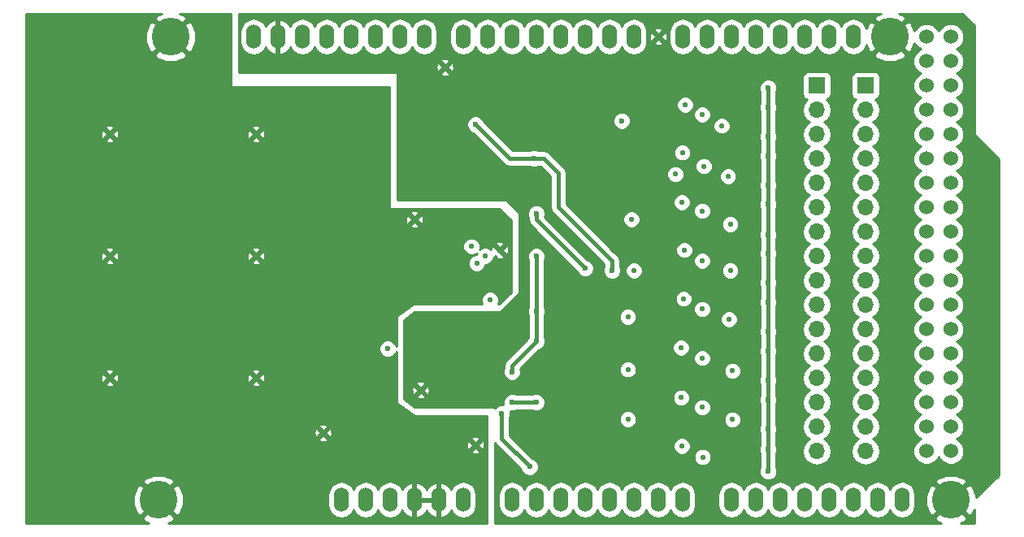
<source format=gbr>
G04 #@! TF.FileFunction,Copper,L4,Bot,Signal*
%FSLAX46Y46*%
G04 Gerber Fmt 4.6, Leading zero omitted, Abs format (unit mm)*
G04 Created by KiCad (PCBNEW 4.0.5) date Thursday, 11 May 2017 'PMt' 15:34:45*
%MOMM*%
%LPD*%
G01*
G04 APERTURE LIST*
%ADD10C,0.100000*%
%ADD11R,1.700000X1.700000*%
%ADD12O,1.700000X1.700000*%
%ADD13C,0.600000*%
%ADD14O,1.524000X2.540000*%
%ADD15C,3.937000*%
%ADD16C,1.524000*%
%ADD17C,0.550000*%
%ADD18C,0.400000*%
%ADD19C,0.254000*%
G04 APERTURE END LIST*
D10*
D11*
X180340000Y-83820000D03*
D12*
X180340000Y-86360000D03*
X180340000Y-88900000D03*
X180340000Y-91440000D03*
X180340000Y-93980000D03*
X180340000Y-96520000D03*
X180340000Y-99060000D03*
X180340000Y-101600000D03*
X180340000Y-104140000D03*
X180340000Y-106680000D03*
X180340000Y-109220000D03*
X180340000Y-111760000D03*
X180340000Y-114300000D03*
X180340000Y-116840000D03*
X180340000Y-119380000D03*
X180340000Y-121920000D03*
D11*
X175260000Y-83820000D03*
D12*
X175260000Y-86360000D03*
X175260000Y-88900000D03*
X175260000Y-91440000D03*
X175260000Y-93980000D03*
X175260000Y-96520000D03*
X175260000Y-99060000D03*
X175260000Y-101600000D03*
X175260000Y-104140000D03*
X175260000Y-106680000D03*
X175260000Y-109220000D03*
X175260000Y-111760000D03*
X175260000Y-114300000D03*
X175260000Y-116840000D03*
X175260000Y-119380000D03*
X175260000Y-121920000D03*
D13*
X101600000Y-101600000D03*
X116840000Y-101600000D03*
X101600000Y-88900000D03*
X116840000Y-88900000D03*
X101600000Y-114300000D03*
X116840000Y-114300000D03*
X158750000Y-78740000D03*
X123825000Y-120015000D03*
X139700000Y-121285000D03*
X136525000Y-81915000D03*
X142240000Y-100965000D03*
X133350000Y-97790000D03*
X133985000Y-115570000D03*
D14*
X161285000Y-78750000D03*
X163825000Y-78750000D03*
X166365000Y-78750000D03*
X168905000Y-78750000D03*
X171445000Y-78750000D03*
X173985000Y-78750000D03*
X176525000Y-78750000D03*
X179065000Y-78750000D03*
X184145000Y-127010000D03*
X181605000Y-127010000D03*
X179065000Y-127010000D03*
X176525000Y-127010000D03*
X166365000Y-127010000D03*
X161285000Y-127010000D03*
X158745000Y-127010000D03*
X168905000Y-127010000D03*
X171445000Y-127010000D03*
X173985000Y-127010000D03*
X156205000Y-127010000D03*
X153665000Y-127010000D03*
X151125000Y-127010000D03*
X143505000Y-127010000D03*
X146045000Y-127010000D03*
X148585000Y-127010000D03*
X138425000Y-127010000D03*
X135885000Y-127010000D03*
X133345000Y-127010000D03*
X128265000Y-127010000D03*
X125725000Y-127010000D03*
X156205000Y-78750000D03*
X153665000Y-78750000D03*
X151125000Y-78750000D03*
X148585000Y-78750000D03*
X146045000Y-78750000D03*
X143505000Y-78750000D03*
X140965000Y-78750000D03*
X138425000Y-78750000D03*
X134361000Y-78750000D03*
X131821000Y-78750000D03*
X129281000Y-78750000D03*
X126741000Y-78750000D03*
X124201000Y-78750000D03*
X121661000Y-78750000D03*
X119121000Y-78750000D03*
X116581000Y-78750000D03*
X130805000Y-127010000D03*
D15*
X189225000Y-127010000D03*
X182875000Y-78750000D03*
X107945000Y-78750000D03*
X106675000Y-127010000D03*
D16*
X186685000Y-81290000D03*
X189225000Y-81290000D03*
X186685000Y-83830000D03*
X189225000Y-83830000D03*
X186685000Y-86370000D03*
X189225000Y-86370000D03*
X186685000Y-88910000D03*
X189225000Y-88910000D03*
X186685000Y-78750000D03*
X189225000Y-78750000D03*
X189225000Y-91450000D03*
X186685000Y-91450000D03*
X186685000Y-93990000D03*
X189225000Y-93990000D03*
X186685000Y-96530000D03*
X189225000Y-96530000D03*
X186685000Y-99070000D03*
X189225000Y-99070000D03*
X186685000Y-101610000D03*
X189225000Y-101610000D03*
X186685000Y-104150000D03*
X189225000Y-104150000D03*
X186685000Y-106690000D03*
X189225000Y-106690000D03*
X186685000Y-109230000D03*
X189225000Y-109230000D03*
X186685000Y-111770000D03*
X189225000Y-111770000D03*
X186685000Y-114310000D03*
X189225000Y-114310000D03*
X186685000Y-116850000D03*
X189225000Y-116850000D03*
X186685000Y-119390000D03*
X189225000Y-119390000D03*
X186685000Y-121930000D03*
X189225000Y-121930000D03*
D17*
X139280900Y-100596700D03*
X139827000Y-102362000D03*
X140716000Y-101600000D03*
D13*
X130556000Y-111252000D03*
D17*
X141224000Y-106172000D03*
D13*
X139700000Y-87884000D03*
X153924000Y-103124000D03*
X145796000Y-91440000D03*
X151130000Y-102870000D03*
X146050000Y-97155000D03*
X146050000Y-101600000D03*
X146050000Y-107315000D03*
X143510000Y-113665000D03*
X146050000Y-110490000D03*
X146050000Y-116840000D03*
X143510000Y-116840000D03*
D17*
X160528000Y-93062900D03*
X166478624Y-118636376D03*
X155575000Y-118618000D03*
X166478624Y-113556376D03*
X155575000Y-113411000D03*
X166116000Y-108204000D03*
X155575000Y-107950000D03*
X166243000Y-103124000D03*
X156210000Y-103124000D03*
X166243000Y-98298000D03*
X155946000Y-97790000D03*
X166008145Y-93299300D03*
D13*
X154940000Y-87503000D03*
D17*
X165354000Y-88011000D03*
D13*
X170200000Y-121700000D03*
X170200000Y-119650000D03*
X170200000Y-86100000D03*
X170200000Y-91150000D03*
X170200000Y-89150000D03*
X170200000Y-96200000D03*
X170200000Y-94200000D03*
X170200000Y-99350000D03*
X170200000Y-101300000D03*
X170200000Y-106400000D03*
X170200000Y-104400000D03*
X170200000Y-111450000D03*
X170200000Y-109450000D03*
X170200000Y-114550000D03*
X170200000Y-116550000D03*
X170200000Y-84050000D03*
X170200000Y-124050000D03*
X145350000Y-123550000D03*
X142400000Y-118000000D03*
D17*
X153543000Y-104140000D03*
D13*
X158496000Y-87122000D03*
X153162000Y-89027000D03*
D17*
X153416000Y-94312900D03*
D13*
X159004000Y-96520000D03*
X154152600Y-98044000D03*
X158572200Y-101892100D03*
X158343600Y-106667300D03*
X152539700Y-108280200D03*
X158457900Y-112179100D03*
X153530300Y-113982500D03*
D17*
X158252000Y-117182900D03*
D13*
X153619200Y-118643400D03*
X158597600Y-122199400D03*
D17*
X161544000Y-85831000D03*
X161250000Y-90800000D03*
X161200000Y-96000000D03*
X161450000Y-100955000D03*
X161400000Y-106035000D03*
X161100000Y-111150000D03*
X161150000Y-116350000D03*
X161200000Y-121400000D03*
X163365400Y-122534900D03*
X163340000Y-117366000D03*
X163340000Y-112222500D03*
X163340000Y-107117100D03*
X163340000Y-102100600D03*
X163340000Y-96880900D03*
X163478192Y-92231192D03*
X163340000Y-86847900D03*
D18*
X139700000Y-87884000D02*
X143256000Y-91440000D01*
X143256000Y-91440000D02*
X145796000Y-91440000D01*
X148336000Y-96520000D02*
X153924000Y-102108000D01*
X153924000Y-102108000D02*
X153924000Y-103124000D01*
X148336000Y-92964000D02*
X148336000Y-96520000D01*
X146812000Y-91440000D02*
X148336000Y-92964000D01*
X146304000Y-91440000D02*
X146812000Y-91440000D01*
X145796000Y-91440000D02*
X146304000Y-91440000D01*
X146050000Y-97790000D02*
X151130000Y-102870000D01*
X146050000Y-97155000D02*
X146050000Y-97790000D01*
X146050000Y-101600000D02*
X146050000Y-107315000D01*
X146050000Y-107315000D02*
X146050000Y-110490000D01*
X146050000Y-110490000D02*
X143510000Y-113030000D01*
X143510000Y-113030000D02*
X143510000Y-113665000D01*
X143510000Y-116840000D02*
X146050000Y-116840000D01*
X170200000Y-124050000D02*
X170200000Y-121700000D01*
X170200000Y-121700000D02*
X170200000Y-119650000D01*
X170200000Y-119650000D02*
X170200000Y-116550000D01*
X170200000Y-89150000D02*
X170200000Y-86100000D01*
X170200000Y-86100000D02*
X170200000Y-84050000D01*
X170200000Y-94200000D02*
X170200000Y-91150000D01*
X170200000Y-91150000D02*
X170200000Y-89150000D01*
X170200000Y-99350000D02*
X170200000Y-96200000D01*
X170200000Y-96200000D02*
X170200000Y-94200000D01*
X170200000Y-101300000D02*
X170200000Y-99350000D01*
X170200000Y-104400000D02*
X170200000Y-101300000D01*
X170200000Y-109450000D02*
X170200000Y-106400000D01*
X170200000Y-106400000D02*
X170200000Y-104400000D01*
X170200000Y-114550000D02*
X170200000Y-111450000D01*
X170200000Y-111450000D02*
X170200000Y-109450000D01*
X170200000Y-116550000D02*
X170200000Y-114550000D01*
X142400000Y-120600000D02*
X145350000Y-123550000D01*
X142400000Y-118000000D02*
X142400000Y-120600000D01*
D19*
G36*
X106489252Y-76530270D02*
X106272323Y-76897718D01*
X107945000Y-78570395D01*
X109617677Y-76897718D01*
X109400748Y-76530270D01*
X108897832Y-76327000D01*
X114173000Y-76327000D01*
X114173000Y-83820000D01*
X114183006Y-83869410D01*
X114211447Y-83911035D01*
X114253841Y-83938315D01*
X114300000Y-83947000D01*
X130683000Y-83947000D01*
X130683000Y-96520000D01*
X130693006Y-96569410D01*
X130721447Y-96611035D01*
X130763841Y-96638315D01*
X130810000Y-96647000D01*
X142187394Y-96647000D01*
X143383000Y-97842606D01*
X143383000Y-105357394D01*
X142187394Y-106553000D01*
X142051129Y-106553000D01*
X142133842Y-106353804D01*
X142134158Y-105991784D01*
X141995910Y-105657200D01*
X141740147Y-105400989D01*
X141405804Y-105262158D01*
X141043784Y-105261842D01*
X140709200Y-105400090D01*
X140452989Y-105655853D01*
X140314158Y-105990196D01*
X140313842Y-106352216D01*
X140396805Y-106553000D01*
X133350000Y-106553000D01*
X133300590Y-106563006D01*
X133276183Y-106576656D01*
X131498183Y-107846656D01*
X131463792Y-107883517D01*
X131445000Y-107950000D01*
X131445000Y-110955112D01*
X131349117Y-110723057D01*
X131086327Y-110459808D01*
X130742799Y-110317162D01*
X130370833Y-110316838D01*
X130027057Y-110458883D01*
X129763808Y-110721673D01*
X129621162Y-111065201D01*
X129620838Y-111437167D01*
X129762883Y-111780943D01*
X130025673Y-112044192D01*
X130369201Y-112186838D01*
X130741167Y-112187162D01*
X131084943Y-112045117D01*
X131348192Y-111782327D01*
X131445000Y-111549189D01*
X131445000Y-116840000D01*
X131455006Y-116889410D01*
X131498183Y-116943344D01*
X133276183Y-118213344D01*
X133322205Y-118233921D01*
X133350000Y-118237000D01*
X140843000Y-118237000D01*
X140843000Y-129413000D01*
X107688294Y-129413000D01*
X108130748Y-129229730D01*
X108347677Y-128862282D01*
X106675000Y-127189605D01*
X105002323Y-128862282D01*
X105219252Y-129229730D01*
X105672685Y-129413000D01*
X92837000Y-129413000D01*
X92837000Y-126514518D01*
X104067147Y-126514518D01*
X104076045Y-127550216D01*
X104455270Y-128465748D01*
X104822718Y-128682677D01*
X106495395Y-127010000D01*
X106854605Y-127010000D01*
X108527282Y-128682677D01*
X108894730Y-128465748D01*
X109282853Y-127505482D01*
X109273955Y-126469784D01*
X109271841Y-126464679D01*
X124328000Y-126464679D01*
X124328000Y-127555321D01*
X124434340Y-128089930D01*
X124737172Y-128543149D01*
X125190391Y-128845981D01*
X125725000Y-128952321D01*
X126259609Y-128845981D01*
X126712828Y-128543149D01*
X126995000Y-128120850D01*
X127277172Y-128543149D01*
X127730391Y-128845981D01*
X128265000Y-128952321D01*
X128799609Y-128845981D01*
X129252828Y-128543149D01*
X129535000Y-128120850D01*
X129817172Y-128543149D01*
X130270391Y-128845981D01*
X130805000Y-128952321D01*
X131339609Y-128845981D01*
X131792828Y-128543149D01*
X132084330Y-128106887D01*
X132102941Y-128169941D01*
X132446974Y-128595630D01*
X132927723Y-128857260D01*
X133001930Y-128872220D01*
X133218000Y-128749720D01*
X133218000Y-127137000D01*
X133472000Y-127137000D01*
X133472000Y-128749720D01*
X133688070Y-128872220D01*
X133762277Y-128857260D01*
X134243026Y-128595630D01*
X134587059Y-128169941D01*
X134615000Y-128075277D01*
X134642941Y-128169941D01*
X134986974Y-128595630D01*
X135467723Y-128857260D01*
X135541930Y-128872220D01*
X135758000Y-128749720D01*
X135758000Y-127137000D01*
X133472000Y-127137000D01*
X133218000Y-127137000D01*
X133198000Y-127137000D01*
X133198000Y-126883000D01*
X133218000Y-126883000D01*
X133218000Y-125270280D01*
X133472000Y-125270280D01*
X133472000Y-126883000D01*
X135758000Y-126883000D01*
X135758000Y-125270280D01*
X136012000Y-125270280D01*
X136012000Y-126883000D01*
X136032000Y-126883000D01*
X136032000Y-127137000D01*
X136012000Y-127137000D01*
X136012000Y-128749720D01*
X136228070Y-128872220D01*
X136302277Y-128857260D01*
X136783026Y-128595630D01*
X137127059Y-128169941D01*
X137145670Y-128106887D01*
X137437172Y-128543149D01*
X137890391Y-128845981D01*
X138425000Y-128952321D01*
X138959609Y-128845981D01*
X139412828Y-128543149D01*
X139715660Y-128089930D01*
X139822000Y-127555321D01*
X139822000Y-126464679D01*
X139715660Y-125930070D01*
X139412828Y-125476851D01*
X138959609Y-125174019D01*
X138425000Y-125067679D01*
X137890391Y-125174019D01*
X137437172Y-125476851D01*
X137145670Y-125913113D01*
X137127059Y-125850059D01*
X136783026Y-125424370D01*
X136302277Y-125162740D01*
X136228070Y-125147780D01*
X136012000Y-125270280D01*
X135758000Y-125270280D01*
X135541930Y-125147780D01*
X135467723Y-125162740D01*
X134986974Y-125424370D01*
X134642941Y-125850059D01*
X134615000Y-125944723D01*
X134587059Y-125850059D01*
X134243026Y-125424370D01*
X133762277Y-125162740D01*
X133688070Y-125147780D01*
X133472000Y-125270280D01*
X133218000Y-125270280D01*
X133001930Y-125147780D01*
X132927723Y-125162740D01*
X132446974Y-125424370D01*
X132102941Y-125850059D01*
X132084330Y-125913113D01*
X131792828Y-125476851D01*
X131339609Y-125174019D01*
X130805000Y-125067679D01*
X130270391Y-125174019D01*
X129817172Y-125476851D01*
X129535000Y-125899150D01*
X129252828Y-125476851D01*
X128799609Y-125174019D01*
X128265000Y-125067679D01*
X127730391Y-125174019D01*
X127277172Y-125476851D01*
X126995000Y-125899150D01*
X126712828Y-125476851D01*
X126259609Y-125174019D01*
X125725000Y-125067679D01*
X125190391Y-125174019D01*
X124737172Y-125476851D01*
X124434340Y-125930070D01*
X124328000Y-126464679D01*
X109271841Y-126464679D01*
X108894730Y-125554252D01*
X108527282Y-125337323D01*
X106854605Y-127010000D01*
X106495395Y-127010000D01*
X104822718Y-125337323D01*
X104455270Y-125554252D01*
X104067147Y-126514518D01*
X92837000Y-126514518D01*
X92837000Y-125157718D01*
X105002323Y-125157718D01*
X106675000Y-126830395D01*
X108347677Y-125157718D01*
X108130748Y-124790270D01*
X107170482Y-124402147D01*
X106134784Y-124411045D01*
X105219252Y-124790270D01*
X105002323Y-125157718D01*
X92837000Y-125157718D01*
X92837000Y-121929424D01*
X139235181Y-121929424D01*
X139247393Y-122124025D01*
X139602927Y-122233363D01*
X139973239Y-122198322D01*
X140152607Y-122124025D01*
X140164819Y-121929424D01*
X139700000Y-121464605D01*
X139235181Y-121929424D01*
X92837000Y-121929424D01*
X92837000Y-121187927D01*
X138751637Y-121187927D01*
X138786678Y-121558239D01*
X138860975Y-121737607D01*
X139055576Y-121749819D01*
X139520395Y-121285000D01*
X139879605Y-121285000D01*
X140344424Y-121749819D01*
X140539025Y-121737607D01*
X140648363Y-121382073D01*
X140613322Y-121011761D01*
X140539025Y-120832393D01*
X140344424Y-120820181D01*
X139879605Y-121285000D01*
X139520395Y-121285000D01*
X139055576Y-120820181D01*
X138860975Y-120832393D01*
X138751637Y-121187927D01*
X92837000Y-121187927D01*
X92837000Y-120659424D01*
X123360181Y-120659424D01*
X123372393Y-120854025D01*
X123727927Y-120963363D01*
X124098239Y-120928322D01*
X124277607Y-120854025D01*
X124289819Y-120659424D01*
X124270971Y-120640576D01*
X139235181Y-120640576D01*
X139700000Y-121105395D01*
X140164819Y-120640576D01*
X140152607Y-120445975D01*
X139797073Y-120336637D01*
X139426761Y-120371678D01*
X139247393Y-120445975D01*
X139235181Y-120640576D01*
X124270971Y-120640576D01*
X123825000Y-120194605D01*
X123360181Y-120659424D01*
X92837000Y-120659424D01*
X92837000Y-119917927D01*
X122876637Y-119917927D01*
X122911678Y-120288239D01*
X122985975Y-120467607D01*
X123180576Y-120479819D01*
X123645395Y-120015000D01*
X124004605Y-120015000D01*
X124469424Y-120479819D01*
X124664025Y-120467607D01*
X124773363Y-120112073D01*
X124738322Y-119741761D01*
X124664025Y-119562393D01*
X124469424Y-119550181D01*
X124004605Y-120015000D01*
X123645395Y-120015000D01*
X123180576Y-119550181D01*
X122985975Y-119562393D01*
X122876637Y-119917927D01*
X92837000Y-119917927D01*
X92837000Y-119370576D01*
X123360181Y-119370576D01*
X123825000Y-119835395D01*
X124289819Y-119370576D01*
X124277607Y-119175975D01*
X123922073Y-119066637D01*
X123551761Y-119101678D01*
X123372393Y-119175975D01*
X123360181Y-119370576D01*
X92837000Y-119370576D01*
X92837000Y-114944424D01*
X101135181Y-114944424D01*
X101147393Y-115139025D01*
X101502927Y-115248363D01*
X101873239Y-115213322D01*
X102052607Y-115139025D01*
X102064819Y-114944424D01*
X116375181Y-114944424D01*
X116387393Y-115139025D01*
X116742927Y-115248363D01*
X117113239Y-115213322D01*
X117292607Y-115139025D01*
X117304819Y-114944424D01*
X116840000Y-114479605D01*
X116375181Y-114944424D01*
X102064819Y-114944424D01*
X101600000Y-114479605D01*
X101135181Y-114944424D01*
X92837000Y-114944424D01*
X92837000Y-114202927D01*
X100651637Y-114202927D01*
X100686678Y-114573239D01*
X100760975Y-114752607D01*
X100955576Y-114764819D01*
X101420395Y-114300000D01*
X101779605Y-114300000D01*
X102244424Y-114764819D01*
X102439025Y-114752607D01*
X102548363Y-114397073D01*
X102529992Y-114202927D01*
X115891637Y-114202927D01*
X115926678Y-114573239D01*
X116000975Y-114752607D01*
X116195576Y-114764819D01*
X116660395Y-114300000D01*
X117019605Y-114300000D01*
X117484424Y-114764819D01*
X117679025Y-114752607D01*
X117788363Y-114397073D01*
X117753322Y-114026761D01*
X117679025Y-113847393D01*
X117484424Y-113835181D01*
X117019605Y-114300000D01*
X116660395Y-114300000D01*
X116195576Y-113835181D01*
X116000975Y-113847393D01*
X115891637Y-114202927D01*
X102529992Y-114202927D01*
X102513322Y-114026761D01*
X102439025Y-113847393D01*
X102244424Y-113835181D01*
X101779605Y-114300000D01*
X101420395Y-114300000D01*
X100955576Y-113835181D01*
X100760975Y-113847393D01*
X100651637Y-114202927D01*
X92837000Y-114202927D01*
X92837000Y-113655576D01*
X101135181Y-113655576D01*
X101600000Y-114120395D01*
X102064819Y-113655576D01*
X116375181Y-113655576D01*
X116840000Y-114120395D01*
X117304819Y-113655576D01*
X117292607Y-113460975D01*
X116937073Y-113351637D01*
X116566761Y-113386678D01*
X116387393Y-113460975D01*
X116375181Y-113655576D01*
X102064819Y-113655576D01*
X102052607Y-113460975D01*
X101697073Y-113351637D01*
X101326761Y-113386678D01*
X101147393Y-113460975D01*
X101135181Y-113655576D01*
X92837000Y-113655576D01*
X92837000Y-102244424D01*
X101135181Y-102244424D01*
X101147393Y-102439025D01*
X101502927Y-102548363D01*
X101873239Y-102513322D01*
X102052607Y-102439025D01*
X102064819Y-102244424D01*
X116375181Y-102244424D01*
X116387393Y-102439025D01*
X116742927Y-102548363D01*
X117113239Y-102513322D01*
X117292607Y-102439025D01*
X117304819Y-102244424D01*
X116840000Y-101779605D01*
X116375181Y-102244424D01*
X102064819Y-102244424D01*
X101600000Y-101779605D01*
X101135181Y-102244424D01*
X92837000Y-102244424D01*
X92837000Y-101502927D01*
X100651637Y-101502927D01*
X100686678Y-101873239D01*
X100760975Y-102052607D01*
X100955576Y-102064819D01*
X101420395Y-101600000D01*
X101779605Y-101600000D01*
X102244424Y-102064819D01*
X102439025Y-102052607D01*
X102548363Y-101697073D01*
X102529992Y-101502927D01*
X115891637Y-101502927D01*
X115926678Y-101873239D01*
X116000975Y-102052607D01*
X116195576Y-102064819D01*
X116660395Y-101600000D01*
X117019605Y-101600000D01*
X117484424Y-102064819D01*
X117679025Y-102052607D01*
X117788363Y-101697073D01*
X117753322Y-101326761D01*
X117679025Y-101147393D01*
X117484424Y-101135181D01*
X117019605Y-101600000D01*
X116660395Y-101600000D01*
X116195576Y-101135181D01*
X116000975Y-101147393D01*
X115891637Y-101502927D01*
X102529992Y-101502927D01*
X102513322Y-101326761D01*
X102439025Y-101147393D01*
X102244424Y-101135181D01*
X101779605Y-101600000D01*
X101420395Y-101600000D01*
X100955576Y-101135181D01*
X100760975Y-101147393D01*
X100651637Y-101502927D01*
X92837000Y-101502927D01*
X92837000Y-100955576D01*
X101135181Y-100955576D01*
X101600000Y-101420395D01*
X102064819Y-100955576D01*
X116375181Y-100955576D01*
X116840000Y-101420395D01*
X117304819Y-100955576D01*
X117293608Y-100776916D01*
X138370742Y-100776916D01*
X138508990Y-101111500D01*
X138764753Y-101367711D01*
X139099096Y-101506542D01*
X139461116Y-101506858D01*
X139795700Y-101368610D01*
X139848729Y-101315674D01*
X139806158Y-101418196D01*
X139806129Y-101451981D01*
X139646784Y-101451842D01*
X139312200Y-101590090D01*
X139055989Y-101845853D01*
X138917158Y-102180196D01*
X138916842Y-102542216D01*
X139055090Y-102876800D01*
X139310853Y-103133011D01*
X139645196Y-103271842D01*
X140007216Y-103272158D01*
X140341800Y-103133910D01*
X140598011Y-102878147D01*
X140736842Y-102543804D01*
X140736871Y-102510019D01*
X140896216Y-102510158D01*
X141230800Y-102371910D01*
X141487011Y-102116147D01*
X141625842Y-101781804D01*
X141625917Y-101695593D01*
X141657466Y-101727142D01*
X141775181Y-101609427D01*
X141787393Y-101804025D01*
X142142927Y-101913363D01*
X142513239Y-101878322D01*
X142692607Y-101804025D01*
X142704819Y-101609424D01*
X142240000Y-101144605D01*
X142225858Y-101158748D01*
X142046253Y-100979143D01*
X142060395Y-100965000D01*
X142419605Y-100965000D01*
X142884424Y-101429819D01*
X143079025Y-101417607D01*
X143188363Y-101062073D01*
X143153322Y-100691761D01*
X143079025Y-100512393D01*
X142884424Y-100500181D01*
X142419605Y-100965000D01*
X142060395Y-100965000D01*
X141595576Y-100500181D01*
X141400975Y-100512393D01*
X141291637Y-100867927D01*
X141293796Y-100890746D01*
X141232147Y-100828989D01*
X140897804Y-100690158D01*
X140535784Y-100689842D01*
X140201200Y-100828090D01*
X140148171Y-100881026D01*
X140190742Y-100778504D01*
X140191058Y-100416484D01*
X140151430Y-100320576D01*
X141775181Y-100320576D01*
X142240000Y-100785395D01*
X142704819Y-100320576D01*
X142692607Y-100125975D01*
X142337073Y-100016637D01*
X141966761Y-100051678D01*
X141787393Y-100125975D01*
X141775181Y-100320576D01*
X140151430Y-100320576D01*
X140052810Y-100081900D01*
X139797047Y-99825689D01*
X139462704Y-99686858D01*
X139100684Y-99686542D01*
X138766100Y-99824790D01*
X138509889Y-100080553D01*
X138371058Y-100414896D01*
X138370742Y-100776916D01*
X117293608Y-100776916D01*
X117292607Y-100760975D01*
X116937073Y-100651637D01*
X116566761Y-100686678D01*
X116387393Y-100760975D01*
X116375181Y-100955576D01*
X102064819Y-100955576D01*
X102052607Y-100760975D01*
X101697073Y-100651637D01*
X101326761Y-100686678D01*
X101147393Y-100760975D01*
X101135181Y-100955576D01*
X92837000Y-100955576D01*
X92837000Y-98434424D01*
X132885181Y-98434424D01*
X132897393Y-98629025D01*
X133252927Y-98738363D01*
X133623239Y-98703322D01*
X133802607Y-98629025D01*
X133814819Y-98434424D01*
X133350000Y-97969605D01*
X132885181Y-98434424D01*
X92837000Y-98434424D01*
X92837000Y-97692927D01*
X132401637Y-97692927D01*
X132436678Y-98063239D01*
X132510975Y-98242607D01*
X132705576Y-98254819D01*
X133170395Y-97790000D01*
X133529605Y-97790000D01*
X133994424Y-98254819D01*
X134189025Y-98242607D01*
X134298363Y-97887073D01*
X134263322Y-97516761D01*
X134189025Y-97337393D01*
X133994424Y-97325181D01*
X133529605Y-97790000D01*
X133170395Y-97790000D01*
X132705576Y-97325181D01*
X132510975Y-97337393D01*
X132401637Y-97692927D01*
X92837000Y-97692927D01*
X92837000Y-97145576D01*
X132885181Y-97145576D01*
X133350000Y-97610395D01*
X133814819Y-97145576D01*
X133802607Y-96950975D01*
X133447073Y-96841637D01*
X133076761Y-96876678D01*
X132897393Y-96950975D01*
X132885181Y-97145576D01*
X92837000Y-97145576D01*
X92837000Y-89544424D01*
X101135181Y-89544424D01*
X101147393Y-89739025D01*
X101502927Y-89848363D01*
X101873239Y-89813322D01*
X102052607Y-89739025D01*
X102064819Y-89544424D01*
X116375181Y-89544424D01*
X116387393Y-89739025D01*
X116742927Y-89848363D01*
X117113239Y-89813322D01*
X117292607Y-89739025D01*
X117304819Y-89544424D01*
X116840000Y-89079605D01*
X116375181Y-89544424D01*
X102064819Y-89544424D01*
X101600000Y-89079605D01*
X101135181Y-89544424D01*
X92837000Y-89544424D01*
X92837000Y-88802927D01*
X100651637Y-88802927D01*
X100686678Y-89173239D01*
X100760975Y-89352607D01*
X100955576Y-89364819D01*
X101420395Y-88900000D01*
X101779605Y-88900000D01*
X102244424Y-89364819D01*
X102439025Y-89352607D01*
X102548363Y-88997073D01*
X102529992Y-88802927D01*
X115891637Y-88802927D01*
X115926678Y-89173239D01*
X116000975Y-89352607D01*
X116195576Y-89364819D01*
X116660395Y-88900000D01*
X117019605Y-88900000D01*
X117484424Y-89364819D01*
X117679025Y-89352607D01*
X117788363Y-88997073D01*
X117753322Y-88626761D01*
X117679025Y-88447393D01*
X117484424Y-88435181D01*
X117019605Y-88900000D01*
X116660395Y-88900000D01*
X116195576Y-88435181D01*
X116000975Y-88447393D01*
X115891637Y-88802927D01*
X102529992Y-88802927D01*
X102513322Y-88626761D01*
X102439025Y-88447393D01*
X102244424Y-88435181D01*
X101779605Y-88900000D01*
X101420395Y-88900000D01*
X100955576Y-88435181D01*
X100760975Y-88447393D01*
X100651637Y-88802927D01*
X92837000Y-88802927D01*
X92837000Y-88255576D01*
X101135181Y-88255576D01*
X101600000Y-88720395D01*
X102064819Y-88255576D01*
X116375181Y-88255576D01*
X116840000Y-88720395D01*
X117304819Y-88255576D01*
X117292607Y-88060975D01*
X116937073Y-87951637D01*
X116566761Y-87986678D01*
X116387393Y-88060975D01*
X116375181Y-88255576D01*
X102064819Y-88255576D01*
X102052607Y-88060975D01*
X101697073Y-87951637D01*
X101326761Y-87986678D01*
X101147393Y-88060975D01*
X101135181Y-88255576D01*
X92837000Y-88255576D01*
X92837000Y-80602282D01*
X106272323Y-80602282D01*
X106489252Y-80969730D01*
X107449518Y-81357853D01*
X108485216Y-81348955D01*
X109400748Y-80969730D01*
X109617677Y-80602282D01*
X107945000Y-78929605D01*
X106272323Y-80602282D01*
X92837000Y-80602282D01*
X92837000Y-78254518D01*
X105337147Y-78254518D01*
X105346045Y-79290216D01*
X105725270Y-80205748D01*
X106092718Y-80422677D01*
X107765395Y-78750000D01*
X108124605Y-78750000D01*
X109797282Y-80422677D01*
X110164730Y-80205748D01*
X110552853Y-79245482D01*
X110543955Y-78209784D01*
X110164730Y-77294252D01*
X109797282Y-77077323D01*
X108124605Y-78750000D01*
X107765395Y-78750000D01*
X106092718Y-77077323D01*
X105725270Y-77294252D01*
X105337147Y-78254518D01*
X92837000Y-78254518D01*
X92837000Y-76327000D01*
X106979990Y-76327000D01*
X106489252Y-76530270D01*
X106489252Y-76530270D01*
G37*
X106489252Y-76530270D02*
X106272323Y-76897718D01*
X107945000Y-78570395D01*
X109617677Y-76897718D01*
X109400748Y-76530270D01*
X108897832Y-76327000D01*
X114173000Y-76327000D01*
X114173000Y-83820000D01*
X114183006Y-83869410D01*
X114211447Y-83911035D01*
X114253841Y-83938315D01*
X114300000Y-83947000D01*
X130683000Y-83947000D01*
X130683000Y-96520000D01*
X130693006Y-96569410D01*
X130721447Y-96611035D01*
X130763841Y-96638315D01*
X130810000Y-96647000D01*
X142187394Y-96647000D01*
X143383000Y-97842606D01*
X143383000Y-105357394D01*
X142187394Y-106553000D01*
X142051129Y-106553000D01*
X142133842Y-106353804D01*
X142134158Y-105991784D01*
X141995910Y-105657200D01*
X141740147Y-105400989D01*
X141405804Y-105262158D01*
X141043784Y-105261842D01*
X140709200Y-105400090D01*
X140452989Y-105655853D01*
X140314158Y-105990196D01*
X140313842Y-106352216D01*
X140396805Y-106553000D01*
X133350000Y-106553000D01*
X133300590Y-106563006D01*
X133276183Y-106576656D01*
X131498183Y-107846656D01*
X131463792Y-107883517D01*
X131445000Y-107950000D01*
X131445000Y-110955112D01*
X131349117Y-110723057D01*
X131086327Y-110459808D01*
X130742799Y-110317162D01*
X130370833Y-110316838D01*
X130027057Y-110458883D01*
X129763808Y-110721673D01*
X129621162Y-111065201D01*
X129620838Y-111437167D01*
X129762883Y-111780943D01*
X130025673Y-112044192D01*
X130369201Y-112186838D01*
X130741167Y-112187162D01*
X131084943Y-112045117D01*
X131348192Y-111782327D01*
X131445000Y-111549189D01*
X131445000Y-116840000D01*
X131455006Y-116889410D01*
X131498183Y-116943344D01*
X133276183Y-118213344D01*
X133322205Y-118233921D01*
X133350000Y-118237000D01*
X140843000Y-118237000D01*
X140843000Y-129413000D01*
X107688294Y-129413000D01*
X108130748Y-129229730D01*
X108347677Y-128862282D01*
X106675000Y-127189605D01*
X105002323Y-128862282D01*
X105219252Y-129229730D01*
X105672685Y-129413000D01*
X92837000Y-129413000D01*
X92837000Y-126514518D01*
X104067147Y-126514518D01*
X104076045Y-127550216D01*
X104455270Y-128465748D01*
X104822718Y-128682677D01*
X106495395Y-127010000D01*
X106854605Y-127010000D01*
X108527282Y-128682677D01*
X108894730Y-128465748D01*
X109282853Y-127505482D01*
X109273955Y-126469784D01*
X109271841Y-126464679D01*
X124328000Y-126464679D01*
X124328000Y-127555321D01*
X124434340Y-128089930D01*
X124737172Y-128543149D01*
X125190391Y-128845981D01*
X125725000Y-128952321D01*
X126259609Y-128845981D01*
X126712828Y-128543149D01*
X126995000Y-128120850D01*
X127277172Y-128543149D01*
X127730391Y-128845981D01*
X128265000Y-128952321D01*
X128799609Y-128845981D01*
X129252828Y-128543149D01*
X129535000Y-128120850D01*
X129817172Y-128543149D01*
X130270391Y-128845981D01*
X130805000Y-128952321D01*
X131339609Y-128845981D01*
X131792828Y-128543149D01*
X132084330Y-128106887D01*
X132102941Y-128169941D01*
X132446974Y-128595630D01*
X132927723Y-128857260D01*
X133001930Y-128872220D01*
X133218000Y-128749720D01*
X133218000Y-127137000D01*
X133472000Y-127137000D01*
X133472000Y-128749720D01*
X133688070Y-128872220D01*
X133762277Y-128857260D01*
X134243026Y-128595630D01*
X134587059Y-128169941D01*
X134615000Y-128075277D01*
X134642941Y-128169941D01*
X134986974Y-128595630D01*
X135467723Y-128857260D01*
X135541930Y-128872220D01*
X135758000Y-128749720D01*
X135758000Y-127137000D01*
X133472000Y-127137000D01*
X133218000Y-127137000D01*
X133198000Y-127137000D01*
X133198000Y-126883000D01*
X133218000Y-126883000D01*
X133218000Y-125270280D01*
X133472000Y-125270280D01*
X133472000Y-126883000D01*
X135758000Y-126883000D01*
X135758000Y-125270280D01*
X136012000Y-125270280D01*
X136012000Y-126883000D01*
X136032000Y-126883000D01*
X136032000Y-127137000D01*
X136012000Y-127137000D01*
X136012000Y-128749720D01*
X136228070Y-128872220D01*
X136302277Y-128857260D01*
X136783026Y-128595630D01*
X137127059Y-128169941D01*
X137145670Y-128106887D01*
X137437172Y-128543149D01*
X137890391Y-128845981D01*
X138425000Y-128952321D01*
X138959609Y-128845981D01*
X139412828Y-128543149D01*
X139715660Y-128089930D01*
X139822000Y-127555321D01*
X139822000Y-126464679D01*
X139715660Y-125930070D01*
X139412828Y-125476851D01*
X138959609Y-125174019D01*
X138425000Y-125067679D01*
X137890391Y-125174019D01*
X137437172Y-125476851D01*
X137145670Y-125913113D01*
X137127059Y-125850059D01*
X136783026Y-125424370D01*
X136302277Y-125162740D01*
X136228070Y-125147780D01*
X136012000Y-125270280D01*
X135758000Y-125270280D01*
X135541930Y-125147780D01*
X135467723Y-125162740D01*
X134986974Y-125424370D01*
X134642941Y-125850059D01*
X134615000Y-125944723D01*
X134587059Y-125850059D01*
X134243026Y-125424370D01*
X133762277Y-125162740D01*
X133688070Y-125147780D01*
X133472000Y-125270280D01*
X133218000Y-125270280D01*
X133001930Y-125147780D01*
X132927723Y-125162740D01*
X132446974Y-125424370D01*
X132102941Y-125850059D01*
X132084330Y-125913113D01*
X131792828Y-125476851D01*
X131339609Y-125174019D01*
X130805000Y-125067679D01*
X130270391Y-125174019D01*
X129817172Y-125476851D01*
X129535000Y-125899150D01*
X129252828Y-125476851D01*
X128799609Y-125174019D01*
X128265000Y-125067679D01*
X127730391Y-125174019D01*
X127277172Y-125476851D01*
X126995000Y-125899150D01*
X126712828Y-125476851D01*
X126259609Y-125174019D01*
X125725000Y-125067679D01*
X125190391Y-125174019D01*
X124737172Y-125476851D01*
X124434340Y-125930070D01*
X124328000Y-126464679D01*
X109271841Y-126464679D01*
X108894730Y-125554252D01*
X108527282Y-125337323D01*
X106854605Y-127010000D01*
X106495395Y-127010000D01*
X104822718Y-125337323D01*
X104455270Y-125554252D01*
X104067147Y-126514518D01*
X92837000Y-126514518D01*
X92837000Y-125157718D01*
X105002323Y-125157718D01*
X106675000Y-126830395D01*
X108347677Y-125157718D01*
X108130748Y-124790270D01*
X107170482Y-124402147D01*
X106134784Y-124411045D01*
X105219252Y-124790270D01*
X105002323Y-125157718D01*
X92837000Y-125157718D01*
X92837000Y-121929424D01*
X139235181Y-121929424D01*
X139247393Y-122124025D01*
X139602927Y-122233363D01*
X139973239Y-122198322D01*
X140152607Y-122124025D01*
X140164819Y-121929424D01*
X139700000Y-121464605D01*
X139235181Y-121929424D01*
X92837000Y-121929424D01*
X92837000Y-121187927D01*
X138751637Y-121187927D01*
X138786678Y-121558239D01*
X138860975Y-121737607D01*
X139055576Y-121749819D01*
X139520395Y-121285000D01*
X139879605Y-121285000D01*
X140344424Y-121749819D01*
X140539025Y-121737607D01*
X140648363Y-121382073D01*
X140613322Y-121011761D01*
X140539025Y-120832393D01*
X140344424Y-120820181D01*
X139879605Y-121285000D01*
X139520395Y-121285000D01*
X139055576Y-120820181D01*
X138860975Y-120832393D01*
X138751637Y-121187927D01*
X92837000Y-121187927D01*
X92837000Y-120659424D01*
X123360181Y-120659424D01*
X123372393Y-120854025D01*
X123727927Y-120963363D01*
X124098239Y-120928322D01*
X124277607Y-120854025D01*
X124289819Y-120659424D01*
X124270971Y-120640576D01*
X139235181Y-120640576D01*
X139700000Y-121105395D01*
X140164819Y-120640576D01*
X140152607Y-120445975D01*
X139797073Y-120336637D01*
X139426761Y-120371678D01*
X139247393Y-120445975D01*
X139235181Y-120640576D01*
X124270971Y-120640576D01*
X123825000Y-120194605D01*
X123360181Y-120659424D01*
X92837000Y-120659424D01*
X92837000Y-119917927D01*
X122876637Y-119917927D01*
X122911678Y-120288239D01*
X122985975Y-120467607D01*
X123180576Y-120479819D01*
X123645395Y-120015000D01*
X124004605Y-120015000D01*
X124469424Y-120479819D01*
X124664025Y-120467607D01*
X124773363Y-120112073D01*
X124738322Y-119741761D01*
X124664025Y-119562393D01*
X124469424Y-119550181D01*
X124004605Y-120015000D01*
X123645395Y-120015000D01*
X123180576Y-119550181D01*
X122985975Y-119562393D01*
X122876637Y-119917927D01*
X92837000Y-119917927D01*
X92837000Y-119370576D01*
X123360181Y-119370576D01*
X123825000Y-119835395D01*
X124289819Y-119370576D01*
X124277607Y-119175975D01*
X123922073Y-119066637D01*
X123551761Y-119101678D01*
X123372393Y-119175975D01*
X123360181Y-119370576D01*
X92837000Y-119370576D01*
X92837000Y-114944424D01*
X101135181Y-114944424D01*
X101147393Y-115139025D01*
X101502927Y-115248363D01*
X101873239Y-115213322D01*
X102052607Y-115139025D01*
X102064819Y-114944424D01*
X116375181Y-114944424D01*
X116387393Y-115139025D01*
X116742927Y-115248363D01*
X117113239Y-115213322D01*
X117292607Y-115139025D01*
X117304819Y-114944424D01*
X116840000Y-114479605D01*
X116375181Y-114944424D01*
X102064819Y-114944424D01*
X101600000Y-114479605D01*
X101135181Y-114944424D01*
X92837000Y-114944424D01*
X92837000Y-114202927D01*
X100651637Y-114202927D01*
X100686678Y-114573239D01*
X100760975Y-114752607D01*
X100955576Y-114764819D01*
X101420395Y-114300000D01*
X101779605Y-114300000D01*
X102244424Y-114764819D01*
X102439025Y-114752607D01*
X102548363Y-114397073D01*
X102529992Y-114202927D01*
X115891637Y-114202927D01*
X115926678Y-114573239D01*
X116000975Y-114752607D01*
X116195576Y-114764819D01*
X116660395Y-114300000D01*
X117019605Y-114300000D01*
X117484424Y-114764819D01*
X117679025Y-114752607D01*
X117788363Y-114397073D01*
X117753322Y-114026761D01*
X117679025Y-113847393D01*
X117484424Y-113835181D01*
X117019605Y-114300000D01*
X116660395Y-114300000D01*
X116195576Y-113835181D01*
X116000975Y-113847393D01*
X115891637Y-114202927D01*
X102529992Y-114202927D01*
X102513322Y-114026761D01*
X102439025Y-113847393D01*
X102244424Y-113835181D01*
X101779605Y-114300000D01*
X101420395Y-114300000D01*
X100955576Y-113835181D01*
X100760975Y-113847393D01*
X100651637Y-114202927D01*
X92837000Y-114202927D01*
X92837000Y-113655576D01*
X101135181Y-113655576D01*
X101600000Y-114120395D01*
X102064819Y-113655576D01*
X116375181Y-113655576D01*
X116840000Y-114120395D01*
X117304819Y-113655576D01*
X117292607Y-113460975D01*
X116937073Y-113351637D01*
X116566761Y-113386678D01*
X116387393Y-113460975D01*
X116375181Y-113655576D01*
X102064819Y-113655576D01*
X102052607Y-113460975D01*
X101697073Y-113351637D01*
X101326761Y-113386678D01*
X101147393Y-113460975D01*
X101135181Y-113655576D01*
X92837000Y-113655576D01*
X92837000Y-102244424D01*
X101135181Y-102244424D01*
X101147393Y-102439025D01*
X101502927Y-102548363D01*
X101873239Y-102513322D01*
X102052607Y-102439025D01*
X102064819Y-102244424D01*
X116375181Y-102244424D01*
X116387393Y-102439025D01*
X116742927Y-102548363D01*
X117113239Y-102513322D01*
X117292607Y-102439025D01*
X117304819Y-102244424D01*
X116840000Y-101779605D01*
X116375181Y-102244424D01*
X102064819Y-102244424D01*
X101600000Y-101779605D01*
X101135181Y-102244424D01*
X92837000Y-102244424D01*
X92837000Y-101502927D01*
X100651637Y-101502927D01*
X100686678Y-101873239D01*
X100760975Y-102052607D01*
X100955576Y-102064819D01*
X101420395Y-101600000D01*
X101779605Y-101600000D01*
X102244424Y-102064819D01*
X102439025Y-102052607D01*
X102548363Y-101697073D01*
X102529992Y-101502927D01*
X115891637Y-101502927D01*
X115926678Y-101873239D01*
X116000975Y-102052607D01*
X116195576Y-102064819D01*
X116660395Y-101600000D01*
X117019605Y-101600000D01*
X117484424Y-102064819D01*
X117679025Y-102052607D01*
X117788363Y-101697073D01*
X117753322Y-101326761D01*
X117679025Y-101147393D01*
X117484424Y-101135181D01*
X117019605Y-101600000D01*
X116660395Y-101600000D01*
X116195576Y-101135181D01*
X116000975Y-101147393D01*
X115891637Y-101502927D01*
X102529992Y-101502927D01*
X102513322Y-101326761D01*
X102439025Y-101147393D01*
X102244424Y-101135181D01*
X101779605Y-101600000D01*
X101420395Y-101600000D01*
X100955576Y-101135181D01*
X100760975Y-101147393D01*
X100651637Y-101502927D01*
X92837000Y-101502927D01*
X92837000Y-100955576D01*
X101135181Y-100955576D01*
X101600000Y-101420395D01*
X102064819Y-100955576D01*
X116375181Y-100955576D01*
X116840000Y-101420395D01*
X117304819Y-100955576D01*
X117293608Y-100776916D01*
X138370742Y-100776916D01*
X138508990Y-101111500D01*
X138764753Y-101367711D01*
X139099096Y-101506542D01*
X139461116Y-101506858D01*
X139795700Y-101368610D01*
X139848729Y-101315674D01*
X139806158Y-101418196D01*
X139806129Y-101451981D01*
X139646784Y-101451842D01*
X139312200Y-101590090D01*
X139055989Y-101845853D01*
X138917158Y-102180196D01*
X138916842Y-102542216D01*
X139055090Y-102876800D01*
X139310853Y-103133011D01*
X139645196Y-103271842D01*
X140007216Y-103272158D01*
X140341800Y-103133910D01*
X140598011Y-102878147D01*
X140736842Y-102543804D01*
X140736871Y-102510019D01*
X140896216Y-102510158D01*
X141230800Y-102371910D01*
X141487011Y-102116147D01*
X141625842Y-101781804D01*
X141625917Y-101695593D01*
X141657466Y-101727142D01*
X141775181Y-101609427D01*
X141787393Y-101804025D01*
X142142927Y-101913363D01*
X142513239Y-101878322D01*
X142692607Y-101804025D01*
X142704819Y-101609424D01*
X142240000Y-101144605D01*
X142225858Y-101158748D01*
X142046253Y-100979143D01*
X142060395Y-100965000D01*
X142419605Y-100965000D01*
X142884424Y-101429819D01*
X143079025Y-101417607D01*
X143188363Y-101062073D01*
X143153322Y-100691761D01*
X143079025Y-100512393D01*
X142884424Y-100500181D01*
X142419605Y-100965000D01*
X142060395Y-100965000D01*
X141595576Y-100500181D01*
X141400975Y-100512393D01*
X141291637Y-100867927D01*
X141293796Y-100890746D01*
X141232147Y-100828989D01*
X140897804Y-100690158D01*
X140535784Y-100689842D01*
X140201200Y-100828090D01*
X140148171Y-100881026D01*
X140190742Y-100778504D01*
X140191058Y-100416484D01*
X140151430Y-100320576D01*
X141775181Y-100320576D01*
X142240000Y-100785395D01*
X142704819Y-100320576D01*
X142692607Y-100125975D01*
X142337073Y-100016637D01*
X141966761Y-100051678D01*
X141787393Y-100125975D01*
X141775181Y-100320576D01*
X140151430Y-100320576D01*
X140052810Y-100081900D01*
X139797047Y-99825689D01*
X139462704Y-99686858D01*
X139100684Y-99686542D01*
X138766100Y-99824790D01*
X138509889Y-100080553D01*
X138371058Y-100414896D01*
X138370742Y-100776916D01*
X117293608Y-100776916D01*
X117292607Y-100760975D01*
X116937073Y-100651637D01*
X116566761Y-100686678D01*
X116387393Y-100760975D01*
X116375181Y-100955576D01*
X102064819Y-100955576D01*
X102052607Y-100760975D01*
X101697073Y-100651637D01*
X101326761Y-100686678D01*
X101147393Y-100760975D01*
X101135181Y-100955576D01*
X92837000Y-100955576D01*
X92837000Y-98434424D01*
X132885181Y-98434424D01*
X132897393Y-98629025D01*
X133252927Y-98738363D01*
X133623239Y-98703322D01*
X133802607Y-98629025D01*
X133814819Y-98434424D01*
X133350000Y-97969605D01*
X132885181Y-98434424D01*
X92837000Y-98434424D01*
X92837000Y-97692927D01*
X132401637Y-97692927D01*
X132436678Y-98063239D01*
X132510975Y-98242607D01*
X132705576Y-98254819D01*
X133170395Y-97790000D01*
X133529605Y-97790000D01*
X133994424Y-98254819D01*
X134189025Y-98242607D01*
X134298363Y-97887073D01*
X134263322Y-97516761D01*
X134189025Y-97337393D01*
X133994424Y-97325181D01*
X133529605Y-97790000D01*
X133170395Y-97790000D01*
X132705576Y-97325181D01*
X132510975Y-97337393D01*
X132401637Y-97692927D01*
X92837000Y-97692927D01*
X92837000Y-97145576D01*
X132885181Y-97145576D01*
X133350000Y-97610395D01*
X133814819Y-97145576D01*
X133802607Y-96950975D01*
X133447073Y-96841637D01*
X133076761Y-96876678D01*
X132897393Y-96950975D01*
X132885181Y-97145576D01*
X92837000Y-97145576D01*
X92837000Y-89544424D01*
X101135181Y-89544424D01*
X101147393Y-89739025D01*
X101502927Y-89848363D01*
X101873239Y-89813322D01*
X102052607Y-89739025D01*
X102064819Y-89544424D01*
X116375181Y-89544424D01*
X116387393Y-89739025D01*
X116742927Y-89848363D01*
X117113239Y-89813322D01*
X117292607Y-89739025D01*
X117304819Y-89544424D01*
X116840000Y-89079605D01*
X116375181Y-89544424D01*
X102064819Y-89544424D01*
X101600000Y-89079605D01*
X101135181Y-89544424D01*
X92837000Y-89544424D01*
X92837000Y-88802927D01*
X100651637Y-88802927D01*
X100686678Y-89173239D01*
X100760975Y-89352607D01*
X100955576Y-89364819D01*
X101420395Y-88900000D01*
X101779605Y-88900000D01*
X102244424Y-89364819D01*
X102439025Y-89352607D01*
X102548363Y-88997073D01*
X102529992Y-88802927D01*
X115891637Y-88802927D01*
X115926678Y-89173239D01*
X116000975Y-89352607D01*
X116195576Y-89364819D01*
X116660395Y-88900000D01*
X117019605Y-88900000D01*
X117484424Y-89364819D01*
X117679025Y-89352607D01*
X117788363Y-88997073D01*
X117753322Y-88626761D01*
X117679025Y-88447393D01*
X117484424Y-88435181D01*
X117019605Y-88900000D01*
X116660395Y-88900000D01*
X116195576Y-88435181D01*
X116000975Y-88447393D01*
X115891637Y-88802927D01*
X102529992Y-88802927D01*
X102513322Y-88626761D01*
X102439025Y-88447393D01*
X102244424Y-88435181D01*
X101779605Y-88900000D01*
X101420395Y-88900000D01*
X100955576Y-88435181D01*
X100760975Y-88447393D01*
X100651637Y-88802927D01*
X92837000Y-88802927D01*
X92837000Y-88255576D01*
X101135181Y-88255576D01*
X101600000Y-88720395D01*
X102064819Y-88255576D01*
X116375181Y-88255576D01*
X116840000Y-88720395D01*
X117304819Y-88255576D01*
X117292607Y-88060975D01*
X116937073Y-87951637D01*
X116566761Y-87986678D01*
X116387393Y-88060975D01*
X116375181Y-88255576D01*
X102064819Y-88255576D01*
X102052607Y-88060975D01*
X101697073Y-87951637D01*
X101326761Y-87986678D01*
X101147393Y-88060975D01*
X101135181Y-88255576D01*
X92837000Y-88255576D01*
X92837000Y-80602282D01*
X106272323Y-80602282D01*
X106489252Y-80969730D01*
X107449518Y-81357853D01*
X108485216Y-81348955D01*
X109400748Y-80969730D01*
X109617677Y-80602282D01*
X107945000Y-78929605D01*
X106272323Y-80602282D01*
X92837000Y-80602282D01*
X92837000Y-78254518D01*
X105337147Y-78254518D01*
X105346045Y-79290216D01*
X105725270Y-80205748D01*
X106092718Y-80422677D01*
X107765395Y-78750000D01*
X108124605Y-78750000D01*
X109797282Y-80422677D01*
X110164730Y-80205748D01*
X110552853Y-79245482D01*
X110543955Y-78209784D01*
X110164730Y-77294252D01*
X109797282Y-77077323D01*
X108124605Y-78750000D01*
X107765395Y-78750000D01*
X106092718Y-77077323D01*
X105725270Y-77294252D01*
X105337147Y-78254518D01*
X92837000Y-78254518D01*
X92837000Y-76327000D01*
X106979990Y-76327000D01*
X106489252Y-76530270D01*
G36*
X181419252Y-76530270D02*
X181202323Y-76897718D01*
X182875000Y-78570395D01*
X184547677Y-76897718D01*
X184330748Y-76530270D01*
X183827832Y-76327000D01*
X190447394Y-76327000D01*
X191643000Y-77522606D01*
X191643000Y-88900000D01*
X191653006Y-88949410D01*
X191680197Y-88989803D01*
X194183000Y-91492606D01*
X194183000Y-124407394D01*
X191826482Y-126763912D01*
X191823955Y-126469784D01*
X191444730Y-125554252D01*
X191077282Y-125337323D01*
X189404605Y-127010000D01*
X191077282Y-128682677D01*
X191444730Y-128465748D01*
X191643000Y-127975203D01*
X191643000Y-129413000D01*
X190238294Y-129413000D01*
X190680748Y-129229730D01*
X190897677Y-128862282D01*
X189225000Y-127189605D01*
X187552323Y-128862282D01*
X187769252Y-129229730D01*
X188222685Y-129413000D01*
X141732000Y-129413000D01*
X141732000Y-126464679D01*
X142108000Y-126464679D01*
X142108000Y-127555321D01*
X142214340Y-128089930D01*
X142517172Y-128543149D01*
X142970391Y-128845981D01*
X143505000Y-128952321D01*
X144039609Y-128845981D01*
X144492828Y-128543149D01*
X144775000Y-128120850D01*
X145057172Y-128543149D01*
X145510391Y-128845981D01*
X146045000Y-128952321D01*
X146579609Y-128845981D01*
X147032828Y-128543149D01*
X147315000Y-128120850D01*
X147597172Y-128543149D01*
X148050391Y-128845981D01*
X148585000Y-128952321D01*
X149119609Y-128845981D01*
X149572828Y-128543149D01*
X149855000Y-128120850D01*
X150137172Y-128543149D01*
X150590391Y-128845981D01*
X151125000Y-128952321D01*
X151659609Y-128845981D01*
X152112828Y-128543149D01*
X152395000Y-128120850D01*
X152677172Y-128543149D01*
X153130391Y-128845981D01*
X153665000Y-128952321D01*
X154199609Y-128845981D01*
X154652828Y-128543149D01*
X154935000Y-128120850D01*
X155217172Y-128543149D01*
X155670391Y-128845981D01*
X156205000Y-128952321D01*
X156739609Y-128845981D01*
X157192828Y-128543149D01*
X157475000Y-128120850D01*
X157757172Y-128543149D01*
X158210391Y-128845981D01*
X158745000Y-128952321D01*
X159279609Y-128845981D01*
X159732828Y-128543149D01*
X160015000Y-128120850D01*
X160297172Y-128543149D01*
X160750391Y-128845981D01*
X161285000Y-128952321D01*
X161819609Y-128845981D01*
X162272828Y-128543149D01*
X162575660Y-128089930D01*
X162682000Y-127555321D01*
X162682000Y-126464679D01*
X164968000Y-126464679D01*
X164968000Y-127555321D01*
X165074340Y-128089930D01*
X165377172Y-128543149D01*
X165830391Y-128845981D01*
X166365000Y-128952321D01*
X166899609Y-128845981D01*
X167352828Y-128543149D01*
X167635000Y-128120850D01*
X167917172Y-128543149D01*
X168370391Y-128845981D01*
X168905000Y-128952321D01*
X169439609Y-128845981D01*
X169892828Y-128543149D01*
X170175000Y-128120850D01*
X170457172Y-128543149D01*
X170910391Y-128845981D01*
X171445000Y-128952321D01*
X171979609Y-128845981D01*
X172432828Y-128543149D01*
X172715000Y-128120850D01*
X172997172Y-128543149D01*
X173450391Y-128845981D01*
X173985000Y-128952321D01*
X174519609Y-128845981D01*
X174972828Y-128543149D01*
X175255000Y-128120850D01*
X175537172Y-128543149D01*
X175990391Y-128845981D01*
X176525000Y-128952321D01*
X177059609Y-128845981D01*
X177512828Y-128543149D01*
X177795000Y-128120850D01*
X178077172Y-128543149D01*
X178530391Y-128845981D01*
X179065000Y-128952321D01*
X179599609Y-128845981D01*
X180052828Y-128543149D01*
X180335000Y-128120850D01*
X180617172Y-128543149D01*
X181070391Y-128845981D01*
X181605000Y-128952321D01*
X182139609Y-128845981D01*
X182592828Y-128543149D01*
X182875000Y-128120850D01*
X183157172Y-128543149D01*
X183610391Y-128845981D01*
X184145000Y-128952321D01*
X184679609Y-128845981D01*
X185132828Y-128543149D01*
X185435660Y-128089930D01*
X185542000Y-127555321D01*
X185542000Y-126514518D01*
X186617147Y-126514518D01*
X186626045Y-127550216D01*
X187005270Y-128465748D01*
X187372718Y-128682677D01*
X189045395Y-127010000D01*
X187372718Y-125337323D01*
X187005270Y-125554252D01*
X186617147Y-126514518D01*
X185542000Y-126514518D01*
X185542000Y-126464679D01*
X185435660Y-125930070D01*
X185132828Y-125476851D01*
X184679609Y-125174019D01*
X184597659Y-125157718D01*
X187552323Y-125157718D01*
X189225000Y-126830395D01*
X190897677Y-125157718D01*
X190680748Y-124790270D01*
X189720482Y-124402147D01*
X188684784Y-124411045D01*
X187769252Y-124790270D01*
X187552323Y-125157718D01*
X184597659Y-125157718D01*
X184145000Y-125067679D01*
X183610391Y-125174019D01*
X183157172Y-125476851D01*
X182875000Y-125899150D01*
X182592828Y-125476851D01*
X182139609Y-125174019D01*
X181605000Y-125067679D01*
X181070391Y-125174019D01*
X180617172Y-125476851D01*
X180335000Y-125899150D01*
X180052828Y-125476851D01*
X179599609Y-125174019D01*
X179065000Y-125067679D01*
X178530391Y-125174019D01*
X178077172Y-125476851D01*
X177795000Y-125899150D01*
X177512828Y-125476851D01*
X177059609Y-125174019D01*
X176525000Y-125067679D01*
X175990391Y-125174019D01*
X175537172Y-125476851D01*
X175255000Y-125899150D01*
X174972828Y-125476851D01*
X174519609Y-125174019D01*
X173985000Y-125067679D01*
X173450391Y-125174019D01*
X172997172Y-125476851D01*
X172715000Y-125899150D01*
X172432828Y-125476851D01*
X171979609Y-125174019D01*
X171445000Y-125067679D01*
X170910391Y-125174019D01*
X170457172Y-125476851D01*
X170175000Y-125899150D01*
X169892828Y-125476851D01*
X169439609Y-125174019D01*
X168905000Y-125067679D01*
X168370391Y-125174019D01*
X167917172Y-125476851D01*
X167635000Y-125899150D01*
X167352828Y-125476851D01*
X166899609Y-125174019D01*
X166365000Y-125067679D01*
X165830391Y-125174019D01*
X165377172Y-125476851D01*
X165074340Y-125930070D01*
X164968000Y-126464679D01*
X162682000Y-126464679D01*
X162575660Y-125930070D01*
X162272828Y-125476851D01*
X161819609Y-125174019D01*
X161285000Y-125067679D01*
X160750391Y-125174019D01*
X160297172Y-125476851D01*
X160015000Y-125899150D01*
X159732828Y-125476851D01*
X159279609Y-125174019D01*
X158745000Y-125067679D01*
X158210391Y-125174019D01*
X157757172Y-125476851D01*
X157475000Y-125899150D01*
X157192828Y-125476851D01*
X156739609Y-125174019D01*
X156205000Y-125067679D01*
X155670391Y-125174019D01*
X155217172Y-125476851D01*
X154935000Y-125899150D01*
X154652828Y-125476851D01*
X154199609Y-125174019D01*
X153665000Y-125067679D01*
X153130391Y-125174019D01*
X152677172Y-125476851D01*
X152395000Y-125899150D01*
X152112828Y-125476851D01*
X151659609Y-125174019D01*
X151125000Y-125067679D01*
X150590391Y-125174019D01*
X150137172Y-125476851D01*
X149855000Y-125899150D01*
X149572828Y-125476851D01*
X149119609Y-125174019D01*
X148585000Y-125067679D01*
X148050391Y-125174019D01*
X147597172Y-125476851D01*
X147315000Y-125899150D01*
X147032828Y-125476851D01*
X146579609Y-125174019D01*
X146045000Y-125067679D01*
X145510391Y-125174019D01*
X145057172Y-125476851D01*
X144775000Y-125899150D01*
X144492828Y-125476851D01*
X144039609Y-125174019D01*
X143505000Y-125067679D01*
X142970391Y-125174019D01*
X142517172Y-125476851D01*
X142214340Y-125930070D01*
X142108000Y-126464679D01*
X141732000Y-126464679D01*
X141732000Y-121074348D01*
X141775665Y-121139697D01*
X141809566Y-121190434D01*
X144457465Y-123838333D01*
X144556883Y-124078943D01*
X144819673Y-124342192D01*
X145163201Y-124484838D01*
X145535167Y-124485162D01*
X145878943Y-124343117D01*
X146142192Y-124080327D01*
X146284838Y-123736799D01*
X146285162Y-123364833D01*
X146143117Y-123021057D01*
X145880327Y-122757808D01*
X145777514Y-122715116D01*
X162455242Y-122715116D01*
X162593490Y-123049700D01*
X162849253Y-123305911D01*
X163183596Y-123444742D01*
X163545616Y-123445058D01*
X163880200Y-123306810D01*
X164136411Y-123051047D01*
X164275242Y-122716704D01*
X164275558Y-122354684D01*
X164137310Y-122020100D01*
X163881547Y-121763889D01*
X163547204Y-121625058D01*
X163185184Y-121624742D01*
X162850600Y-121762990D01*
X162594389Y-122018753D01*
X162455558Y-122353096D01*
X162455242Y-122715116D01*
X145777514Y-122715116D01*
X145638090Y-122657222D01*
X144561084Y-121580216D01*
X160289842Y-121580216D01*
X160428090Y-121914800D01*
X160683853Y-122171011D01*
X161018196Y-122309842D01*
X161380216Y-122310158D01*
X161714800Y-122171910D01*
X161971011Y-121916147D01*
X162109842Y-121581804D01*
X162110158Y-121219784D01*
X161971910Y-120885200D01*
X161716147Y-120628989D01*
X161381804Y-120490158D01*
X161019784Y-120489842D01*
X160685200Y-120628090D01*
X160428989Y-120883853D01*
X160290158Y-121218196D01*
X160289842Y-121580216D01*
X144561084Y-121580216D01*
X143235000Y-120254132D01*
X143235000Y-118798216D01*
X154664842Y-118798216D01*
X154803090Y-119132800D01*
X155058853Y-119389011D01*
X155393196Y-119527842D01*
X155755216Y-119528158D01*
X156089800Y-119389910D01*
X156346011Y-119134147D01*
X156477871Y-118816592D01*
X165568466Y-118816592D01*
X165706714Y-119151176D01*
X165962477Y-119407387D01*
X166296820Y-119546218D01*
X166658840Y-119546534D01*
X166993424Y-119408286D01*
X167249635Y-119152523D01*
X167388466Y-118818180D01*
X167388782Y-118456160D01*
X167250534Y-118121576D01*
X166994771Y-117865365D01*
X166660428Y-117726534D01*
X166298408Y-117726218D01*
X165963824Y-117864466D01*
X165707613Y-118120229D01*
X165568782Y-118454572D01*
X165568466Y-118816592D01*
X156477871Y-118816592D01*
X156484842Y-118799804D01*
X156485158Y-118437784D01*
X156346910Y-118103200D01*
X156091147Y-117846989D01*
X155756804Y-117708158D01*
X155394784Y-117707842D01*
X155060200Y-117846090D01*
X154803989Y-118101853D01*
X154665158Y-118436196D01*
X154664842Y-118798216D01*
X143235000Y-118798216D01*
X143235000Y-118427234D01*
X143334838Y-118186799D01*
X143335162Y-117814833D01*
X143317691Y-117772550D01*
X143323201Y-117774838D01*
X143695167Y-117775162D01*
X143937578Y-117675000D01*
X145622766Y-117675000D01*
X145863201Y-117774838D01*
X146235167Y-117775162D01*
X146578943Y-117633117D01*
X146665995Y-117546216D01*
X162429842Y-117546216D01*
X162568090Y-117880800D01*
X162823853Y-118137011D01*
X163158196Y-118275842D01*
X163520216Y-118276158D01*
X163854800Y-118137910D01*
X164111011Y-117882147D01*
X164249842Y-117547804D01*
X164250158Y-117185784D01*
X164111910Y-116851200D01*
X163856147Y-116594989D01*
X163521804Y-116456158D01*
X163159784Y-116455842D01*
X162825200Y-116594090D01*
X162568989Y-116849853D01*
X162430158Y-117184196D01*
X162429842Y-117546216D01*
X146665995Y-117546216D01*
X146842192Y-117370327D01*
X146984838Y-117026799D01*
X146985162Y-116654833D01*
X146933672Y-116530216D01*
X160239842Y-116530216D01*
X160378090Y-116864800D01*
X160633853Y-117121011D01*
X160968196Y-117259842D01*
X161330216Y-117260158D01*
X161664800Y-117121910D01*
X161921011Y-116866147D01*
X162059842Y-116531804D01*
X162060158Y-116169784D01*
X161921910Y-115835200D01*
X161666147Y-115578989D01*
X161331804Y-115440158D01*
X160969784Y-115439842D01*
X160635200Y-115578090D01*
X160378989Y-115833853D01*
X160240158Y-116168196D01*
X160239842Y-116530216D01*
X146933672Y-116530216D01*
X146843117Y-116311057D01*
X146580327Y-116047808D01*
X146236799Y-115905162D01*
X145864833Y-115904838D01*
X145622422Y-116005000D01*
X143937234Y-116005000D01*
X143696799Y-115905162D01*
X143324833Y-115904838D01*
X142981057Y-116046883D01*
X142717808Y-116309673D01*
X142575162Y-116653201D01*
X142574838Y-117025167D01*
X142592309Y-117067450D01*
X142586799Y-117065162D01*
X142214833Y-117064838D01*
X141871057Y-117206883D01*
X141693599Y-117384032D01*
X141693553Y-117383965D01*
X141651159Y-117356685D01*
X141605000Y-117348000D01*
X133390033Y-117348000D01*
X132207000Y-116519877D01*
X132207000Y-116214424D01*
X133520181Y-116214424D01*
X133532393Y-116409025D01*
X133887927Y-116518363D01*
X134258239Y-116483322D01*
X134437607Y-116409025D01*
X134449819Y-116214424D01*
X133985000Y-115749605D01*
X133520181Y-116214424D01*
X132207000Y-116214424D01*
X132207000Y-115472927D01*
X133036637Y-115472927D01*
X133071678Y-115843239D01*
X133145975Y-116022607D01*
X133340576Y-116034819D01*
X133805395Y-115570000D01*
X134164605Y-115570000D01*
X134629424Y-116034819D01*
X134824025Y-116022607D01*
X134933363Y-115667073D01*
X134898322Y-115296761D01*
X134824025Y-115117393D01*
X134629424Y-115105181D01*
X134164605Y-115570000D01*
X133805395Y-115570000D01*
X133340576Y-115105181D01*
X133145975Y-115117393D01*
X133036637Y-115472927D01*
X132207000Y-115472927D01*
X132207000Y-114925576D01*
X133520181Y-114925576D01*
X133985000Y-115390395D01*
X134449819Y-114925576D01*
X134437607Y-114730975D01*
X134082073Y-114621637D01*
X133711761Y-114656678D01*
X133532393Y-114730975D01*
X133520181Y-114925576D01*
X132207000Y-114925576D01*
X132207000Y-113850167D01*
X142574838Y-113850167D01*
X142716883Y-114193943D01*
X142979673Y-114457192D01*
X143323201Y-114599838D01*
X143695167Y-114600162D01*
X144038943Y-114458117D01*
X144302192Y-114195327D01*
X144444838Y-113851799D01*
X144445064Y-113591216D01*
X154664842Y-113591216D01*
X154803090Y-113925800D01*
X155058853Y-114182011D01*
X155393196Y-114320842D01*
X155755216Y-114321158D01*
X156089800Y-114182910D01*
X156346011Y-113927147D01*
X156425136Y-113736592D01*
X165568466Y-113736592D01*
X165706714Y-114071176D01*
X165962477Y-114327387D01*
X166296820Y-114466218D01*
X166658840Y-114466534D01*
X166993424Y-114328286D01*
X167249635Y-114072523D01*
X167388466Y-113738180D01*
X167388782Y-113376160D01*
X167250534Y-113041576D01*
X166994771Y-112785365D01*
X166660428Y-112646534D01*
X166298408Y-112646218D01*
X165963824Y-112784466D01*
X165707613Y-113040229D01*
X165568782Y-113374572D01*
X165568466Y-113736592D01*
X156425136Y-113736592D01*
X156484842Y-113592804D01*
X156485158Y-113230784D01*
X156346910Y-112896200D01*
X156091147Y-112639989D01*
X155756804Y-112501158D01*
X155394784Y-112500842D01*
X155060200Y-112639090D01*
X154803989Y-112894853D01*
X154665158Y-113229196D01*
X154664842Y-113591216D01*
X144445064Y-113591216D01*
X144445162Y-113479833D01*
X144385479Y-113335389D01*
X145318152Y-112402716D01*
X162429842Y-112402716D01*
X162568090Y-112737300D01*
X162823853Y-112993511D01*
X163158196Y-113132342D01*
X163520216Y-113132658D01*
X163854800Y-112994410D01*
X164111011Y-112738647D01*
X164249842Y-112404304D01*
X164250158Y-112042284D01*
X164111910Y-111707700D01*
X163856147Y-111451489D01*
X163521804Y-111312658D01*
X163159784Y-111312342D01*
X162825200Y-111450590D01*
X162568989Y-111706353D01*
X162430158Y-112040696D01*
X162429842Y-112402716D01*
X145318152Y-112402716D01*
X146338333Y-111382535D01*
X146464954Y-111330216D01*
X160189842Y-111330216D01*
X160328090Y-111664800D01*
X160583853Y-111921011D01*
X160918196Y-112059842D01*
X161280216Y-112060158D01*
X161614800Y-111921910D01*
X161871011Y-111666147D01*
X162009842Y-111331804D01*
X162010158Y-110969784D01*
X161871910Y-110635200D01*
X161616147Y-110378989D01*
X161281804Y-110240158D01*
X160919784Y-110239842D01*
X160585200Y-110378090D01*
X160328989Y-110633853D01*
X160190158Y-110968196D01*
X160189842Y-111330216D01*
X146464954Y-111330216D01*
X146578943Y-111283117D01*
X146842192Y-111020327D01*
X146984838Y-110676799D01*
X146985162Y-110304833D01*
X146885000Y-110062422D01*
X146885000Y-108130216D01*
X154664842Y-108130216D01*
X154803090Y-108464800D01*
X155058853Y-108721011D01*
X155393196Y-108859842D01*
X155755216Y-108860158D01*
X156089800Y-108721910D01*
X156346011Y-108466147D01*
X156380031Y-108384216D01*
X165205842Y-108384216D01*
X165344090Y-108718800D01*
X165599853Y-108975011D01*
X165934196Y-109113842D01*
X166296216Y-109114158D01*
X166630800Y-108975910D01*
X166887011Y-108720147D01*
X167025842Y-108385804D01*
X167026158Y-108023784D01*
X166887910Y-107689200D01*
X166632147Y-107432989D01*
X166297804Y-107294158D01*
X165935784Y-107293842D01*
X165601200Y-107432090D01*
X165344989Y-107687853D01*
X165206158Y-108022196D01*
X165205842Y-108384216D01*
X156380031Y-108384216D01*
X156484842Y-108131804D01*
X156485158Y-107769784D01*
X156346910Y-107435200D01*
X156209268Y-107297316D01*
X162429842Y-107297316D01*
X162568090Y-107631900D01*
X162823853Y-107888111D01*
X163158196Y-108026942D01*
X163520216Y-108027258D01*
X163854800Y-107889010D01*
X164111011Y-107633247D01*
X164249842Y-107298904D01*
X164250158Y-106936884D01*
X164111910Y-106602300D01*
X163856147Y-106346089D01*
X163521804Y-106207258D01*
X163159784Y-106206942D01*
X162825200Y-106345190D01*
X162568989Y-106600953D01*
X162430158Y-106935296D01*
X162429842Y-107297316D01*
X156209268Y-107297316D01*
X156091147Y-107178989D01*
X155756804Y-107040158D01*
X155394784Y-107039842D01*
X155060200Y-107178090D01*
X154803989Y-107433853D01*
X154665158Y-107768196D01*
X154664842Y-108130216D01*
X146885000Y-108130216D01*
X146885000Y-107742234D01*
X146984838Y-107501799D01*
X146985162Y-107129833D01*
X146885000Y-106887422D01*
X146885000Y-106215216D01*
X160489842Y-106215216D01*
X160628090Y-106549800D01*
X160883853Y-106806011D01*
X161218196Y-106944842D01*
X161580216Y-106945158D01*
X161914800Y-106806910D01*
X162171011Y-106551147D01*
X162309842Y-106216804D01*
X162310158Y-105854784D01*
X162171910Y-105520200D01*
X161916147Y-105263989D01*
X161581804Y-105125158D01*
X161219784Y-105124842D01*
X160885200Y-105263090D01*
X160628989Y-105518853D01*
X160490158Y-105853196D01*
X160489842Y-106215216D01*
X146885000Y-106215216D01*
X146885000Y-102027234D01*
X146984838Y-101786799D01*
X146985162Y-101414833D01*
X146843117Y-101071057D01*
X146580327Y-100807808D01*
X146236799Y-100665162D01*
X145864833Y-100664838D01*
X145521057Y-100806883D01*
X145257808Y-101069673D01*
X145115162Y-101413201D01*
X145114838Y-101785167D01*
X145215000Y-102027578D01*
X145215000Y-106887766D01*
X145115162Y-107128201D01*
X145114838Y-107500167D01*
X145215000Y-107742578D01*
X145215000Y-110062766D01*
X145157222Y-110201910D01*
X142919566Y-112439566D01*
X142738561Y-112710459D01*
X142675000Y-113030000D01*
X142675000Y-113237766D01*
X142575162Y-113478201D01*
X142574838Y-113850167D01*
X132207000Y-113850167D01*
X132207000Y-108270123D01*
X133390033Y-107442000D01*
X142240000Y-107442000D01*
X142289410Y-107431994D01*
X142329803Y-107404803D01*
X144234803Y-105499803D01*
X144262666Y-105457789D01*
X144272000Y-105410000D01*
X144272000Y-97340167D01*
X145114838Y-97340167D01*
X145215000Y-97582578D01*
X145215000Y-97790000D01*
X145278561Y-98109541D01*
X145283008Y-98116196D01*
X145459566Y-98380434D01*
X150237465Y-103158333D01*
X150336883Y-103398943D01*
X150599673Y-103662192D01*
X150943201Y-103804838D01*
X151315167Y-103805162D01*
X151658943Y-103663117D01*
X151922192Y-103400327D01*
X152064838Y-103056799D01*
X152065162Y-102684833D01*
X151923117Y-102341057D01*
X151660327Y-102077808D01*
X151418090Y-101977222D01*
X146925520Y-97484652D01*
X146984838Y-97341799D01*
X146985162Y-96969833D01*
X146843117Y-96626057D01*
X146580327Y-96362808D01*
X146236799Y-96220162D01*
X145864833Y-96219838D01*
X145521057Y-96361883D01*
X145257808Y-96624673D01*
X145115162Y-96968201D01*
X145114838Y-97340167D01*
X144272000Y-97340167D01*
X144272000Y-97155000D01*
X144261994Y-97105590D01*
X144234803Y-97065197D01*
X142964803Y-95795197D01*
X142922789Y-95767334D01*
X142875000Y-95758000D01*
X131572000Y-95758000D01*
X131572000Y-88069167D01*
X138764838Y-88069167D01*
X138906883Y-88412943D01*
X139169673Y-88676192D01*
X139411910Y-88776778D01*
X142665566Y-92030434D01*
X142936459Y-92211439D01*
X143256000Y-92275000D01*
X145368766Y-92275000D01*
X145609201Y-92374838D01*
X145981167Y-92375162D01*
X146223578Y-92275000D01*
X146466132Y-92275000D01*
X147501000Y-93309868D01*
X147501000Y-96520000D01*
X147564561Y-96839541D01*
X147695163Y-97035000D01*
X147745566Y-97110434D01*
X153089000Y-102453868D01*
X153089000Y-102696766D01*
X152989162Y-102937201D01*
X152988838Y-103309167D01*
X153130883Y-103652943D01*
X153393673Y-103916192D01*
X153737201Y-104058838D01*
X154109167Y-104059162D01*
X154452943Y-103917117D01*
X154716192Y-103654327D01*
X154858838Y-103310799D01*
X154858843Y-103304216D01*
X155299842Y-103304216D01*
X155438090Y-103638800D01*
X155693853Y-103895011D01*
X156028196Y-104033842D01*
X156390216Y-104034158D01*
X156724800Y-103895910D01*
X156981011Y-103640147D01*
X157119842Y-103305804D01*
X157119843Y-103304216D01*
X165332842Y-103304216D01*
X165471090Y-103638800D01*
X165726853Y-103895011D01*
X166061196Y-104033842D01*
X166423216Y-104034158D01*
X166757800Y-103895910D01*
X167014011Y-103640147D01*
X167152842Y-103305804D01*
X167153158Y-102943784D01*
X167014910Y-102609200D01*
X166759147Y-102352989D01*
X166424804Y-102214158D01*
X166062784Y-102213842D01*
X165728200Y-102352090D01*
X165471989Y-102607853D01*
X165333158Y-102942196D01*
X165332842Y-103304216D01*
X157119843Y-103304216D01*
X157120158Y-102943784D01*
X156981910Y-102609200D01*
X156726147Y-102352989D01*
X156552335Y-102280816D01*
X162429842Y-102280816D01*
X162568090Y-102615400D01*
X162823853Y-102871611D01*
X163158196Y-103010442D01*
X163520216Y-103010758D01*
X163854800Y-102872510D01*
X164111011Y-102616747D01*
X164249842Y-102282404D01*
X164250158Y-101920384D01*
X164111910Y-101585800D01*
X163856147Y-101329589D01*
X163521804Y-101190758D01*
X163159784Y-101190442D01*
X162825200Y-101328690D01*
X162568989Y-101584453D01*
X162430158Y-101918796D01*
X162429842Y-102280816D01*
X156552335Y-102280816D01*
X156391804Y-102214158D01*
X156029784Y-102213842D01*
X155695200Y-102352090D01*
X155438989Y-102607853D01*
X155300158Y-102942196D01*
X155299842Y-103304216D01*
X154858843Y-103304216D01*
X154859162Y-102938833D01*
X154759000Y-102696422D01*
X154759000Y-102108000D01*
X154695439Y-101788459D01*
X154514434Y-101517566D01*
X154132084Y-101135216D01*
X160539842Y-101135216D01*
X160678090Y-101469800D01*
X160933853Y-101726011D01*
X161268196Y-101864842D01*
X161630216Y-101865158D01*
X161964800Y-101726910D01*
X162221011Y-101471147D01*
X162359842Y-101136804D01*
X162360158Y-100774784D01*
X162221910Y-100440200D01*
X161966147Y-100183989D01*
X161631804Y-100045158D01*
X161269784Y-100044842D01*
X160935200Y-100183090D01*
X160678989Y-100438853D01*
X160540158Y-100773196D01*
X160539842Y-101135216D01*
X154132084Y-101135216D01*
X150967084Y-97970216D01*
X155035842Y-97970216D01*
X155174090Y-98304800D01*
X155429853Y-98561011D01*
X155764196Y-98699842D01*
X156126216Y-98700158D01*
X156460800Y-98561910D01*
X156544640Y-98478216D01*
X165332842Y-98478216D01*
X165471090Y-98812800D01*
X165726853Y-99069011D01*
X166061196Y-99207842D01*
X166423216Y-99208158D01*
X166757800Y-99069910D01*
X167014011Y-98814147D01*
X167152842Y-98479804D01*
X167153158Y-98117784D01*
X167014910Y-97783200D01*
X166759147Y-97526989D01*
X166424804Y-97388158D01*
X166062784Y-97387842D01*
X165728200Y-97526090D01*
X165471989Y-97781853D01*
X165333158Y-98116196D01*
X165332842Y-98478216D01*
X156544640Y-98478216D01*
X156717011Y-98306147D01*
X156855842Y-97971804D01*
X156856158Y-97609784D01*
X156717910Y-97275200D01*
X156504201Y-97061116D01*
X162429842Y-97061116D01*
X162568090Y-97395700D01*
X162823853Y-97651911D01*
X163158196Y-97790742D01*
X163520216Y-97791058D01*
X163854800Y-97652810D01*
X164111011Y-97397047D01*
X164249842Y-97062704D01*
X164250158Y-96700684D01*
X164111910Y-96366100D01*
X163856147Y-96109889D01*
X163521804Y-95971058D01*
X163159784Y-95970742D01*
X162825200Y-96108990D01*
X162568989Y-96364753D01*
X162430158Y-96699096D01*
X162429842Y-97061116D01*
X156504201Y-97061116D01*
X156462147Y-97018989D01*
X156127804Y-96880158D01*
X155765784Y-96879842D01*
X155431200Y-97018090D01*
X155174989Y-97273853D01*
X155036158Y-97608196D01*
X155035842Y-97970216D01*
X150967084Y-97970216D01*
X149177084Y-96180216D01*
X160289842Y-96180216D01*
X160428090Y-96514800D01*
X160683853Y-96771011D01*
X161018196Y-96909842D01*
X161380216Y-96910158D01*
X161714800Y-96771910D01*
X161971011Y-96516147D01*
X162109842Y-96181804D01*
X162110158Y-95819784D01*
X161971910Y-95485200D01*
X161716147Y-95228989D01*
X161381804Y-95090158D01*
X161019784Y-95089842D01*
X160685200Y-95228090D01*
X160428989Y-95483853D01*
X160290158Y-95818196D01*
X160289842Y-96180216D01*
X149177084Y-96180216D01*
X149171000Y-96174132D01*
X149171000Y-93243116D01*
X159617842Y-93243116D01*
X159756090Y-93577700D01*
X160011853Y-93833911D01*
X160346196Y-93972742D01*
X160708216Y-93973058D01*
X161042800Y-93834810D01*
X161299011Y-93579047D01*
X161340339Y-93479516D01*
X165097987Y-93479516D01*
X165236235Y-93814100D01*
X165491998Y-94070311D01*
X165826341Y-94209142D01*
X166188361Y-94209458D01*
X166522945Y-94071210D01*
X166779156Y-93815447D01*
X166917987Y-93481104D01*
X166918303Y-93119084D01*
X166780055Y-92784500D01*
X166524292Y-92528289D01*
X166189949Y-92389458D01*
X165827929Y-92389142D01*
X165493345Y-92527390D01*
X165237134Y-92783153D01*
X165098303Y-93117496D01*
X165097987Y-93479516D01*
X161340339Y-93479516D01*
X161437842Y-93244704D01*
X161438158Y-92882684D01*
X161299910Y-92548100D01*
X161163458Y-92411408D01*
X162568034Y-92411408D01*
X162706282Y-92745992D01*
X162962045Y-93002203D01*
X163296388Y-93141034D01*
X163658408Y-93141350D01*
X163992992Y-93003102D01*
X164249203Y-92747339D01*
X164388034Y-92412996D01*
X164388350Y-92050976D01*
X164250102Y-91716392D01*
X163994339Y-91460181D01*
X163659996Y-91321350D01*
X163297976Y-91321034D01*
X162963392Y-91459282D01*
X162707181Y-91715045D01*
X162568350Y-92049388D01*
X162568034Y-92411408D01*
X161163458Y-92411408D01*
X161044147Y-92291889D01*
X160709804Y-92153058D01*
X160347784Y-92152742D01*
X160013200Y-92290990D01*
X159756989Y-92546753D01*
X159618158Y-92881096D01*
X159617842Y-93243116D01*
X149171000Y-93243116D01*
X149171000Y-92964000D01*
X149107439Y-92644459D01*
X148926434Y-92373566D01*
X147533084Y-90980216D01*
X160339842Y-90980216D01*
X160478090Y-91314800D01*
X160733853Y-91571011D01*
X161068196Y-91709842D01*
X161430216Y-91710158D01*
X161764800Y-91571910D01*
X162021011Y-91316147D01*
X162159842Y-90981804D01*
X162160158Y-90619784D01*
X162021910Y-90285200D01*
X161766147Y-90028989D01*
X161431804Y-89890158D01*
X161069784Y-89889842D01*
X160735200Y-90028090D01*
X160478989Y-90283853D01*
X160340158Y-90618196D01*
X160339842Y-90980216D01*
X147533084Y-90980216D01*
X147402434Y-90849566D01*
X147373838Y-90830459D01*
X147131541Y-90668561D01*
X146812000Y-90605000D01*
X146223234Y-90605000D01*
X145982799Y-90505162D01*
X145610833Y-90504838D01*
X145368422Y-90605000D01*
X143601868Y-90605000D01*
X140685035Y-87688167D01*
X154004838Y-87688167D01*
X154146883Y-88031943D01*
X154409673Y-88295192D01*
X154753201Y-88437838D01*
X155125167Y-88438162D01*
X155468943Y-88296117D01*
X155574027Y-88191216D01*
X164443842Y-88191216D01*
X164582090Y-88525800D01*
X164837853Y-88782011D01*
X165172196Y-88920842D01*
X165534216Y-88921158D01*
X165868800Y-88782910D01*
X166125011Y-88527147D01*
X166263842Y-88192804D01*
X166264158Y-87830784D01*
X166125910Y-87496200D01*
X165870147Y-87239989D01*
X165535804Y-87101158D01*
X165173784Y-87100842D01*
X164839200Y-87239090D01*
X164582989Y-87494853D01*
X164444158Y-87829196D01*
X164443842Y-88191216D01*
X155574027Y-88191216D01*
X155732192Y-88033327D01*
X155874838Y-87689799D01*
X155875162Y-87317833D01*
X155755454Y-87028116D01*
X162429842Y-87028116D01*
X162568090Y-87362700D01*
X162823853Y-87618911D01*
X163158196Y-87757742D01*
X163520216Y-87758058D01*
X163854800Y-87619810D01*
X164111011Y-87364047D01*
X164249842Y-87029704D01*
X164250158Y-86667684D01*
X164111910Y-86333100D01*
X163856147Y-86076889D01*
X163521804Y-85938058D01*
X163159784Y-85937742D01*
X162825200Y-86075990D01*
X162568989Y-86331753D01*
X162430158Y-86666096D01*
X162429842Y-87028116D01*
X155755454Y-87028116D01*
X155733117Y-86974057D01*
X155470327Y-86710808D01*
X155126799Y-86568162D01*
X154754833Y-86567838D01*
X154411057Y-86709883D01*
X154147808Y-86972673D01*
X154005162Y-87316201D01*
X154004838Y-87688167D01*
X140685035Y-87688167D01*
X140592535Y-87595667D01*
X140493117Y-87355057D01*
X140230327Y-87091808D01*
X139886799Y-86949162D01*
X139514833Y-86948838D01*
X139171057Y-87090883D01*
X138907808Y-87353673D01*
X138765162Y-87697201D01*
X138764838Y-88069167D01*
X131572000Y-88069167D01*
X131572000Y-86011216D01*
X160633842Y-86011216D01*
X160772090Y-86345800D01*
X161027853Y-86602011D01*
X161362196Y-86740842D01*
X161724216Y-86741158D01*
X162058800Y-86602910D01*
X162315011Y-86347147D01*
X162453842Y-86012804D01*
X162454158Y-85650784D01*
X162315910Y-85316200D01*
X162060147Y-85059989D01*
X161725804Y-84921158D01*
X161363784Y-84920842D01*
X161029200Y-85059090D01*
X160772989Y-85314853D01*
X160634158Y-85649196D01*
X160633842Y-86011216D01*
X131572000Y-86011216D01*
X131572000Y-84235167D01*
X169264838Y-84235167D01*
X169365000Y-84477578D01*
X169365000Y-85672766D01*
X169265162Y-85913201D01*
X169264838Y-86285167D01*
X169365000Y-86527578D01*
X169365000Y-88722766D01*
X169265162Y-88963201D01*
X169264838Y-89335167D01*
X169365000Y-89577578D01*
X169365000Y-90722766D01*
X169265162Y-90963201D01*
X169264838Y-91335167D01*
X169365000Y-91577578D01*
X169365000Y-93772766D01*
X169265162Y-94013201D01*
X169264838Y-94385167D01*
X169365000Y-94627578D01*
X169365000Y-95772766D01*
X169265162Y-96013201D01*
X169264838Y-96385167D01*
X169365000Y-96627578D01*
X169365000Y-98922766D01*
X169265162Y-99163201D01*
X169264838Y-99535167D01*
X169365000Y-99777578D01*
X169365000Y-100872766D01*
X169265162Y-101113201D01*
X169264838Y-101485167D01*
X169365000Y-101727578D01*
X169365000Y-103972766D01*
X169265162Y-104213201D01*
X169264838Y-104585167D01*
X169365000Y-104827578D01*
X169365000Y-105972766D01*
X169265162Y-106213201D01*
X169264838Y-106585167D01*
X169365000Y-106827578D01*
X169365000Y-109022766D01*
X169265162Y-109263201D01*
X169264838Y-109635167D01*
X169365000Y-109877578D01*
X169365000Y-111022766D01*
X169265162Y-111263201D01*
X169264838Y-111635167D01*
X169365000Y-111877578D01*
X169365000Y-114122766D01*
X169265162Y-114363201D01*
X169264838Y-114735167D01*
X169365000Y-114977578D01*
X169365000Y-116122766D01*
X169265162Y-116363201D01*
X169264838Y-116735167D01*
X169365000Y-116977578D01*
X169365000Y-119222766D01*
X169265162Y-119463201D01*
X169264838Y-119835167D01*
X169365000Y-120077578D01*
X169365000Y-121272766D01*
X169265162Y-121513201D01*
X169264838Y-121885167D01*
X169365000Y-122127578D01*
X169365000Y-123622766D01*
X169265162Y-123863201D01*
X169264838Y-124235167D01*
X169406883Y-124578943D01*
X169669673Y-124842192D01*
X170013201Y-124984838D01*
X170385167Y-124985162D01*
X170728943Y-124843117D01*
X170992192Y-124580327D01*
X171134838Y-124236799D01*
X171135162Y-123864833D01*
X171035000Y-123622422D01*
X171035000Y-122127234D01*
X171134838Y-121886799D01*
X171135162Y-121514833D01*
X171035000Y-121272422D01*
X171035000Y-120077234D01*
X171134838Y-119836799D01*
X171135162Y-119464833D01*
X171035000Y-119222422D01*
X171035000Y-116977234D01*
X171134838Y-116736799D01*
X171135162Y-116364833D01*
X171035000Y-116122422D01*
X171035000Y-114977234D01*
X171134838Y-114736799D01*
X171135162Y-114364833D01*
X171035000Y-114122422D01*
X171035000Y-111877234D01*
X171134838Y-111636799D01*
X171135162Y-111264833D01*
X171035000Y-111022422D01*
X171035000Y-109877234D01*
X171134838Y-109636799D01*
X171135162Y-109264833D01*
X171035000Y-109022422D01*
X171035000Y-106827234D01*
X171134838Y-106586799D01*
X171135162Y-106214833D01*
X171035000Y-105972422D01*
X171035000Y-104827234D01*
X171134838Y-104586799D01*
X171135162Y-104214833D01*
X171035000Y-103972422D01*
X171035000Y-101727234D01*
X171134838Y-101486799D01*
X171135162Y-101114833D01*
X171035000Y-100872422D01*
X171035000Y-99777234D01*
X171134838Y-99536799D01*
X171135162Y-99164833D01*
X171035000Y-98922422D01*
X171035000Y-96627234D01*
X171134838Y-96386799D01*
X171135162Y-96014833D01*
X171035000Y-95772422D01*
X171035000Y-94627234D01*
X171134838Y-94386799D01*
X171135162Y-94014833D01*
X171035000Y-93772422D01*
X171035000Y-91577234D01*
X171134838Y-91336799D01*
X171135162Y-90964833D01*
X171035000Y-90722422D01*
X171035000Y-89577234D01*
X171134838Y-89336799D01*
X171135162Y-88964833D01*
X171035000Y-88722422D01*
X171035000Y-86527234D01*
X171104442Y-86360000D01*
X173745907Y-86360000D01*
X173858946Y-86928285D01*
X174180853Y-87410054D01*
X174510026Y-87630000D01*
X174180853Y-87849946D01*
X173858946Y-88331715D01*
X173745907Y-88900000D01*
X173858946Y-89468285D01*
X174180853Y-89950054D01*
X174510026Y-90170000D01*
X174180853Y-90389946D01*
X173858946Y-90871715D01*
X173745907Y-91440000D01*
X173858946Y-92008285D01*
X174180853Y-92490054D01*
X174510026Y-92710000D01*
X174180853Y-92929946D01*
X173858946Y-93411715D01*
X173745907Y-93980000D01*
X173858946Y-94548285D01*
X174180853Y-95030054D01*
X174510026Y-95250000D01*
X174180853Y-95469946D01*
X173858946Y-95951715D01*
X173745907Y-96520000D01*
X173858946Y-97088285D01*
X174180853Y-97570054D01*
X174510026Y-97790000D01*
X174180853Y-98009946D01*
X173858946Y-98491715D01*
X173745907Y-99060000D01*
X173858946Y-99628285D01*
X174180853Y-100110054D01*
X174510026Y-100330000D01*
X174180853Y-100549946D01*
X173858946Y-101031715D01*
X173745907Y-101600000D01*
X173858946Y-102168285D01*
X174180853Y-102650054D01*
X174510026Y-102870000D01*
X174180853Y-103089946D01*
X173858946Y-103571715D01*
X173745907Y-104140000D01*
X173858946Y-104708285D01*
X174180853Y-105190054D01*
X174510026Y-105410000D01*
X174180853Y-105629946D01*
X173858946Y-106111715D01*
X173745907Y-106680000D01*
X173858946Y-107248285D01*
X174180853Y-107730054D01*
X174510026Y-107950000D01*
X174180853Y-108169946D01*
X173858946Y-108651715D01*
X173745907Y-109220000D01*
X173858946Y-109788285D01*
X174180853Y-110270054D01*
X174510026Y-110490000D01*
X174180853Y-110709946D01*
X173858946Y-111191715D01*
X173745907Y-111760000D01*
X173858946Y-112328285D01*
X174180853Y-112810054D01*
X174510026Y-113030000D01*
X174180853Y-113249946D01*
X173858946Y-113731715D01*
X173745907Y-114300000D01*
X173858946Y-114868285D01*
X174180853Y-115350054D01*
X174510026Y-115570000D01*
X174180853Y-115789946D01*
X173858946Y-116271715D01*
X173745907Y-116840000D01*
X173858946Y-117408285D01*
X174180853Y-117890054D01*
X174510026Y-118110000D01*
X174180853Y-118329946D01*
X173858946Y-118811715D01*
X173745907Y-119380000D01*
X173858946Y-119948285D01*
X174180853Y-120430054D01*
X174510026Y-120650000D01*
X174180853Y-120869946D01*
X173858946Y-121351715D01*
X173745907Y-121920000D01*
X173858946Y-122488285D01*
X174180853Y-122970054D01*
X174662622Y-123291961D01*
X175230907Y-123405000D01*
X175289093Y-123405000D01*
X175857378Y-123291961D01*
X176339147Y-122970054D01*
X176661054Y-122488285D01*
X176774093Y-121920000D01*
X176661054Y-121351715D01*
X176339147Y-120869946D01*
X176009974Y-120650000D01*
X176339147Y-120430054D01*
X176661054Y-119948285D01*
X176774093Y-119380000D01*
X176661054Y-118811715D01*
X176339147Y-118329946D01*
X176009974Y-118110000D01*
X176339147Y-117890054D01*
X176661054Y-117408285D01*
X176774093Y-116840000D01*
X176661054Y-116271715D01*
X176339147Y-115789946D01*
X176009974Y-115570000D01*
X176339147Y-115350054D01*
X176661054Y-114868285D01*
X176774093Y-114300000D01*
X176661054Y-113731715D01*
X176339147Y-113249946D01*
X176009974Y-113030000D01*
X176339147Y-112810054D01*
X176661054Y-112328285D01*
X176774093Y-111760000D01*
X176661054Y-111191715D01*
X176339147Y-110709946D01*
X176009974Y-110490000D01*
X176339147Y-110270054D01*
X176661054Y-109788285D01*
X176774093Y-109220000D01*
X176661054Y-108651715D01*
X176339147Y-108169946D01*
X176009974Y-107950000D01*
X176339147Y-107730054D01*
X176661054Y-107248285D01*
X176774093Y-106680000D01*
X176661054Y-106111715D01*
X176339147Y-105629946D01*
X176009974Y-105410000D01*
X176339147Y-105190054D01*
X176661054Y-104708285D01*
X176774093Y-104140000D01*
X176661054Y-103571715D01*
X176339147Y-103089946D01*
X176009974Y-102870000D01*
X176339147Y-102650054D01*
X176661054Y-102168285D01*
X176774093Y-101600000D01*
X176661054Y-101031715D01*
X176339147Y-100549946D01*
X176009974Y-100330000D01*
X176339147Y-100110054D01*
X176661054Y-99628285D01*
X176774093Y-99060000D01*
X176661054Y-98491715D01*
X176339147Y-98009946D01*
X176009974Y-97790000D01*
X176339147Y-97570054D01*
X176661054Y-97088285D01*
X176774093Y-96520000D01*
X176661054Y-95951715D01*
X176339147Y-95469946D01*
X176009974Y-95250000D01*
X176339147Y-95030054D01*
X176661054Y-94548285D01*
X176774093Y-93980000D01*
X176661054Y-93411715D01*
X176339147Y-92929946D01*
X176009974Y-92710000D01*
X176339147Y-92490054D01*
X176661054Y-92008285D01*
X176774093Y-91440000D01*
X176661054Y-90871715D01*
X176339147Y-90389946D01*
X176009974Y-90170000D01*
X176339147Y-89950054D01*
X176661054Y-89468285D01*
X176774093Y-88900000D01*
X176661054Y-88331715D01*
X176339147Y-87849946D01*
X176009974Y-87630000D01*
X176339147Y-87410054D01*
X176661054Y-86928285D01*
X176774093Y-86360000D01*
X178825907Y-86360000D01*
X178938946Y-86928285D01*
X179260853Y-87410054D01*
X179590026Y-87630000D01*
X179260853Y-87849946D01*
X178938946Y-88331715D01*
X178825907Y-88900000D01*
X178938946Y-89468285D01*
X179260853Y-89950054D01*
X179590026Y-90170000D01*
X179260853Y-90389946D01*
X178938946Y-90871715D01*
X178825907Y-91440000D01*
X178938946Y-92008285D01*
X179260853Y-92490054D01*
X179590026Y-92710000D01*
X179260853Y-92929946D01*
X178938946Y-93411715D01*
X178825907Y-93980000D01*
X178938946Y-94548285D01*
X179260853Y-95030054D01*
X179590026Y-95250000D01*
X179260853Y-95469946D01*
X178938946Y-95951715D01*
X178825907Y-96520000D01*
X178938946Y-97088285D01*
X179260853Y-97570054D01*
X179590026Y-97790000D01*
X179260853Y-98009946D01*
X178938946Y-98491715D01*
X178825907Y-99060000D01*
X178938946Y-99628285D01*
X179260853Y-100110054D01*
X179590026Y-100330000D01*
X179260853Y-100549946D01*
X178938946Y-101031715D01*
X178825907Y-101600000D01*
X178938946Y-102168285D01*
X179260853Y-102650054D01*
X179590026Y-102870000D01*
X179260853Y-103089946D01*
X178938946Y-103571715D01*
X178825907Y-104140000D01*
X178938946Y-104708285D01*
X179260853Y-105190054D01*
X179590026Y-105410000D01*
X179260853Y-105629946D01*
X178938946Y-106111715D01*
X178825907Y-106680000D01*
X178938946Y-107248285D01*
X179260853Y-107730054D01*
X179590026Y-107950000D01*
X179260853Y-108169946D01*
X178938946Y-108651715D01*
X178825907Y-109220000D01*
X178938946Y-109788285D01*
X179260853Y-110270054D01*
X179590026Y-110490000D01*
X179260853Y-110709946D01*
X178938946Y-111191715D01*
X178825907Y-111760000D01*
X178938946Y-112328285D01*
X179260853Y-112810054D01*
X179590026Y-113030000D01*
X179260853Y-113249946D01*
X178938946Y-113731715D01*
X178825907Y-114300000D01*
X178938946Y-114868285D01*
X179260853Y-115350054D01*
X179590026Y-115570000D01*
X179260853Y-115789946D01*
X178938946Y-116271715D01*
X178825907Y-116840000D01*
X178938946Y-117408285D01*
X179260853Y-117890054D01*
X179590026Y-118110000D01*
X179260853Y-118329946D01*
X178938946Y-118811715D01*
X178825907Y-119380000D01*
X178938946Y-119948285D01*
X179260853Y-120430054D01*
X179590026Y-120650000D01*
X179260853Y-120869946D01*
X178938946Y-121351715D01*
X178825907Y-121920000D01*
X178938946Y-122488285D01*
X179260853Y-122970054D01*
X179742622Y-123291961D01*
X180310907Y-123405000D01*
X180369093Y-123405000D01*
X180937378Y-123291961D01*
X181419147Y-122970054D01*
X181741054Y-122488285D01*
X181854093Y-121920000D01*
X181741054Y-121351715D01*
X181419147Y-120869946D01*
X181089974Y-120650000D01*
X181419147Y-120430054D01*
X181741054Y-119948285D01*
X181854093Y-119380000D01*
X181741054Y-118811715D01*
X181419147Y-118329946D01*
X181089974Y-118110000D01*
X181419147Y-117890054D01*
X181741054Y-117408285D01*
X181854093Y-116840000D01*
X181741054Y-116271715D01*
X181419147Y-115789946D01*
X181089974Y-115570000D01*
X181419147Y-115350054D01*
X181741054Y-114868285D01*
X181854093Y-114300000D01*
X181741054Y-113731715D01*
X181419147Y-113249946D01*
X181089974Y-113030000D01*
X181419147Y-112810054D01*
X181741054Y-112328285D01*
X181854093Y-111760000D01*
X181741054Y-111191715D01*
X181419147Y-110709946D01*
X181089974Y-110490000D01*
X181419147Y-110270054D01*
X181741054Y-109788285D01*
X181854093Y-109220000D01*
X181741054Y-108651715D01*
X181419147Y-108169946D01*
X181089974Y-107950000D01*
X181419147Y-107730054D01*
X181741054Y-107248285D01*
X181854093Y-106680000D01*
X181741054Y-106111715D01*
X181419147Y-105629946D01*
X181089974Y-105410000D01*
X181419147Y-105190054D01*
X181741054Y-104708285D01*
X181854093Y-104140000D01*
X181741054Y-103571715D01*
X181419147Y-103089946D01*
X181089974Y-102870000D01*
X181419147Y-102650054D01*
X181741054Y-102168285D01*
X181854093Y-101600000D01*
X181741054Y-101031715D01*
X181419147Y-100549946D01*
X181089974Y-100330000D01*
X181419147Y-100110054D01*
X181741054Y-99628285D01*
X181854093Y-99060000D01*
X181741054Y-98491715D01*
X181419147Y-98009946D01*
X181089974Y-97790000D01*
X181419147Y-97570054D01*
X181741054Y-97088285D01*
X181854093Y-96520000D01*
X181741054Y-95951715D01*
X181419147Y-95469946D01*
X181089974Y-95250000D01*
X181419147Y-95030054D01*
X181741054Y-94548285D01*
X181854093Y-93980000D01*
X181741054Y-93411715D01*
X181419147Y-92929946D01*
X181089974Y-92710000D01*
X181419147Y-92490054D01*
X181741054Y-92008285D01*
X181854093Y-91440000D01*
X181741054Y-90871715D01*
X181419147Y-90389946D01*
X181089974Y-90170000D01*
X181419147Y-89950054D01*
X181741054Y-89468285D01*
X181854093Y-88900000D01*
X181741054Y-88331715D01*
X181419147Y-87849946D01*
X181089974Y-87630000D01*
X181419147Y-87410054D01*
X181741054Y-86928285D01*
X181854093Y-86360000D01*
X181741054Y-85791715D01*
X181419147Y-85309946D01*
X181377548Y-85282150D01*
X181425317Y-85273162D01*
X181641441Y-85134090D01*
X181786431Y-84921890D01*
X181837440Y-84670000D01*
X181837440Y-82970000D01*
X181793162Y-82734683D01*
X181654090Y-82518559D01*
X181441890Y-82373569D01*
X181190000Y-82322560D01*
X179490000Y-82322560D01*
X179254683Y-82366838D01*
X179038559Y-82505910D01*
X178893569Y-82718110D01*
X178842560Y-82970000D01*
X178842560Y-84670000D01*
X178886838Y-84905317D01*
X179025910Y-85121441D01*
X179238110Y-85266431D01*
X179305541Y-85280086D01*
X179260853Y-85309946D01*
X178938946Y-85791715D01*
X178825907Y-86360000D01*
X176774093Y-86360000D01*
X176661054Y-85791715D01*
X176339147Y-85309946D01*
X176297548Y-85282150D01*
X176345317Y-85273162D01*
X176561441Y-85134090D01*
X176706431Y-84921890D01*
X176757440Y-84670000D01*
X176757440Y-82970000D01*
X176713162Y-82734683D01*
X176574090Y-82518559D01*
X176361890Y-82373569D01*
X176110000Y-82322560D01*
X174410000Y-82322560D01*
X174174683Y-82366838D01*
X173958559Y-82505910D01*
X173813569Y-82718110D01*
X173762560Y-82970000D01*
X173762560Y-84670000D01*
X173806838Y-84905317D01*
X173945910Y-85121441D01*
X174158110Y-85266431D01*
X174225541Y-85280086D01*
X174180853Y-85309946D01*
X173858946Y-85791715D01*
X173745907Y-86360000D01*
X171104442Y-86360000D01*
X171134838Y-86286799D01*
X171135162Y-85914833D01*
X171035000Y-85672422D01*
X171035000Y-84477234D01*
X171134838Y-84236799D01*
X171135162Y-83864833D01*
X170993117Y-83521057D01*
X170730327Y-83257808D01*
X170386799Y-83115162D01*
X170014833Y-83114838D01*
X169671057Y-83256883D01*
X169407808Y-83519673D01*
X169265162Y-83863201D01*
X169264838Y-84235167D01*
X131572000Y-84235167D01*
X131572000Y-82559424D01*
X136060181Y-82559424D01*
X136072393Y-82754025D01*
X136427927Y-82863363D01*
X136798239Y-82828322D01*
X136977607Y-82754025D01*
X136989819Y-82559424D01*
X136525000Y-82094605D01*
X136060181Y-82559424D01*
X131572000Y-82559424D01*
X131572000Y-82550000D01*
X131561994Y-82500590D01*
X131533553Y-82458965D01*
X131491159Y-82431685D01*
X131445000Y-82423000D01*
X115062000Y-82423000D01*
X115062000Y-81817927D01*
X135576637Y-81817927D01*
X135611678Y-82188239D01*
X135685975Y-82367607D01*
X135880576Y-82379819D01*
X136345395Y-81915000D01*
X136704605Y-81915000D01*
X137169424Y-82379819D01*
X137364025Y-82367607D01*
X137473363Y-82012073D01*
X137438322Y-81641761D01*
X137364025Y-81462393D01*
X137169424Y-81450181D01*
X136704605Y-81915000D01*
X136345395Y-81915000D01*
X135880576Y-81450181D01*
X135685975Y-81462393D01*
X135576637Y-81817927D01*
X115062000Y-81817927D01*
X115062000Y-81270576D01*
X136060181Y-81270576D01*
X136525000Y-81735395D01*
X136989819Y-81270576D01*
X136977607Y-81075975D01*
X136622073Y-80966637D01*
X136251761Y-81001678D01*
X136072393Y-81075975D01*
X136060181Y-81270576D01*
X115062000Y-81270576D01*
X115062000Y-78204679D01*
X115184000Y-78204679D01*
X115184000Y-79295321D01*
X115290340Y-79829930D01*
X115593172Y-80283149D01*
X116046391Y-80585981D01*
X116581000Y-80692321D01*
X117115609Y-80585981D01*
X117568828Y-80283149D01*
X117860330Y-79846887D01*
X117878941Y-79909941D01*
X118222974Y-80335630D01*
X118703723Y-80597260D01*
X118777930Y-80612220D01*
X118994000Y-80489720D01*
X118994000Y-78877000D01*
X118974000Y-78877000D01*
X118974000Y-78623000D01*
X118994000Y-78623000D01*
X118994000Y-77010280D01*
X119248000Y-77010280D01*
X119248000Y-78623000D01*
X119268000Y-78623000D01*
X119268000Y-78877000D01*
X119248000Y-78877000D01*
X119248000Y-80489720D01*
X119464070Y-80612220D01*
X119538277Y-80597260D01*
X120019026Y-80335630D01*
X120363059Y-79909941D01*
X120381670Y-79846887D01*
X120673172Y-80283149D01*
X121126391Y-80585981D01*
X121661000Y-80692321D01*
X122195609Y-80585981D01*
X122648828Y-80283149D01*
X122931000Y-79860850D01*
X123213172Y-80283149D01*
X123666391Y-80585981D01*
X124201000Y-80692321D01*
X124735609Y-80585981D01*
X125188828Y-80283149D01*
X125471000Y-79860850D01*
X125753172Y-80283149D01*
X126206391Y-80585981D01*
X126741000Y-80692321D01*
X127275609Y-80585981D01*
X127728828Y-80283149D01*
X128011000Y-79860850D01*
X128293172Y-80283149D01*
X128746391Y-80585981D01*
X129281000Y-80692321D01*
X129815609Y-80585981D01*
X130268828Y-80283149D01*
X130551000Y-79860850D01*
X130833172Y-80283149D01*
X131286391Y-80585981D01*
X131821000Y-80692321D01*
X132355609Y-80585981D01*
X132808828Y-80283149D01*
X133091000Y-79860850D01*
X133373172Y-80283149D01*
X133826391Y-80585981D01*
X134361000Y-80692321D01*
X134895609Y-80585981D01*
X135348828Y-80283149D01*
X135651660Y-79829930D01*
X135758000Y-79295321D01*
X135758000Y-78204679D01*
X137028000Y-78204679D01*
X137028000Y-79295321D01*
X137134340Y-79829930D01*
X137437172Y-80283149D01*
X137890391Y-80585981D01*
X138425000Y-80692321D01*
X138959609Y-80585981D01*
X139412828Y-80283149D01*
X139695000Y-79860850D01*
X139977172Y-80283149D01*
X140430391Y-80585981D01*
X140965000Y-80692321D01*
X141499609Y-80585981D01*
X141952828Y-80283149D01*
X142235000Y-79860850D01*
X142517172Y-80283149D01*
X142970391Y-80585981D01*
X143505000Y-80692321D01*
X144039609Y-80585981D01*
X144492828Y-80283149D01*
X144775000Y-79860850D01*
X145057172Y-80283149D01*
X145510391Y-80585981D01*
X146045000Y-80692321D01*
X146579609Y-80585981D01*
X147032828Y-80283149D01*
X147315000Y-79860850D01*
X147597172Y-80283149D01*
X148050391Y-80585981D01*
X148585000Y-80692321D01*
X149119609Y-80585981D01*
X149572828Y-80283149D01*
X149855000Y-79860850D01*
X150137172Y-80283149D01*
X150590391Y-80585981D01*
X151125000Y-80692321D01*
X151659609Y-80585981D01*
X152112828Y-80283149D01*
X152395000Y-79860850D01*
X152677172Y-80283149D01*
X153130391Y-80585981D01*
X153665000Y-80692321D01*
X154199609Y-80585981D01*
X154652828Y-80283149D01*
X154935000Y-79860850D01*
X155217172Y-80283149D01*
X155670391Y-80585981D01*
X156205000Y-80692321D01*
X156739609Y-80585981D01*
X157192828Y-80283149D01*
X157495660Y-79829930D01*
X157584276Y-79384424D01*
X158285181Y-79384424D01*
X158297393Y-79579025D01*
X158652927Y-79688363D01*
X159023239Y-79653322D01*
X159202607Y-79579025D01*
X159214819Y-79384424D01*
X158750000Y-78919605D01*
X158285181Y-79384424D01*
X157584276Y-79384424D01*
X157602000Y-79295321D01*
X157602000Y-78642927D01*
X157801637Y-78642927D01*
X157836678Y-79013239D01*
X157910975Y-79192607D01*
X158105576Y-79204819D01*
X158570395Y-78740000D01*
X158929605Y-78740000D01*
X159394424Y-79204819D01*
X159589025Y-79192607D01*
X159698363Y-78837073D01*
X159663322Y-78466761D01*
X159589025Y-78287393D01*
X159394424Y-78275181D01*
X158929605Y-78740000D01*
X158570395Y-78740000D01*
X158105576Y-78275181D01*
X157910975Y-78287393D01*
X157801637Y-78642927D01*
X157602000Y-78642927D01*
X157602000Y-78204679D01*
X157580299Y-78095576D01*
X158285181Y-78095576D01*
X158750000Y-78560395D01*
X159105716Y-78204679D01*
X159888000Y-78204679D01*
X159888000Y-79295321D01*
X159994340Y-79829930D01*
X160297172Y-80283149D01*
X160750391Y-80585981D01*
X161285000Y-80692321D01*
X161819609Y-80585981D01*
X162272828Y-80283149D01*
X162555000Y-79860850D01*
X162837172Y-80283149D01*
X163290391Y-80585981D01*
X163825000Y-80692321D01*
X164359609Y-80585981D01*
X164812828Y-80283149D01*
X165095000Y-79860850D01*
X165377172Y-80283149D01*
X165830391Y-80585981D01*
X166365000Y-80692321D01*
X166899609Y-80585981D01*
X167352828Y-80283149D01*
X167635000Y-79860850D01*
X167917172Y-80283149D01*
X168370391Y-80585981D01*
X168905000Y-80692321D01*
X169439609Y-80585981D01*
X169892828Y-80283149D01*
X170175000Y-79860850D01*
X170457172Y-80283149D01*
X170910391Y-80585981D01*
X171445000Y-80692321D01*
X171979609Y-80585981D01*
X172432828Y-80283149D01*
X172715000Y-79860850D01*
X172997172Y-80283149D01*
X173450391Y-80585981D01*
X173985000Y-80692321D01*
X174519609Y-80585981D01*
X174972828Y-80283149D01*
X175255000Y-79860850D01*
X175537172Y-80283149D01*
X175990391Y-80585981D01*
X176525000Y-80692321D01*
X177059609Y-80585981D01*
X177512828Y-80283149D01*
X177795000Y-79860850D01*
X178077172Y-80283149D01*
X178530391Y-80585981D01*
X179065000Y-80692321D01*
X179517658Y-80602282D01*
X181202323Y-80602282D01*
X181419252Y-80969730D01*
X182379518Y-81357853D01*
X183415216Y-81348955D01*
X184330748Y-80969730D01*
X184547677Y-80602282D01*
X182875000Y-78929605D01*
X181202323Y-80602282D01*
X179517658Y-80602282D01*
X179599609Y-80585981D01*
X180052828Y-80283149D01*
X180355660Y-79829930D01*
X180402358Y-79595163D01*
X180655270Y-80205748D01*
X181022718Y-80422677D01*
X182695395Y-78750000D01*
X183054605Y-78750000D01*
X184727282Y-80422677D01*
X185094730Y-80205748D01*
X185431090Y-79373551D01*
X185499990Y-79540303D01*
X185892630Y-79933629D01*
X186100512Y-80019949D01*
X185894697Y-80104990D01*
X185501371Y-80497630D01*
X185288243Y-81010900D01*
X185287758Y-81566661D01*
X185499990Y-82080303D01*
X185892630Y-82473629D01*
X186100512Y-82559949D01*
X185894697Y-82644990D01*
X185501371Y-83037630D01*
X185288243Y-83550900D01*
X185287758Y-84106661D01*
X185499990Y-84620303D01*
X185892630Y-85013629D01*
X186100512Y-85099949D01*
X185894697Y-85184990D01*
X185501371Y-85577630D01*
X185288243Y-86090900D01*
X185287758Y-86646661D01*
X185499990Y-87160303D01*
X185892630Y-87553629D01*
X186100512Y-87639949D01*
X185894697Y-87724990D01*
X185501371Y-88117630D01*
X185288243Y-88630900D01*
X185287758Y-89186661D01*
X185499990Y-89700303D01*
X185892630Y-90093629D01*
X186100512Y-90179949D01*
X185894697Y-90264990D01*
X185501371Y-90657630D01*
X185288243Y-91170900D01*
X185287758Y-91726661D01*
X185499990Y-92240303D01*
X185892630Y-92633629D01*
X186100512Y-92719949D01*
X185894697Y-92804990D01*
X185501371Y-93197630D01*
X185288243Y-93710900D01*
X185287758Y-94266661D01*
X185499990Y-94780303D01*
X185892630Y-95173629D01*
X186100512Y-95259949D01*
X185894697Y-95344990D01*
X185501371Y-95737630D01*
X185288243Y-96250900D01*
X185287758Y-96806661D01*
X185499990Y-97320303D01*
X185892630Y-97713629D01*
X186100512Y-97799949D01*
X185894697Y-97884990D01*
X185501371Y-98277630D01*
X185288243Y-98790900D01*
X185287758Y-99346661D01*
X185499990Y-99860303D01*
X185892630Y-100253629D01*
X186100512Y-100339949D01*
X185894697Y-100424990D01*
X185501371Y-100817630D01*
X185288243Y-101330900D01*
X185287758Y-101886661D01*
X185499990Y-102400303D01*
X185892630Y-102793629D01*
X186100512Y-102879949D01*
X185894697Y-102964990D01*
X185501371Y-103357630D01*
X185288243Y-103870900D01*
X185287758Y-104426661D01*
X185499990Y-104940303D01*
X185892630Y-105333629D01*
X186100512Y-105419949D01*
X185894697Y-105504990D01*
X185501371Y-105897630D01*
X185288243Y-106410900D01*
X185287758Y-106966661D01*
X185499990Y-107480303D01*
X185892630Y-107873629D01*
X186100512Y-107959949D01*
X185894697Y-108044990D01*
X185501371Y-108437630D01*
X185288243Y-108950900D01*
X185287758Y-109506661D01*
X185499990Y-110020303D01*
X185892630Y-110413629D01*
X186100512Y-110499949D01*
X185894697Y-110584990D01*
X185501371Y-110977630D01*
X185288243Y-111490900D01*
X185287758Y-112046661D01*
X185499990Y-112560303D01*
X185892630Y-112953629D01*
X186100512Y-113039949D01*
X185894697Y-113124990D01*
X185501371Y-113517630D01*
X185288243Y-114030900D01*
X185287758Y-114586661D01*
X185499990Y-115100303D01*
X185892630Y-115493629D01*
X186100512Y-115579949D01*
X185894697Y-115664990D01*
X185501371Y-116057630D01*
X185288243Y-116570900D01*
X185287758Y-117126661D01*
X185499990Y-117640303D01*
X185892630Y-118033629D01*
X186100512Y-118119949D01*
X185894697Y-118204990D01*
X185501371Y-118597630D01*
X185288243Y-119110900D01*
X185287758Y-119666661D01*
X185499990Y-120180303D01*
X185892630Y-120573629D01*
X186100512Y-120659949D01*
X185894697Y-120744990D01*
X185501371Y-121137630D01*
X185288243Y-121650900D01*
X185287758Y-122206661D01*
X185499990Y-122720303D01*
X185892630Y-123113629D01*
X186405900Y-123326757D01*
X186961661Y-123327242D01*
X187475303Y-123115010D01*
X187868629Y-122722370D01*
X187954949Y-122514488D01*
X188039990Y-122720303D01*
X188432630Y-123113629D01*
X188945900Y-123326757D01*
X189501661Y-123327242D01*
X190015303Y-123115010D01*
X190408629Y-122722370D01*
X190621757Y-122209100D01*
X190622242Y-121653339D01*
X190410010Y-121139697D01*
X190017370Y-120746371D01*
X189809488Y-120660051D01*
X190015303Y-120575010D01*
X190408629Y-120182370D01*
X190621757Y-119669100D01*
X190622242Y-119113339D01*
X190410010Y-118599697D01*
X190017370Y-118206371D01*
X189809488Y-118120051D01*
X190015303Y-118035010D01*
X190408629Y-117642370D01*
X190621757Y-117129100D01*
X190622242Y-116573339D01*
X190410010Y-116059697D01*
X190017370Y-115666371D01*
X189809488Y-115580051D01*
X190015303Y-115495010D01*
X190408629Y-115102370D01*
X190621757Y-114589100D01*
X190622242Y-114033339D01*
X190410010Y-113519697D01*
X190017370Y-113126371D01*
X189809488Y-113040051D01*
X190015303Y-112955010D01*
X190408629Y-112562370D01*
X190621757Y-112049100D01*
X190622242Y-111493339D01*
X190410010Y-110979697D01*
X190017370Y-110586371D01*
X189809488Y-110500051D01*
X190015303Y-110415010D01*
X190408629Y-110022370D01*
X190621757Y-109509100D01*
X190622242Y-108953339D01*
X190410010Y-108439697D01*
X190017370Y-108046371D01*
X189809488Y-107960051D01*
X190015303Y-107875010D01*
X190408629Y-107482370D01*
X190621757Y-106969100D01*
X190622242Y-106413339D01*
X190410010Y-105899697D01*
X190017370Y-105506371D01*
X189809488Y-105420051D01*
X190015303Y-105335010D01*
X190408629Y-104942370D01*
X190621757Y-104429100D01*
X190622242Y-103873339D01*
X190410010Y-103359697D01*
X190017370Y-102966371D01*
X189809488Y-102880051D01*
X190015303Y-102795010D01*
X190408629Y-102402370D01*
X190621757Y-101889100D01*
X190622242Y-101333339D01*
X190410010Y-100819697D01*
X190017370Y-100426371D01*
X189809488Y-100340051D01*
X190015303Y-100255010D01*
X190408629Y-99862370D01*
X190621757Y-99349100D01*
X190622242Y-98793339D01*
X190410010Y-98279697D01*
X190017370Y-97886371D01*
X189809488Y-97800051D01*
X190015303Y-97715010D01*
X190408629Y-97322370D01*
X190621757Y-96809100D01*
X190622242Y-96253339D01*
X190410010Y-95739697D01*
X190017370Y-95346371D01*
X189809488Y-95260051D01*
X190015303Y-95175010D01*
X190408629Y-94782370D01*
X190621757Y-94269100D01*
X190622242Y-93713339D01*
X190410010Y-93199697D01*
X190017370Y-92806371D01*
X189809488Y-92720051D01*
X190015303Y-92635010D01*
X190408629Y-92242370D01*
X190621757Y-91729100D01*
X190622242Y-91173339D01*
X190410010Y-90659697D01*
X190017370Y-90266371D01*
X189809488Y-90180051D01*
X190015303Y-90095010D01*
X190408629Y-89702370D01*
X190621757Y-89189100D01*
X190622242Y-88633339D01*
X190410010Y-88119697D01*
X190017370Y-87726371D01*
X189809488Y-87640051D01*
X190015303Y-87555010D01*
X190408629Y-87162370D01*
X190621757Y-86649100D01*
X190622242Y-86093339D01*
X190410010Y-85579697D01*
X190017370Y-85186371D01*
X189809488Y-85100051D01*
X190015303Y-85015010D01*
X190408629Y-84622370D01*
X190621757Y-84109100D01*
X190622242Y-83553339D01*
X190410010Y-83039697D01*
X190017370Y-82646371D01*
X189809488Y-82560051D01*
X190015303Y-82475010D01*
X190408629Y-82082370D01*
X190621757Y-81569100D01*
X190622242Y-81013339D01*
X190410010Y-80499697D01*
X190017370Y-80106371D01*
X189809488Y-80020051D01*
X190015303Y-79935010D01*
X190408629Y-79542370D01*
X190621757Y-79029100D01*
X190622242Y-78473339D01*
X190410010Y-77959697D01*
X190017370Y-77566371D01*
X189504100Y-77353243D01*
X188948339Y-77352758D01*
X188434697Y-77564990D01*
X188041371Y-77957630D01*
X187955051Y-78165512D01*
X187870010Y-77959697D01*
X187477370Y-77566371D01*
X186964100Y-77353243D01*
X186408339Y-77352758D01*
X185894697Y-77564990D01*
X185501371Y-77957630D01*
X185435359Y-78116605D01*
X185094730Y-77294252D01*
X184727282Y-77077323D01*
X183054605Y-78750000D01*
X182695395Y-78750000D01*
X181022718Y-77077323D01*
X180655270Y-77294252D01*
X180404378Y-77914992D01*
X180355660Y-77670070D01*
X180052828Y-77216851D01*
X179599609Y-76914019D01*
X179065000Y-76807679D01*
X178530391Y-76914019D01*
X178077172Y-77216851D01*
X177795000Y-77639150D01*
X177512828Y-77216851D01*
X177059609Y-76914019D01*
X176525000Y-76807679D01*
X175990391Y-76914019D01*
X175537172Y-77216851D01*
X175255000Y-77639150D01*
X174972828Y-77216851D01*
X174519609Y-76914019D01*
X173985000Y-76807679D01*
X173450391Y-76914019D01*
X172997172Y-77216851D01*
X172715000Y-77639150D01*
X172432828Y-77216851D01*
X171979609Y-76914019D01*
X171445000Y-76807679D01*
X170910391Y-76914019D01*
X170457172Y-77216851D01*
X170175000Y-77639150D01*
X169892828Y-77216851D01*
X169439609Y-76914019D01*
X168905000Y-76807679D01*
X168370391Y-76914019D01*
X167917172Y-77216851D01*
X167635000Y-77639150D01*
X167352828Y-77216851D01*
X166899609Y-76914019D01*
X166365000Y-76807679D01*
X165830391Y-76914019D01*
X165377172Y-77216851D01*
X165095000Y-77639150D01*
X164812828Y-77216851D01*
X164359609Y-76914019D01*
X163825000Y-76807679D01*
X163290391Y-76914019D01*
X162837172Y-77216851D01*
X162555000Y-77639150D01*
X162272828Y-77216851D01*
X161819609Y-76914019D01*
X161285000Y-76807679D01*
X160750391Y-76914019D01*
X160297172Y-77216851D01*
X159994340Y-77670070D01*
X159888000Y-78204679D01*
X159105716Y-78204679D01*
X159214819Y-78095576D01*
X159202607Y-77900975D01*
X158847073Y-77791637D01*
X158476761Y-77826678D01*
X158297393Y-77900975D01*
X158285181Y-78095576D01*
X157580299Y-78095576D01*
X157495660Y-77670070D01*
X157192828Y-77216851D01*
X156739609Y-76914019D01*
X156205000Y-76807679D01*
X155670391Y-76914019D01*
X155217172Y-77216851D01*
X154935000Y-77639150D01*
X154652828Y-77216851D01*
X154199609Y-76914019D01*
X153665000Y-76807679D01*
X153130391Y-76914019D01*
X152677172Y-77216851D01*
X152395000Y-77639150D01*
X152112828Y-77216851D01*
X151659609Y-76914019D01*
X151125000Y-76807679D01*
X150590391Y-76914019D01*
X150137172Y-77216851D01*
X149855000Y-77639150D01*
X149572828Y-77216851D01*
X149119609Y-76914019D01*
X148585000Y-76807679D01*
X148050391Y-76914019D01*
X147597172Y-77216851D01*
X147315000Y-77639150D01*
X147032828Y-77216851D01*
X146579609Y-76914019D01*
X146045000Y-76807679D01*
X145510391Y-76914019D01*
X145057172Y-77216851D01*
X144775000Y-77639150D01*
X144492828Y-77216851D01*
X144039609Y-76914019D01*
X143505000Y-76807679D01*
X142970391Y-76914019D01*
X142517172Y-77216851D01*
X142235000Y-77639150D01*
X141952828Y-77216851D01*
X141499609Y-76914019D01*
X140965000Y-76807679D01*
X140430391Y-76914019D01*
X139977172Y-77216851D01*
X139695000Y-77639150D01*
X139412828Y-77216851D01*
X138959609Y-76914019D01*
X138425000Y-76807679D01*
X137890391Y-76914019D01*
X137437172Y-77216851D01*
X137134340Y-77670070D01*
X137028000Y-78204679D01*
X135758000Y-78204679D01*
X135651660Y-77670070D01*
X135348828Y-77216851D01*
X134895609Y-76914019D01*
X134361000Y-76807679D01*
X133826391Y-76914019D01*
X133373172Y-77216851D01*
X133091000Y-77639150D01*
X132808828Y-77216851D01*
X132355609Y-76914019D01*
X131821000Y-76807679D01*
X131286391Y-76914019D01*
X130833172Y-77216851D01*
X130551000Y-77639150D01*
X130268828Y-77216851D01*
X129815609Y-76914019D01*
X129281000Y-76807679D01*
X128746391Y-76914019D01*
X128293172Y-77216851D01*
X128011000Y-77639150D01*
X127728828Y-77216851D01*
X127275609Y-76914019D01*
X126741000Y-76807679D01*
X126206391Y-76914019D01*
X125753172Y-77216851D01*
X125471000Y-77639150D01*
X125188828Y-77216851D01*
X124735609Y-76914019D01*
X124201000Y-76807679D01*
X123666391Y-76914019D01*
X123213172Y-77216851D01*
X122931000Y-77639150D01*
X122648828Y-77216851D01*
X122195609Y-76914019D01*
X121661000Y-76807679D01*
X121126391Y-76914019D01*
X120673172Y-77216851D01*
X120381670Y-77653113D01*
X120363059Y-77590059D01*
X120019026Y-77164370D01*
X119538277Y-76902740D01*
X119464070Y-76887780D01*
X119248000Y-77010280D01*
X118994000Y-77010280D01*
X118777930Y-76887780D01*
X118703723Y-76902740D01*
X118222974Y-77164370D01*
X117878941Y-77590059D01*
X117860330Y-77653113D01*
X117568828Y-77216851D01*
X117115609Y-76914019D01*
X116581000Y-76807679D01*
X116046391Y-76914019D01*
X115593172Y-77216851D01*
X115290340Y-77670070D01*
X115184000Y-78204679D01*
X115062000Y-78204679D01*
X115062000Y-76327000D01*
X181909990Y-76327000D01*
X181419252Y-76530270D01*
X181419252Y-76530270D01*
G37*
X181419252Y-76530270D02*
X181202323Y-76897718D01*
X182875000Y-78570395D01*
X184547677Y-76897718D01*
X184330748Y-76530270D01*
X183827832Y-76327000D01*
X190447394Y-76327000D01*
X191643000Y-77522606D01*
X191643000Y-88900000D01*
X191653006Y-88949410D01*
X191680197Y-88989803D01*
X194183000Y-91492606D01*
X194183000Y-124407394D01*
X191826482Y-126763912D01*
X191823955Y-126469784D01*
X191444730Y-125554252D01*
X191077282Y-125337323D01*
X189404605Y-127010000D01*
X191077282Y-128682677D01*
X191444730Y-128465748D01*
X191643000Y-127975203D01*
X191643000Y-129413000D01*
X190238294Y-129413000D01*
X190680748Y-129229730D01*
X190897677Y-128862282D01*
X189225000Y-127189605D01*
X187552323Y-128862282D01*
X187769252Y-129229730D01*
X188222685Y-129413000D01*
X141732000Y-129413000D01*
X141732000Y-126464679D01*
X142108000Y-126464679D01*
X142108000Y-127555321D01*
X142214340Y-128089930D01*
X142517172Y-128543149D01*
X142970391Y-128845981D01*
X143505000Y-128952321D01*
X144039609Y-128845981D01*
X144492828Y-128543149D01*
X144775000Y-128120850D01*
X145057172Y-128543149D01*
X145510391Y-128845981D01*
X146045000Y-128952321D01*
X146579609Y-128845981D01*
X147032828Y-128543149D01*
X147315000Y-128120850D01*
X147597172Y-128543149D01*
X148050391Y-128845981D01*
X148585000Y-128952321D01*
X149119609Y-128845981D01*
X149572828Y-128543149D01*
X149855000Y-128120850D01*
X150137172Y-128543149D01*
X150590391Y-128845981D01*
X151125000Y-128952321D01*
X151659609Y-128845981D01*
X152112828Y-128543149D01*
X152395000Y-128120850D01*
X152677172Y-128543149D01*
X153130391Y-128845981D01*
X153665000Y-128952321D01*
X154199609Y-128845981D01*
X154652828Y-128543149D01*
X154935000Y-128120850D01*
X155217172Y-128543149D01*
X155670391Y-128845981D01*
X156205000Y-128952321D01*
X156739609Y-128845981D01*
X157192828Y-128543149D01*
X157475000Y-128120850D01*
X157757172Y-128543149D01*
X158210391Y-128845981D01*
X158745000Y-128952321D01*
X159279609Y-128845981D01*
X159732828Y-128543149D01*
X160015000Y-128120850D01*
X160297172Y-128543149D01*
X160750391Y-128845981D01*
X161285000Y-128952321D01*
X161819609Y-128845981D01*
X162272828Y-128543149D01*
X162575660Y-128089930D01*
X162682000Y-127555321D01*
X162682000Y-126464679D01*
X164968000Y-126464679D01*
X164968000Y-127555321D01*
X165074340Y-128089930D01*
X165377172Y-128543149D01*
X165830391Y-128845981D01*
X166365000Y-128952321D01*
X166899609Y-128845981D01*
X167352828Y-128543149D01*
X167635000Y-128120850D01*
X167917172Y-128543149D01*
X168370391Y-128845981D01*
X168905000Y-128952321D01*
X169439609Y-128845981D01*
X169892828Y-128543149D01*
X170175000Y-128120850D01*
X170457172Y-128543149D01*
X170910391Y-128845981D01*
X171445000Y-128952321D01*
X171979609Y-128845981D01*
X172432828Y-128543149D01*
X172715000Y-128120850D01*
X172997172Y-128543149D01*
X173450391Y-128845981D01*
X173985000Y-128952321D01*
X174519609Y-128845981D01*
X174972828Y-128543149D01*
X175255000Y-128120850D01*
X175537172Y-128543149D01*
X175990391Y-128845981D01*
X176525000Y-128952321D01*
X177059609Y-128845981D01*
X177512828Y-128543149D01*
X177795000Y-128120850D01*
X178077172Y-128543149D01*
X178530391Y-128845981D01*
X179065000Y-128952321D01*
X179599609Y-128845981D01*
X180052828Y-128543149D01*
X180335000Y-128120850D01*
X180617172Y-128543149D01*
X181070391Y-128845981D01*
X181605000Y-128952321D01*
X182139609Y-128845981D01*
X182592828Y-128543149D01*
X182875000Y-128120850D01*
X183157172Y-128543149D01*
X183610391Y-128845981D01*
X184145000Y-128952321D01*
X184679609Y-128845981D01*
X185132828Y-128543149D01*
X185435660Y-128089930D01*
X185542000Y-127555321D01*
X185542000Y-126514518D01*
X186617147Y-126514518D01*
X186626045Y-127550216D01*
X187005270Y-128465748D01*
X187372718Y-128682677D01*
X189045395Y-127010000D01*
X187372718Y-125337323D01*
X187005270Y-125554252D01*
X186617147Y-126514518D01*
X185542000Y-126514518D01*
X185542000Y-126464679D01*
X185435660Y-125930070D01*
X185132828Y-125476851D01*
X184679609Y-125174019D01*
X184597659Y-125157718D01*
X187552323Y-125157718D01*
X189225000Y-126830395D01*
X190897677Y-125157718D01*
X190680748Y-124790270D01*
X189720482Y-124402147D01*
X188684784Y-124411045D01*
X187769252Y-124790270D01*
X187552323Y-125157718D01*
X184597659Y-125157718D01*
X184145000Y-125067679D01*
X183610391Y-125174019D01*
X183157172Y-125476851D01*
X182875000Y-125899150D01*
X182592828Y-125476851D01*
X182139609Y-125174019D01*
X181605000Y-125067679D01*
X181070391Y-125174019D01*
X180617172Y-125476851D01*
X180335000Y-125899150D01*
X180052828Y-125476851D01*
X179599609Y-125174019D01*
X179065000Y-125067679D01*
X178530391Y-125174019D01*
X178077172Y-125476851D01*
X177795000Y-125899150D01*
X177512828Y-125476851D01*
X177059609Y-125174019D01*
X176525000Y-125067679D01*
X175990391Y-125174019D01*
X175537172Y-125476851D01*
X175255000Y-125899150D01*
X174972828Y-125476851D01*
X174519609Y-125174019D01*
X173985000Y-125067679D01*
X173450391Y-125174019D01*
X172997172Y-125476851D01*
X172715000Y-125899150D01*
X172432828Y-125476851D01*
X171979609Y-125174019D01*
X171445000Y-125067679D01*
X170910391Y-125174019D01*
X170457172Y-125476851D01*
X170175000Y-125899150D01*
X169892828Y-125476851D01*
X169439609Y-125174019D01*
X168905000Y-125067679D01*
X168370391Y-125174019D01*
X167917172Y-125476851D01*
X167635000Y-125899150D01*
X167352828Y-125476851D01*
X166899609Y-125174019D01*
X166365000Y-125067679D01*
X165830391Y-125174019D01*
X165377172Y-125476851D01*
X165074340Y-125930070D01*
X164968000Y-126464679D01*
X162682000Y-126464679D01*
X162575660Y-125930070D01*
X162272828Y-125476851D01*
X161819609Y-125174019D01*
X161285000Y-125067679D01*
X160750391Y-125174019D01*
X160297172Y-125476851D01*
X160015000Y-125899150D01*
X159732828Y-125476851D01*
X159279609Y-125174019D01*
X158745000Y-125067679D01*
X158210391Y-125174019D01*
X157757172Y-125476851D01*
X157475000Y-125899150D01*
X157192828Y-125476851D01*
X156739609Y-125174019D01*
X156205000Y-125067679D01*
X155670391Y-125174019D01*
X155217172Y-125476851D01*
X154935000Y-125899150D01*
X154652828Y-125476851D01*
X154199609Y-125174019D01*
X153665000Y-125067679D01*
X153130391Y-125174019D01*
X152677172Y-125476851D01*
X152395000Y-125899150D01*
X152112828Y-125476851D01*
X151659609Y-125174019D01*
X151125000Y-125067679D01*
X150590391Y-125174019D01*
X150137172Y-125476851D01*
X149855000Y-125899150D01*
X149572828Y-125476851D01*
X149119609Y-125174019D01*
X148585000Y-125067679D01*
X148050391Y-125174019D01*
X147597172Y-125476851D01*
X147315000Y-125899150D01*
X147032828Y-125476851D01*
X146579609Y-125174019D01*
X146045000Y-125067679D01*
X145510391Y-125174019D01*
X145057172Y-125476851D01*
X144775000Y-125899150D01*
X144492828Y-125476851D01*
X144039609Y-125174019D01*
X143505000Y-125067679D01*
X142970391Y-125174019D01*
X142517172Y-125476851D01*
X142214340Y-125930070D01*
X142108000Y-126464679D01*
X141732000Y-126464679D01*
X141732000Y-121074348D01*
X141775665Y-121139697D01*
X141809566Y-121190434D01*
X144457465Y-123838333D01*
X144556883Y-124078943D01*
X144819673Y-124342192D01*
X145163201Y-124484838D01*
X145535167Y-124485162D01*
X145878943Y-124343117D01*
X146142192Y-124080327D01*
X146284838Y-123736799D01*
X146285162Y-123364833D01*
X146143117Y-123021057D01*
X145880327Y-122757808D01*
X145777514Y-122715116D01*
X162455242Y-122715116D01*
X162593490Y-123049700D01*
X162849253Y-123305911D01*
X163183596Y-123444742D01*
X163545616Y-123445058D01*
X163880200Y-123306810D01*
X164136411Y-123051047D01*
X164275242Y-122716704D01*
X164275558Y-122354684D01*
X164137310Y-122020100D01*
X163881547Y-121763889D01*
X163547204Y-121625058D01*
X163185184Y-121624742D01*
X162850600Y-121762990D01*
X162594389Y-122018753D01*
X162455558Y-122353096D01*
X162455242Y-122715116D01*
X145777514Y-122715116D01*
X145638090Y-122657222D01*
X144561084Y-121580216D01*
X160289842Y-121580216D01*
X160428090Y-121914800D01*
X160683853Y-122171011D01*
X161018196Y-122309842D01*
X161380216Y-122310158D01*
X161714800Y-122171910D01*
X161971011Y-121916147D01*
X162109842Y-121581804D01*
X162110158Y-121219784D01*
X161971910Y-120885200D01*
X161716147Y-120628989D01*
X161381804Y-120490158D01*
X161019784Y-120489842D01*
X160685200Y-120628090D01*
X160428989Y-120883853D01*
X160290158Y-121218196D01*
X160289842Y-121580216D01*
X144561084Y-121580216D01*
X143235000Y-120254132D01*
X143235000Y-118798216D01*
X154664842Y-118798216D01*
X154803090Y-119132800D01*
X155058853Y-119389011D01*
X155393196Y-119527842D01*
X155755216Y-119528158D01*
X156089800Y-119389910D01*
X156346011Y-119134147D01*
X156477871Y-118816592D01*
X165568466Y-118816592D01*
X165706714Y-119151176D01*
X165962477Y-119407387D01*
X166296820Y-119546218D01*
X166658840Y-119546534D01*
X166993424Y-119408286D01*
X167249635Y-119152523D01*
X167388466Y-118818180D01*
X167388782Y-118456160D01*
X167250534Y-118121576D01*
X166994771Y-117865365D01*
X166660428Y-117726534D01*
X166298408Y-117726218D01*
X165963824Y-117864466D01*
X165707613Y-118120229D01*
X165568782Y-118454572D01*
X165568466Y-118816592D01*
X156477871Y-118816592D01*
X156484842Y-118799804D01*
X156485158Y-118437784D01*
X156346910Y-118103200D01*
X156091147Y-117846989D01*
X155756804Y-117708158D01*
X155394784Y-117707842D01*
X155060200Y-117846090D01*
X154803989Y-118101853D01*
X154665158Y-118436196D01*
X154664842Y-118798216D01*
X143235000Y-118798216D01*
X143235000Y-118427234D01*
X143334838Y-118186799D01*
X143335162Y-117814833D01*
X143317691Y-117772550D01*
X143323201Y-117774838D01*
X143695167Y-117775162D01*
X143937578Y-117675000D01*
X145622766Y-117675000D01*
X145863201Y-117774838D01*
X146235167Y-117775162D01*
X146578943Y-117633117D01*
X146665995Y-117546216D01*
X162429842Y-117546216D01*
X162568090Y-117880800D01*
X162823853Y-118137011D01*
X163158196Y-118275842D01*
X163520216Y-118276158D01*
X163854800Y-118137910D01*
X164111011Y-117882147D01*
X164249842Y-117547804D01*
X164250158Y-117185784D01*
X164111910Y-116851200D01*
X163856147Y-116594989D01*
X163521804Y-116456158D01*
X163159784Y-116455842D01*
X162825200Y-116594090D01*
X162568989Y-116849853D01*
X162430158Y-117184196D01*
X162429842Y-117546216D01*
X146665995Y-117546216D01*
X146842192Y-117370327D01*
X146984838Y-117026799D01*
X146985162Y-116654833D01*
X146933672Y-116530216D01*
X160239842Y-116530216D01*
X160378090Y-116864800D01*
X160633853Y-117121011D01*
X160968196Y-117259842D01*
X161330216Y-117260158D01*
X161664800Y-117121910D01*
X161921011Y-116866147D01*
X162059842Y-116531804D01*
X162060158Y-116169784D01*
X161921910Y-115835200D01*
X161666147Y-115578989D01*
X161331804Y-115440158D01*
X160969784Y-115439842D01*
X160635200Y-115578090D01*
X160378989Y-115833853D01*
X160240158Y-116168196D01*
X160239842Y-116530216D01*
X146933672Y-116530216D01*
X146843117Y-116311057D01*
X146580327Y-116047808D01*
X146236799Y-115905162D01*
X145864833Y-115904838D01*
X145622422Y-116005000D01*
X143937234Y-116005000D01*
X143696799Y-115905162D01*
X143324833Y-115904838D01*
X142981057Y-116046883D01*
X142717808Y-116309673D01*
X142575162Y-116653201D01*
X142574838Y-117025167D01*
X142592309Y-117067450D01*
X142586799Y-117065162D01*
X142214833Y-117064838D01*
X141871057Y-117206883D01*
X141693599Y-117384032D01*
X141693553Y-117383965D01*
X141651159Y-117356685D01*
X141605000Y-117348000D01*
X133390033Y-117348000D01*
X132207000Y-116519877D01*
X132207000Y-116214424D01*
X133520181Y-116214424D01*
X133532393Y-116409025D01*
X133887927Y-116518363D01*
X134258239Y-116483322D01*
X134437607Y-116409025D01*
X134449819Y-116214424D01*
X133985000Y-115749605D01*
X133520181Y-116214424D01*
X132207000Y-116214424D01*
X132207000Y-115472927D01*
X133036637Y-115472927D01*
X133071678Y-115843239D01*
X133145975Y-116022607D01*
X133340576Y-116034819D01*
X133805395Y-115570000D01*
X134164605Y-115570000D01*
X134629424Y-116034819D01*
X134824025Y-116022607D01*
X134933363Y-115667073D01*
X134898322Y-115296761D01*
X134824025Y-115117393D01*
X134629424Y-115105181D01*
X134164605Y-115570000D01*
X133805395Y-115570000D01*
X133340576Y-115105181D01*
X133145975Y-115117393D01*
X133036637Y-115472927D01*
X132207000Y-115472927D01*
X132207000Y-114925576D01*
X133520181Y-114925576D01*
X133985000Y-115390395D01*
X134449819Y-114925576D01*
X134437607Y-114730975D01*
X134082073Y-114621637D01*
X133711761Y-114656678D01*
X133532393Y-114730975D01*
X133520181Y-114925576D01*
X132207000Y-114925576D01*
X132207000Y-113850167D01*
X142574838Y-113850167D01*
X142716883Y-114193943D01*
X142979673Y-114457192D01*
X143323201Y-114599838D01*
X143695167Y-114600162D01*
X144038943Y-114458117D01*
X144302192Y-114195327D01*
X144444838Y-113851799D01*
X144445064Y-113591216D01*
X154664842Y-113591216D01*
X154803090Y-113925800D01*
X155058853Y-114182011D01*
X155393196Y-114320842D01*
X155755216Y-114321158D01*
X156089800Y-114182910D01*
X156346011Y-113927147D01*
X156425136Y-113736592D01*
X165568466Y-113736592D01*
X165706714Y-114071176D01*
X165962477Y-114327387D01*
X166296820Y-114466218D01*
X166658840Y-114466534D01*
X166993424Y-114328286D01*
X167249635Y-114072523D01*
X167388466Y-113738180D01*
X167388782Y-113376160D01*
X167250534Y-113041576D01*
X166994771Y-112785365D01*
X166660428Y-112646534D01*
X166298408Y-112646218D01*
X165963824Y-112784466D01*
X165707613Y-113040229D01*
X165568782Y-113374572D01*
X165568466Y-113736592D01*
X156425136Y-113736592D01*
X156484842Y-113592804D01*
X156485158Y-113230784D01*
X156346910Y-112896200D01*
X156091147Y-112639989D01*
X155756804Y-112501158D01*
X155394784Y-112500842D01*
X155060200Y-112639090D01*
X154803989Y-112894853D01*
X154665158Y-113229196D01*
X154664842Y-113591216D01*
X144445064Y-113591216D01*
X144445162Y-113479833D01*
X144385479Y-113335389D01*
X145318152Y-112402716D01*
X162429842Y-112402716D01*
X162568090Y-112737300D01*
X162823853Y-112993511D01*
X163158196Y-113132342D01*
X163520216Y-113132658D01*
X163854800Y-112994410D01*
X164111011Y-112738647D01*
X164249842Y-112404304D01*
X164250158Y-112042284D01*
X164111910Y-111707700D01*
X163856147Y-111451489D01*
X163521804Y-111312658D01*
X163159784Y-111312342D01*
X162825200Y-111450590D01*
X162568989Y-111706353D01*
X162430158Y-112040696D01*
X162429842Y-112402716D01*
X145318152Y-112402716D01*
X146338333Y-111382535D01*
X146464954Y-111330216D01*
X160189842Y-111330216D01*
X160328090Y-111664800D01*
X160583853Y-111921011D01*
X160918196Y-112059842D01*
X161280216Y-112060158D01*
X161614800Y-111921910D01*
X161871011Y-111666147D01*
X162009842Y-111331804D01*
X162010158Y-110969784D01*
X161871910Y-110635200D01*
X161616147Y-110378989D01*
X161281804Y-110240158D01*
X160919784Y-110239842D01*
X160585200Y-110378090D01*
X160328989Y-110633853D01*
X160190158Y-110968196D01*
X160189842Y-111330216D01*
X146464954Y-111330216D01*
X146578943Y-111283117D01*
X146842192Y-111020327D01*
X146984838Y-110676799D01*
X146985162Y-110304833D01*
X146885000Y-110062422D01*
X146885000Y-108130216D01*
X154664842Y-108130216D01*
X154803090Y-108464800D01*
X155058853Y-108721011D01*
X155393196Y-108859842D01*
X155755216Y-108860158D01*
X156089800Y-108721910D01*
X156346011Y-108466147D01*
X156380031Y-108384216D01*
X165205842Y-108384216D01*
X165344090Y-108718800D01*
X165599853Y-108975011D01*
X165934196Y-109113842D01*
X166296216Y-109114158D01*
X166630800Y-108975910D01*
X166887011Y-108720147D01*
X167025842Y-108385804D01*
X167026158Y-108023784D01*
X166887910Y-107689200D01*
X166632147Y-107432989D01*
X166297804Y-107294158D01*
X165935784Y-107293842D01*
X165601200Y-107432090D01*
X165344989Y-107687853D01*
X165206158Y-108022196D01*
X165205842Y-108384216D01*
X156380031Y-108384216D01*
X156484842Y-108131804D01*
X156485158Y-107769784D01*
X156346910Y-107435200D01*
X156209268Y-107297316D01*
X162429842Y-107297316D01*
X162568090Y-107631900D01*
X162823853Y-107888111D01*
X163158196Y-108026942D01*
X163520216Y-108027258D01*
X163854800Y-107889010D01*
X164111011Y-107633247D01*
X164249842Y-107298904D01*
X164250158Y-106936884D01*
X164111910Y-106602300D01*
X163856147Y-106346089D01*
X163521804Y-106207258D01*
X163159784Y-106206942D01*
X162825200Y-106345190D01*
X162568989Y-106600953D01*
X162430158Y-106935296D01*
X162429842Y-107297316D01*
X156209268Y-107297316D01*
X156091147Y-107178989D01*
X155756804Y-107040158D01*
X155394784Y-107039842D01*
X155060200Y-107178090D01*
X154803989Y-107433853D01*
X154665158Y-107768196D01*
X154664842Y-108130216D01*
X146885000Y-108130216D01*
X146885000Y-107742234D01*
X146984838Y-107501799D01*
X146985162Y-107129833D01*
X146885000Y-106887422D01*
X146885000Y-106215216D01*
X160489842Y-106215216D01*
X160628090Y-106549800D01*
X160883853Y-106806011D01*
X161218196Y-106944842D01*
X161580216Y-106945158D01*
X161914800Y-106806910D01*
X162171011Y-106551147D01*
X162309842Y-106216804D01*
X162310158Y-105854784D01*
X162171910Y-105520200D01*
X161916147Y-105263989D01*
X161581804Y-105125158D01*
X161219784Y-105124842D01*
X160885200Y-105263090D01*
X160628989Y-105518853D01*
X160490158Y-105853196D01*
X160489842Y-106215216D01*
X146885000Y-106215216D01*
X146885000Y-102027234D01*
X146984838Y-101786799D01*
X146985162Y-101414833D01*
X146843117Y-101071057D01*
X146580327Y-100807808D01*
X146236799Y-100665162D01*
X145864833Y-100664838D01*
X145521057Y-100806883D01*
X145257808Y-101069673D01*
X145115162Y-101413201D01*
X145114838Y-101785167D01*
X145215000Y-102027578D01*
X145215000Y-106887766D01*
X145115162Y-107128201D01*
X145114838Y-107500167D01*
X145215000Y-107742578D01*
X145215000Y-110062766D01*
X145157222Y-110201910D01*
X142919566Y-112439566D01*
X142738561Y-112710459D01*
X142675000Y-113030000D01*
X142675000Y-113237766D01*
X142575162Y-113478201D01*
X142574838Y-113850167D01*
X132207000Y-113850167D01*
X132207000Y-108270123D01*
X133390033Y-107442000D01*
X142240000Y-107442000D01*
X142289410Y-107431994D01*
X142329803Y-107404803D01*
X144234803Y-105499803D01*
X144262666Y-105457789D01*
X144272000Y-105410000D01*
X144272000Y-97340167D01*
X145114838Y-97340167D01*
X145215000Y-97582578D01*
X145215000Y-97790000D01*
X145278561Y-98109541D01*
X145283008Y-98116196D01*
X145459566Y-98380434D01*
X150237465Y-103158333D01*
X150336883Y-103398943D01*
X150599673Y-103662192D01*
X150943201Y-103804838D01*
X151315167Y-103805162D01*
X151658943Y-103663117D01*
X151922192Y-103400327D01*
X152064838Y-103056799D01*
X152065162Y-102684833D01*
X151923117Y-102341057D01*
X151660327Y-102077808D01*
X151418090Y-101977222D01*
X146925520Y-97484652D01*
X146984838Y-97341799D01*
X146985162Y-96969833D01*
X146843117Y-96626057D01*
X146580327Y-96362808D01*
X146236799Y-96220162D01*
X145864833Y-96219838D01*
X145521057Y-96361883D01*
X145257808Y-96624673D01*
X145115162Y-96968201D01*
X145114838Y-97340167D01*
X144272000Y-97340167D01*
X144272000Y-97155000D01*
X144261994Y-97105590D01*
X144234803Y-97065197D01*
X142964803Y-95795197D01*
X142922789Y-95767334D01*
X142875000Y-95758000D01*
X131572000Y-95758000D01*
X131572000Y-88069167D01*
X138764838Y-88069167D01*
X138906883Y-88412943D01*
X139169673Y-88676192D01*
X139411910Y-88776778D01*
X142665566Y-92030434D01*
X142936459Y-92211439D01*
X143256000Y-92275000D01*
X145368766Y-92275000D01*
X145609201Y-92374838D01*
X145981167Y-92375162D01*
X146223578Y-92275000D01*
X146466132Y-92275000D01*
X147501000Y-93309868D01*
X147501000Y-96520000D01*
X147564561Y-96839541D01*
X147695163Y-97035000D01*
X147745566Y-97110434D01*
X153089000Y-102453868D01*
X153089000Y-102696766D01*
X152989162Y-102937201D01*
X152988838Y-103309167D01*
X153130883Y-103652943D01*
X153393673Y-103916192D01*
X153737201Y-104058838D01*
X154109167Y-104059162D01*
X154452943Y-103917117D01*
X154716192Y-103654327D01*
X154858838Y-103310799D01*
X154858843Y-103304216D01*
X155299842Y-103304216D01*
X155438090Y-103638800D01*
X155693853Y-103895011D01*
X156028196Y-104033842D01*
X156390216Y-104034158D01*
X156724800Y-103895910D01*
X156981011Y-103640147D01*
X157119842Y-103305804D01*
X157119843Y-103304216D01*
X165332842Y-103304216D01*
X165471090Y-103638800D01*
X165726853Y-103895011D01*
X166061196Y-104033842D01*
X166423216Y-104034158D01*
X166757800Y-103895910D01*
X167014011Y-103640147D01*
X167152842Y-103305804D01*
X167153158Y-102943784D01*
X167014910Y-102609200D01*
X166759147Y-102352989D01*
X166424804Y-102214158D01*
X166062784Y-102213842D01*
X165728200Y-102352090D01*
X165471989Y-102607853D01*
X165333158Y-102942196D01*
X165332842Y-103304216D01*
X157119843Y-103304216D01*
X157120158Y-102943784D01*
X156981910Y-102609200D01*
X156726147Y-102352989D01*
X156552335Y-102280816D01*
X162429842Y-102280816D01*
X162568090Y-102615400D01*
X162823853Y-102871611D01*
X163158196Y-103010442D01*
X163520216Y-103010758D01*
X163854800Y-102872510D01*
X164111011Y-102616747D01*
X164249842Y-102282404D01*
X164250158Y-101920384D01*
X164111910Y-101585800D01*
X163856147Y-101329589D01*
X163521804Y-101190758D01*
X163159784Y-101190442D01*
X162825200Y-101328690D01*
X162568989Y-101584453D01*
X162430158Y-101918796D01*
X162429842Y-102280816D01*
X156552335Y-102280816D01*
X156391804Y-102214158D01*
X156029784Y-102213842D01*
X155695200Y-102352090D01*
X155438989Y-102607853D01*
X155300158Y-102942196D01*
X155299842Y-103304216D01*
X154858843Y-103304216D01*
X154859162Y-102938833D01*
X154759000Y-102696422D01*
X154759000Y-102108000D01*
X154695439Y-101788459D01*
X154514434Y-101517566D01*
X154132084Y-101135216D01*
X160539842Y-101135216D01*
X160678090Y-101469800D01*
X160933853Y-101726011D01*
X161268196Y-101864842D01*
X161630216Y-101865158D01*
X161964800Y-101726910D01*
X162221011Y-101471147D01*
X162359842Y-101136804D01*
X162360158Y-100774784D01*
X162221910Y-100440200D01*
X161966147Y-100183989D01*
X161631804Y-100045158D01*
X161269784Y-100044842D01*
X160935200Y-100183090D01*
X160678989Y-100438853D01*
X160540158Y-100773196D01*
X160539842Y-101135216D01*
X154132084Y-101135216D01*
X150967084Y-97970216D01*
X155035842Y-97970216D01*
X155174090Y-98304800D01*
X155429853Y-98561011D01*
X155764196Y-98699842D01*
X156126216Y-98700158D01*
X156460800Y-98561910D01*
X156544640Y-98478216D01*
X165332842Y-98478216D01*
X165471090Y-98812800D01*
X165726853Y-99069011D01*
X166061196Y-99207842D01*
X166423216Y-99208158D01*
X166757800Y-99069910D01*
X167014011Y-98814147D01*
X167152842Y-98479804D01*
X167153158Y-98117784D01*
X167014910Y-97783200D01*
X166759147Y-97526989D01*
X166424804Y-97388158D01*
X166062784Y-97387842D01*
X165728200Y-97526090D01*
X165471989Y-97781853D01*
X165333158Y-98116196D01*
X165332842Y-98478216D01*
X156544640Y-98478216D01*
X156717011Y-98306147D01*
X156855842Y-97971804D01*
X156856158Y-97609784D01*
X156717910Y-97275200D01*
X156504201Y-97061116D01*
X162429842Y-97061116D01*
X162568090Y-97395700D01*
X162823853Y-97651911D01*
X163158196Y-97790742D01*
X163520216Y-97791058D01*
X163854800Y-97652810D01*
X164111011Y-97397047D01*
X164249842Y-97062704D01*
X164250158Y-96700684D01*
X164111910Y-96366100D01*
X163856147Y-96109889D01*
X163521804Y-95971058D01*
X163159784Y-95970742D01*
X162825200Y-96108990D01*
X162568989Y-96364753D01*
X162430158Y-96699096D01*
X162429842Y-97061116D01*
X156504201Y-97061116D01*
X156462147Y-97018989D01*
X156127804Y-96880158D01*
X155765784Y-96879842D01*
X155431200Y-97018090D01*
X155174989Y-97273853D01*
X155036158Y-97608196D01*
X155035842Y-97970216D01*
X150967084Y-97970216D01*
X149177084Y-96180216D01*
X160289842Y-96180216D01*
X160428090Y-96514800D01*
X160683853Y-96771011D01*
X161018196Y-96909842D01*
X161380216Y-96910158D01*
X161714800Y-96771910D01*
X161971011Y-96516147D01*
X162109842Y-96181804D01*
X162110158Y-95819784D01*
X161971910Y-95485200D01*
X161716147Y-95228989D01*
X161381804Y-95090158D01*
X161019784Y-95089842D01*
X160685200Y-95228090D01*
X160428989Y-95483853D01*
X160290158Y-95818196D01*
X160289842Y-96180216D01*
X149177084Y-96180216D01*
X149171000Y-96174132D01*
X149171000Y-93243116D01*
X159617842Y-93243116D01*
X159756090Y-93577700D01*
X160011853Y-93833911D01*
X160346196Y-93972742D01*
X160708216Y-93973058D01*
X161042800Y-93834810D01*
X161299011Y-93579047D01*
X161340339Y-93479516D01*
X165097987Y-93479516D01*
X165236235Y-93814100D01*
X165491998Y-94070311D01*
X165826341Y-94209142D01*
X166188361Y-94209458D01*
X166522945Y-94071210D01*
X166779156Y-93815447D01*
X166917987Y-93481104D01*
X166918303Y-93119084D01*
X166780055Y-92784500D01*
X166524292Y-92528289D01*
X166189949Y-92389458D01*
X165827929Y-92389142D01*
X165493345Y-92527390D01*
X165237134Y-92783153D01*
X165098303Y-93117496D01*
X165097987Y-93479516D01*
X161340339Y-93479516D01*
X161437842Y-93244704D01*
X161438158Y-92882684D01*
X161299910Y-92548100D01*
X161163458Y-92411408D01*
X162568034Y-92411408D01*
X162706282Y-92745992D01*
X162962045Y-93002203D01*
X163296388Y-93141034D01*
X163658408Y-93141350D01*
X163992992Y-93003102D01*
X164249203Y-92747339D01*
X164388034Y-92412996D01*
X164388350Y-92050976D01*
X164250102Y-91716392D01*
X163994339Y-91460181D01*
X163659996Y-91321350D01*
X163297976Y-91321034D01*
X162963392Y-91459282D01*
X162707181Y-91715045D01*
X162568350Y-92049388D01*
X162568034Y-92411408D01*
X161163458Y-92411408D01*
X161044147Y-92291889D01*
X160709804Y-92153058D01*
X160347784Y-92152742D01*
X160013200Y-92290990D01*
X159756989Y-92546753D01*
X159618158Y-92881096D01*
X159617842Y-93243116D01*
X149171000Y-93243116D01*
X149171000Y-92964000D01*
X149107439Y-92644459D01*
X148926434Y-92373566D01*
X147533084Y-90980216D01*
X160339842Y-90980216D01*
X160478090Y-91314800D01*
X160733853Y-91571011D01*
X161068196Y-91709842D01*
X161430216Y-91710158D01*
X161764800Y-91571910D01*
X162021011Y-91316147D01*
X162159842Y-90981804D01*
X162160158Y-90619784D01*
X162021910Y-90285200D01*
X161766147Y-90028989D01*
X161431804Y-89890158D01*
X161069784Y-89889842D01*
X160735200Y-90028090D01*
X160478989Y-90283853D01*
X160340158Y-90618196D01*
X160339842Y-90980216D01*
X147533084Y-90980216D01*
X147402434Y-90849566D01*
X147373838Y-90830459D01*
X147131541Y-90668561D01*
X146812000Y-90605000D01*
X146223234Y-90605000D01*
X145982799Y-90505162D01*
X145610833Y-90504838D01*
X145368422Y-90605000D01*
X143601868Y-90605000D01*
X140685035Y-87688167D01*
X154004838Y-87688167D01*
X154146883Y-88031943D01*
X154409673Y-88295192D01*
X154753201Y-88437838D01*
X155125167Y-88438162D01*
X155468943Y-88296117D01*
X155574027Y-88191216D01*
X164443842Y-88191216D01*
X164582090Y-88525800D01*
X164837853Y-88782011D01*
X165172196Y-88920842D01*
X165534216Y-88921158D01*
X165868800Y-88782910D01*
X166125011Y-88527147D01*
X166263842Y-88192804D01*
X166264158Y-87830784D01*
X166125910Y-87496200D01*
X165870147Y-87239989D01*
X165535804Y-87101158D01*
X165173784Y-87100842D01*
X164839200Y-87239090D01*
X164582989Y-87494853D01*
X164444158Y-87829196D01*
X164443842Y-88191216D01*
X155574027Y-88191216D01*
X155732192Y-88033327D01*
X155874838Y-87689799D01*
X155875162Y-87317833D01*
X155755454Y-87028116D01*
X162429842Y-87028116D01*
X162568090Y-87362700D01*
X162823853Y-87618911D01*
X163158196Y-87757742D01*
X163520216Y-87758058D01*
X163854800Y-87619810D01*
X164111011Y-87364047D01*
X164249842Y-87029704D01*
X164250158Y-86667684D01*
X164111910Y-86333100D01*
X163856147Y-86076889D01*
X163521804Y-85938058D01*
X163159784Y-85937742D01*
X162825200Y-86075990D01*
X162568989Y-86331753D01*
X162430158Y-86666096D01*
X162429842Y-87028116D01*
X155755454Y-87028116D01*
X155733117Y-86974057D01*
X155470327Y-86710808D01*
X155126799Y-86568162D01*
X154754833Y-86567838D01*
X154411057Y-86709883D01*
X154147808Y-86972673D01*
X154005162Y-87316201D01*
X154004838Y-87688167D01*
X140685035Y-87688167D01*
X140592535Y-87595667D01*
X140493117Y-87355057D01*
X140230327Y-87091808D01*
X139886799Y-86949162D01*
X139514833Y-86948838D01*
X139171057Y-87090883D01*
X138907808Y-87353673D01*
X138765162Y-87697201D01*
X138764838Y-88069167D01*
X131572000Y-88069167D01*
X131572000Y-86011216D01*
X160633842Y-86011216D01*
X160772090Y-86345800D01*
X161027853Y-86602011D01*
X161362196Y-86740842D01*
X161724216Y-86741158D01*
X162058800Y-86602910D01*
X162315011Y-86347147D01*
X162453842Y-86012804D01*
X162454158Y-85650784D01*
X162315910Y-85316200D01*
X162060147Y-85059989D01*
X161725804Y-84921158D01*
X161363784Y-84920842D01*
X161029200Y-85059090D01*
X160772989Y-85314853D01*
X160634158Y-85649196D01*
X160633842Y-86011216D01*
X131572000Y-86011216D01*
X131572000Y-84235167D01*
X169264838Y-84235167D01*
X169365000Y-84477578D01*
X169365000Y-85672766D01*
X169265162Y-85913201D01*
X169264838Y-86285167D01*
X169365000Y-86527578D01*
X169365000Y-88722766D01*
X169265162Y-88963201D01*
X169264838Y-89335167D01*
X169365000Y-89577578D01*
X169365000Y-90722766D01*
X169265162Y-90963201D01*
X169264838Y-91335167D01*
X169365000Y-91577578D01*
X169365000Y-93772766D01*
X169265162Y-94013201D01*
X169264838Y-94385167D01*
X169365000Y-94627578D01*
X169365000Y-95772766D01*
X169265162Y-96013201D01*
X169264838Y-96385167D01*
X169365000Y-96627578D01*
X169365000Y-98922766D01*
X169265162Y-99163201D01*
X169264838Y-99535167D01*
X169365000Y-99777578D01*
X169365000Y-100872766D01*
X169265162Y-101113201D01*
X169264838Y-101485167D01*
X169365000Y-101727578D01*
X169365000Y-103972766D01*
X169265162Y-104213201D01*
X169264838Y-104585167D01*
X169365000Y-104827578D01*
X169365000Y-105972766D01*
X169265162Y-106213201D01*
X169264838Y-106585167D01*
X169365000Y-106827578D01*
X169365000Y-109022766D01*
X169265162Y-109263201D01*
X169264838Y-109635167D01*
X169365000Y-109877578D01*
X169365000Y-111022766D01*
X169265162Y-111263201D01*
X169264838Y-111635167D01*
X169365000Y-111877578D01*
X169365000Y-114122766D01*
X169265162Y-114363201D01*
X169264838Y-114735167D01*
X169365000Y-114977578D01*
X169365000Y-116122766D01*
X169265162Y-116363201D01*
X169264838Y-116735167D01*
X169365000Y-116977578D01*
X169365000Y-119222766D01*
X169265162Y-119463201D01*
X169264838Y-119835167D01*
X169365000Y-120077578D01*
X169365000Y-121272766D01*
X169265162Y-121513201D01*
X169264838Y-121885167D01*
X169365000Y-122127578D01*
X169365000Y-123622766D01*
X169265162Y-123863201D01*
X169264838Y-124235167D01*
X169406883Y-124578943D01*
X169669673Y-124842192D01*
X170013201Y-124984838D01*
X170385167Y-124985162D01*
X170728943Y-124843117D01*
X170992192Y-124580327D01*
X171134838Y-124236799D01*
X171135162Y-123864833D01*
X171035000Y-123622422D01*
X171035000Y-122127234D01*
X171134838Y-121886799D01*
X171135162Y-121514833D01*
X171035000Y-121272422D01*
X171035000Y-120077234D01*
X171134838Y-119836799D01*
X171135162Y-119464833D01*
X171035000Y-119222422D01*
X171035000Y-116977234D01*
X171134838Y-116736799D01*
X171135162Y-116364833D01*
X171035000Y-116122422D01*
X171035000Y-114977234D01*
X171134838Y-114736799D01*
X171135162Y-114364833D01*
X171035000Y-114122422D01*
X171035000Y-111877234D01*
X171134838Y-111636799D01*
X171135162Y-111264833D01*
X171035000Y-111022422D01*
X171035000Y-109877234D01*
X171134838Y-109636799D01*
X171135162Y-109264833D01*
X171035000Y-109022422D01*
X171035000Y-106827234D01*
X171134838Y-106586799D01*
X171135162Y-106214833D01*
X171035000Y-105972422D01*
X171035000Y-104827234D01*
X171134838Y-104586799D01*
X171135162Y-104214833D01*
X171035000Y-103972422D01*
X171035000Y-101727234D01*
X171134838Y-101486799D01*
X171135162Y-101114833D01*
X171035000Y-100872422D01*
X171035000Y-99777234D01*
X171134838Y-99536799D01*
X171135162Y-99164833D01*
X171035000Y-98922422D01*
X171035000Y-96627234D01*
X171134838Y-96386799D01*
X171135162Y-96014833D01*
X171035000Y-95772422D01*
X171035000Y-94627234D01*
X171134838Y-94386799D01*
X171135162Y-94014833D01*
X171035000Y-93772422D01*
X171035000Y-91577234D01*
X171134838Y-91336799D01*
X171135162Y-90964833D01*
X171035000Y-90722422D01*
X171035000Y-89577234D01*
X171134838Y-89336799D01*
X171135162Y-88964833D01*
X171035000Y-88722422D01*
X171035000Y-86527234D01*
X171104442Y-86360000D01*
X173745907Y-86360000D01*
X173858946Y-86928285D01*
X174180853Y-87410054D01*
X174510026Y-87630000D01*
X174180853Y-87849946D01*
X173858946Y-88331715D01*
X173745907Y-88900000D01*
X173858946Y-89468285D01*
X174180853Y-89950054D01*
X174510026Y-90170000D01*
X174180853Y-90389946D01*
X173858946Y-90871715D01*
X173745907Y-91440000D01*
X173858946Y-92008285D01*
X174180853Y-92490054D01*
X174510026Y-92710000D01*
X174180853Y-92929946D01*
X173858946Y-93411715D01*
X173745907Y-93980000D01*
X173858946Y-94548285D01*
X174180853Y-95030054D01*
X174510026Y-95250000D01*
X174180853Y-95469946D01*
X173858946Y-95951715D01*
X173745907Y-96520000D01*
X173858946Y-97088285D01*
X174180853Y-97570054D01*
X174510026Y-97790000D01*
X174180853Y-98009946D01*
X173858946Y-98491715D01*
X173745907Y-99060000D01*
X173858946Y-99628285D01*
X174180853Y-100110054D01*
X174510026Y-100330000D01*
X174180853Y-100549946D01*
X173858946Y-101031715D01*
X173745907Y-101600000D01*
X173858946Y-102168285D01*
X174180853Y-102650054D01*
X174510026Y-102870000D01*
X174180853Y-103089946D01*
X173858946Y-103571715D01*
X173745907Y-104140000D01*
X173858946Y-104708285D01*
X174180853Y-105190054D01*
X174510026Y-105410000D01*
X174180853Y-105629946D01*
X173858946Y-106111715D01*
X173745907Y-106680000D01*
X173858946Y-107248285D01*
X174180853Y-107730054D01*
X174510026Y-107950000D01*
X174180853Y-108169946D01*
X173858946Y-108651715D01*
X173745907Y-109220000D01*
X173858946Y-109788285D01*
X174180853Y-110270054D01*
X174510026Y-110490000D01*
X174180853Y-110709946D01*
X173858946Y-111191715D01*
X173745907Y-111760000D01*
X173858946Y-112328285D01*
X174180853Y-112810054D01*
X174510026Y-113030000D01*
X174180853Y-113249946D01*
X173858946Y-113731715D01*
X173745907Y-114300000D01*
X173858946Y-114868285D01*
X174180853Y-115350054D01*
X174510026Y-115570000D01*
X174180853Y-115789946D01*
X173858946Y-116271715D01*
X173745907Y-116840000D01*
X173858946Y-117408285D01*
X174180853Y-117890054D01*
X174510026Y-118110000D01*
X174180853Y-118329946D01*
X173858946Y-118811715D01*
X173745907Y-119380000D01*
X173858946Y-119948285D01*
X174180853Y-120430054D01*
X174510026Y-120650000D01*
X174180853Y-120869946D01*
X173858946Y-121351715D01*
X173745907Y-121920000D01*
X173858946Y-122488285D01*
X174180853Y-122970054D01*
X174662622Y-123291961D01*
X175230907Y-123405000D01*
X175289093Y-123405000D01*
X175857378Y-123291961D01*
X176339147Y-122970054D01*
X176661054Y-122488285D01*
X176774093Y-121920000D01*
X176661054Y-121351715D01*
X176339147Y-120869946D01*
X176009974Y-120650000D01*
X176339147Y-120430054D01*
X176661054Y-119948285D01*
X176774093Y-119380000D01*
X176661054Y-118811715D01*
X176339147Y-118329946D01*
X176009974Y-118110000D01*
X176339147Y-117890054D01*
X176661054Y-117408285D01*
X176774093Y-116840000D01*
X176661054Y-116271715D01*
X176339147Y-115789946D01*
X176009974Y-115570000D01*
X176339147Y-115350054D01*
X176661054Y-114868285D01*
X176774093Y-114300000D01*
X176661054Y-113731715D01*
X176339147Y-113249946D01*
X176009974Y-113030000D01*
X176339147Y-112810054D01*
X176661054Y-112328285D01*
X176774093Y-111760000D01*
X176661054Y-111191715D01*
X176339147Y-110709946D01*
X176009974Y-110490000D01*
X176339147Y-110270054D01*
X176661054Y-109788285D01*
X176774093Y-109220000D01*
X176661054Y-108651715D01*
X176339147Y-108169946D01*
X176009974Y-107950000D01*
X176339147Y-107730054D01*
X176661054Y-107248285D01*
X176774093Y-106680000D01*
X176661054Y-106111715D01*
X176339147Y-105629946D01*
X176009974Y-105410000D01*
X176339147Y-105190054D01*
X176661054Y-104708285D01*
X176774093Y-104140000D01*
X176661054Y-103571715D01*
X176339147Y-103089946D01*
X176009974Y-102870000D01*
X176339147Y-102650054D01*
X176661054Y-102168285D01*
X176774093Y-101600000D01*
X176661054Y-101031715D01*
X176339147Y-100549946D01*
X176009974Y-100330000D01*
X176339147Y-100110054D01*
X176661054Y-99628285D01*
X176774093Y-99060000D01*
X176661054Y-98491715D01*
X176339147Y-98009946D01*
X176009974Y-97790000D01*
X176339147Y-97570054D01*
X176661054Y-97088285D01*
X176774093Y-96520000D01*
X176661054Y-95951715D01*
X176339147Y-95469946D01*
X176009974Y-95250000D01*
X176339147Y-95030054D01*
X176661054Y-94548285D01*
X176774093Y-93980000D01*
X176661054Y-93411715D01*
X176339147Y-92929946D01*
X176009974Y-92710000D01*
X176339147Y-92490054D01*
X176661054Y-92008285D01*
X176774093Y-91440000D01*
X176661054Y-90871715D01*
X176339147Y-90389946D01*
X176009974Y-90170000D01*
X176339147Y-89950054D01*
X176661054Y-89468285D01*
X176774093Y-88900000D01*
X176661054Y-88331715D01*
X176339147Y-87849946D01*
X176009974Y-87630000D01*
X176339147Y-87410054D01*
X176661054Y-86928285D01*
X176774093Y-86360000D01*
X178825907Y-86360000D01*
X178938946Y-86928285D01*
X179260853Y-87410054D01*
X179590026Y-87630000D01*
X179260853Y-87849946D01*
X178938946Y-88331715D01*
X178825907Y-88900000D01*
X178938946Y-89468285D01*
X179260853Y-89950054D01*
X179590026Y-90170000D01*
X179260853Y-90389946D01*
X178938946Y-90871715D01*
X178825907Y-91440000D01*
X178938946Y-92008285D01*
X179260853Y-92490054D01*
X179590026Y-92710000D01*
X179260853Y-92929946D01*
X178938946Y-93411715D01*
X178825907Y-93980000D01*
X178938946Y-94548285D01*
X179260853Y-95030054D01*
X179590026Y-95250000D01*
X179260853Y-95469946D01*
X178938946Y-95951715D01*
X178825907Y-96520000D01*
X178938946Y-97088285D01*
X179260853Y-97570054D01*
X179590026Y-97790000D01*
X179260853Y-98009946D01*
X178938946Y-98491715D01*
X178825907Y-99060000D01*
X178938946Y-99628285D01*
X179260853Y-100110054D01*
X179590026Y-100330000D01*
X179260853Y-100549946D01*
X178938946Y-101031715D01*
X178825907Y-101600000D01*
X178938946Y-102168285D01*
X179260853Y-102650054D01*
X179590026Y-102870000D01*
X179260853Y-103089946D01*
X178938946Y-103571715D01*
X178825907Y-104140000D01*
X178938946Y-104708285D01*
X179260853Y-105190054D01*
X179590026Y-105410000D01*
X179260853Y-105629946D01*
X178938946Y-106111715D01*
X178825907Y-106680000D01*
X178938946Y-107248285D01*
X179260853Y-107730054D01*
X179590026Y-107950000D01*
X179260853Y-108169946D01*
X178938946Y-108651715D01*
X178825907Y-109220000D01*
X178938946Y-109788285D01*
X179260853Y-110270054D01*
X179590026Y-110490000D01*
X179260853Y-110709946D01*
X178938946Y-111191715D01*
X178825907Y-111760000D01*
X178938946Y-112328285D01*
X179260853Y-112810054D01*
X179590026Y-113030000D01*
X179260853Y-113249946D01*
X178938946Y-113731715D01*
X178825907Y-114300000D01*
X178938946Y-114868285D01*
X179260853Y-115350054D01*
X179590026Y-115570000D01*
X179260853Y-115789946D01*
X178938946Y-116271715D01*
X178825907Y-116840000D01*
X178938946Y-117408285D01*
X179260853Y-117890054D01*
X179590026Y-118110000D01*
X179260853Y-118329946D01*
X178938946Y-118811715D01*
X178825907Y-119380000D01*
X178938946Y-119948285D01*
X179260853Y-120430054D01*
X179590026Y-120650000D01*
X179260853Y-120869946D01*
X178938946Y-121351715D01*
X178825907Y-121920000D01*
X178938946Y-122488285D01*
X179260853Y-122970054D01*
X179742622Y-123291961D01*
X180310907Y-123405000D01*
X180369093Y-123405000D01*
X180937378Y-123291961D01*
X181419147Y-122970054D01*
X181741054Y-122488285D01*
X181854093Y-121920000D01*
X181741054Y-121351715D01*
X181419147Y-120869946D01*
X181089974Y-120650000D01*
X181419147Y-120430054D01*
X181741054Y-119948285D01*
X181854093Y-119380000D01*
X181741054Y-118811715D01*
X181419147Y-118329946D01*
X181089974Y-118110000D01*
X181419147Y-117890054D01*
X181741054Y-117408285D01*
X181854093Y-116840000D01*
X181741054Y-116271715D01*
X181419147Y-115789946D01*
X181089974Y-115570000D01*
X181419147Y-115350054D01*
X181741054Y-114868285D01*
X181854093Y-114300000D01*
X181741054Y-113731715D01*
X181419147Y-113249946D01*
X181089974Y-113030000D01*
X181419147Y-112810054D01*
X181741054Y-112328285D01*
X181854093Y-111760000D01*
X181741054Y-111191715D01*
X181419147Y-110709946D01*
X181089974Y-110490000D01*
X181419147Y-110270054D01*
X181741054Y-109788285D01*
X181854093Y-109220000D01*
X181741054Y-108651715D01*
X181419147Y-108169946D01*
X181089974Y-107950000D01*
X181419147Y-107730054D01*
X181741054Y-107248285D01*
X181854093Y-106680000D01*
X181741054Y-106111715D01*
X181419147Y-105629946D01*
X181089974Y-105410000D01*
X181419147Y-105190054D01*
X181741054Y-104708285D01*
X181854093Y-104140000D01*
X181741054Y-103571715D01*
X181419147Y-103089946D01*
X181089974Y-102870000D01*
X181419147Y-102650054D01*
X181741054Y-102168285D01*
X181854093Y-101600000D01*
X181741054Y-101031715D01*
X181419147Y-100549946D01*
X181089974Y-100330000D01*
X181419147Y-100110054D01*
X181741054Y-99628285D01*
X181854093Y-99060000D01*
X181741054Y-98491715D01*
X181419147Y-98009946D01*
X181089974Y-97790000D01*
X181419147Y-97570054D01*
X181741054Y-97088285D01*
X181854093Y-96520000D01*
X181741054Y-95951715D01*
X181419147Y-95469946D01*
X181089974Y-95250000D01*
X181419147Y-95030054D01*
X181741054Y-94548285D01*
X181854093Y-93980000D01*
X181741054Y-93411715D01*
X181419147Y-92929946D01*
X181089974Y-92710000D01*
X181419147Y-92490054D01*
X181741054Y-92008285D01*
X181854093Y-91440000D01*
X181741054Y-90871715D01*
X181419147Y-90389946D01*
X181089974Y-90170000D01*
X181419147Y-89950054D01*
X181741054Y-89468285D01*
X181854093Y-88900000D01*
X181741054Y-88331715D01*
X181419147Y-87849946D01*
X181089974Y-87630000D01*
X181419147Y-87410054D01*
X181741054Y-86928285D01*
X181854093Y-86360000D01*
X181741054Y-85791715D01*
X181419147Y-85309946D01*
X181377548Y-85282150D01*
X181425317Y-85273162D01*
X181641441Y-85134090D01*
X181786431Y-84921890D01*
X181837440Y-84670000D01*
X181837440Y-82970000D01*
X181793162Y-82734683D01*
X181654090Y-82518559D01*
X181441890Y-82373569D01*
X181190000Y-82322560D01*
X179490000Y-82322560D01*
X179254683Y-82366838D01*
X179038559Y-82505910D01*
X178893569Y-82718110D01*
X178842560Y-82970000D01*
X178842560Y-84670000D01*
X178886838Y-84905317D01*
X179025910Y-85121441D01*
X179238110Y-85266431D01*
X179305541Y-85280086D01*
X179260853Y-85309946D01*
X178938946Y-85791715D01*
X178825907Y-86360000D01*
X176774093Y-86360000D01*
X176661054Y-85791715D01*
X176339147Y-85309946D01*
X176297548Y-85282150D01*
X176345317Y-85273162D01*
X176561441Y-85134090D01*
X176706431Y-84921890D01*
X176757440Y-84670000D01*
X176757440Y-82970000D01*
X176713162Y-82734683D01*
X176574090Y-82518559D01*
X176361890Y-82373569D01*
X176110000Y-82322560D01*
X174410000Y-82322560D01*
X174174683Y-82366838D01*
X173958559Y-82505910D01*
X173813569Y-82718110D01*
X173762560Y-82970000D01*
X173762560Y-84670000D01*
X173806838Y-84905317D01*
X173945910Y-85121441D01*
X174158110Y-85266431D01*
X174225541Y-85280086D01*
X174180853Y-85309946D01*
X173858946Y-85791715D01*
X173745907Y-86360000D01*
X171104442Y-86360000D01*
X171134838Y-86286799D01*
X171135162Y-85914833D01*
X171035000Y-85672422D01*
X171035000Y-84477234D01*
X171134838Y-84236799D01*
X171135162Y-83864833D01*
X170993117Y-83521057D01*
X170730327Y-83257808D01*
X170386799Y-83115162D01*
X170014833Y-83114838D01*
X169671057Y-83256883D01*
X169407808Y-83519673D01*
X169265162Y-83863201D01*
X169264838Y-84235167D01*
X131572000Y-84235167D01*
X131572000Y-82559424D01*
X136060181Y-82559424D01*
X136072393Y-82754025D01*
X136427927Y-82863363D01*
X136798239Y-82828322D01*
X136977607Y-82754025D01*
X136989819Y-82559424D01*
X136525000Y-82094605D01*
X136060181Y-82559424D01*
X131572000Y-82559424D01*
X131572000Y-82550000D01*
X131561994Y-82500590D01*
X131533553Y-82458965D01*
X131491159Y-82431685D01*
X131445000Y-82423000D01*
X115062000Y-82423000D01*
X115062000Y-81817927D01*
X135576637Y-81817927D01*
X135611678Y-82188239D01*
X135685975Y-82367607D01*
X135880576Y-82379819D01*
X136345395Y-81915000D01*
X136704605Y-81915000D01*
X137169424Y-82379819D01*
X137364025Y-82367607D01*
X137473363Y-82012073D01*
X137438322Y-81641761D01*
X137364025Y-81462393D01*
X137169424Y-81450181D01*
X136704605Y-81915000D01*
X136345395Y-81915000D01*
X135880576Y-81450181D01*
X135685975Y-81462393D01*
X135576637Y-81817927D01*
X115062000Y-81817927D01*
X115062000Y-81270576D01*
X136060181Y-81270576D01*
X136525000Y-81735395D01*
X136989819Y-81270576D01*
X136977607Y-81075975D01*
X136622073Y-80966637D01*
X136251761Y-81001678D01*
X136072393Y-81075975D01*
X136060181Y-81270576D01*
X115062000Y-81270576D01*
X115062000Y-78204679D01*
X115184000Y-78204679D01*
X115184000Y-79295321D01*
X115290340Y-79829930D01*
X115593172Y-80283149D01*
X116046391Y-80585981D01*
X116581000Y-80692321D01*
X117115609Y-80585981D01*
X117568828Y-80283149D01*
X117860330Y-79846887D01*
X117878941Y-79909941D01*
X118222974Y-80335630D01*
X118703723Y-80597260D01*
X118777930Y-80612220D01*
X118994000Y-80489720D01*
X118994000Y-78877000D01*
X118974000Y-78877000D01*
X118974000Y-78623000D01*
X118994000Y-78623000D01*
X118994000Y-77010280D01*
X119248000Y-77010280D01*
X119248000Y-78623000D01*
X119268000Y-78623000D01*
X119268000Y-78877000D01*
X119248000Y-78877000D01*
X119248000Y-80489720D01*
X119464070Y-80612220D01*
X119538277Y-80597260D01*
X120019026Y-80335630D01*
X120363059Y-79909941D01*
X120381670Y-79846887D01*
X120673172Y-80283149D01*
X121126391Y-80585981D01*
X121661000Y-80692321D01*
X122195609Y-80585981D01*
X122648828Y-80283149D01*
X122931000Y-79860850D01*
X123213172Y-80283149D01*
X123666391Y-80585981D01*
X124201000Y-80692321D01*
X124735609Y-80585981D01*
X125188828Y-80283149D01*
X125471000Y-79860850D01*
X125753172Y-80283149D01*
X126206391Y-80585981D01*
X126741000Y-80692321D01*
X127275609Y-80585981D01*
X127728828Y-80283149D01*
X128011000Y-79860850D01*
X128293172Y-80283149D01*
X128746391Y-80585981D01*
X129281000Y-80692321D01*
X129815609Y-80585981D01*
X130268828Y-80283149D01*
X130551000Y-79860850D01*
X130833172Y-80283149D01*
X131286391Y-80585981D01*
X131821000Y-80692321D01*
X132355609Y-80585981D01*
X132808828Y-80283149D01*
X133091000Y-79860850D01*
X133373172Y-80283149D01*
X133826391Y-80585981D01*
X134361000Y-80692321D01*
X134895609Y-80585981D01*
X135348828Y-80283149D01*
X135651660Y-79829930D01*
X135758000Y-79295321D01*
X135758000Y-78204679D01*
X137028000Y-78204679D01*
X137028000Y-79295321D01*
X137134340Y-79829930D01*
X137437172Y-80283149D01*
X137890391Y-80585981D01*
X138425000Y-80692321D01*
X138959609Y-80585981D01*
X139412828Y-80283149D01*
X139695000Y-79860850D01*
X139977172Y-80283149D01*
X140430391Y-80585981D01*
X140965000Y-80692321D01*
X141499609Y-80585981D01*
X141952828Y-80283149D01*
X142235000Y-79860850D01*
X142517172Y-80283149D01*
X142970391Y-80585981D01*
X143505000Y-80692321D01*
X144039609Y-80585981D01*
X144492828Y-80283149D01*
X144775000Y-79860850D01*
X145057172Y-80283149D01*
X145510391Y-80585981D01*
X146045000Y-80692321D01*
X146579609Y-80585981D01*
X147032828Y-80283149D01*
X147315000Y-79860850D01*
X147597172Y-80283149D01*
X148050391Y-80585981D01*
X148585000Y-80692321D01*
X149119609Y-80585981D01*
X149572828Y-80283149D01*
X149855000Y-79860850D01*
X150137172Y-80283149D01*
X150590391Y-80585981D01*
X151125000Y-80692321D01*
X151659609Y-80585981D01*
X152112828Y-80283149D01*
X152395000Y-79860850D01*
X152677172Y-80283149D01*
X153130391Y-80585981D01*
X153665000Y-80692321D01*
X154199609Y-80585981D01*
X154652828Y-80283149D01*
X154935000Y-79860850D01*
X155217172Y-80283149D01*
X155670391Y-80585981D01*
X156205000Y-80692321D01*
X156739609Y-80585981D01*
X157192828Y-80283149D01*
X157495660Y-79829930D01*
X157584276Y-79384424D01*
X158285181Y-79384424D01*
X158297393Y-79579025D01*
X158652927Y-79688363D01*
X159023239Y-79653322D01*
X159202607Y-79579025D01*
X159214819Y-79384424D01*
X158750000Y-78919605D01*
X158285181Y-79384424D01*
X157584276Y-79384424D01*
X157602000Y-79295321D01*
X157602000Y-78642927D01*
X157801637Y-78642927D01*
X157836678Y-79013239D01*
X157910975Y-79192607D01*
X158105576Y-79204819D01*
X158570395Y-78740000D01*
X158929605Y-78740000D01*
X159394424Y-79204819D01*
X159589025Y-79192607D01*
X159698363Y-78837073D01*
X159663322Y-78466761D01*
X159589025Y-78287393D01*
X159394424Y-78275181D01*
X158929605Y-78740000D01*
X158570395Y-78740000D01*
X158105576Y-78275181D01*
X157910975Y-78287393D01*
X157801637Y-78642927D01*
X157602000Y-78642927D01*
X157602000Y-78204679D01*
X157580299Y-78095576D01*
X158285181Y-78095576D01*
X158750000Y-78560395D01*
X159105716Y-78204679D01*
X159888000Y-78204679D01*
X159888000Y-79295321D01*
X159994340Y-79829930D01*
X160297172Y-80283149D01*
X160750391Y-80585981D01*
X161285000Y-80692321D01*
X161819609Y-80585981D01*
X162272828Y-80283149D01*
X162555000Y-79860850D01*
X162837172Y-80283149D01*
X163290391Y-80585981D01*
X163825000Y-80692321D01*
X164359609Y-80585981D01*
X164812828Y-80283149D01*
X165095000Y-79860850D01*
X165377172Y-80283149D01*
X165830391Y-80585981D01*
X166365000Y-80692321D01*
X166899609Y-80585981D01*
X167352828Y-80283149D01*
X167635000Y-79860850D01*
X167917172Y-80283149D01*
X168370391Y-80585981D01*
X168905000Y-80692321D01*
X169439609Y-80585981D01*
X169892828Y-80283149D01*
X170175000Y-79860850D01*
X170457172Y-80283149D01*
X170910391Y-80585981D01*
X171445000Y-80692321D01*
X171979609Y-80585981D01*
X172432828Y-80283149D01*
X172715000Y-79860850D01*
X172997172Y-80283149D01*
X173450391Y-80585981D01*
X173985000Y-80692321D01*
X174519609Y-80585981D01*
X174972828Y-80283149D01*
X175255000Y-79860850D01*
X175537172Y-80283149D01*
X175990391Y-80585981D01*
X176525000Y-80692321D01*
X177059609Y-80585981D01*
X177512828Y-80283149D01*
X177795000Y-79860850D01*
X178077172Y-80283149D01*
X178530391Y-80585981D01*
X179065000Y-80692321D01*
X179517658Y-80602282D01*
X181202323Y-80602282D01*
X181419252Y-80969730D01*
X182379518Y-81357853D01*
X183415216Y-81348955D01*
X184330748Y-80969730D01*
X184547677Y-80602282D01*
X182875000Y-78929605D01*
X181202323Y-80602282D01*
X179517658Y-80602282D01*
X179599609Y-80585981D01*
X180052828Y-80283149D01*
X180355660Y-79829930D01*
X180402358Y-79595163D01*
X180655270Y-80205748D01*
X181022718Y-80422677D01*
X182695395Y-78750000D01*
X183054605Y-78750000D01*
X184727282Y-80422677D01*
X185094730Y-80205748D01*
X185431090Y-79373551D01*
X185499990Y-79540303D01*
X185892630Y-79933629D01*
X186100512Y-80019949D01*
X185894697Y-80104990D01*
X185501371Y-80497630D01*
X185288243Y-81010900D01*
X185287758Y-81566661D01*
X185499990Y-82080303D01*
X185892630Y-82473629D01*
X186100512Y-82559949D01*
X185894697Y-82644990D01*
X185501371Y-83037630D01*
X185288243Y-83550900D01*
X185287758Y-84106661D01*
X185499990Y-84620303D01*
X185892630Y-85013629D01*
X186100512Y-85099949D01*
X185894697Y-85184990D01*
X185501371Y-85577630D01*
X185288243Y-86090900D01*
X185287758Y-86646661D01*
X185499990Y-87160303D01*
X185892630Y-87553629D01*
X186100512Y-87639949D01*
X185894697Y-87724990D01*
X185501371Y-88117630D01*
X185288243Y-88630900D01*
X185287758Y-89186661D01*
X185499990Y-89700303D01*
X185892630Y-90093629D01*
X186100512Y-90179949D01*
X185894697Y-90264990D01*
X185501371Y-90657630D01*
X185288243Y-91170900D01*
X185287758Y-91726661D01*
X185499990Y-92240303D01*
X185892630Y-92633629D01*
X186100512Y-92719949D01*
X185894697Y-92804990D01*
X185501371Y-93197630D01*
X185288243Y-93710900D01*
X185287758Y-94266661D01*
X185499990Y-94780303D01*
X185892630Y-95173629D01*
X186100512Y-95259949D01*
X185894697Y-95344990D01*
X185501371Y-95737630D01*
X185288243Y-96250900D01*
X185287758Y-96806661D01*
X185499990Y-97320303D01*
X185892630Y-97713629D01*
X186100512Y-97799949D01*
X185894697Y-97884990D01*
X185501371Y-98277630D01*
X185288243Y-98790900D01*
X185287758Y-99346661D01*
X185499990Y-99860303D01*
X185892630Y-100253629D01*
X186100512Y-100339949D01*
X185894697Y-100424990D01*
X185501371Y-100817630D01*
X185288243Y-101330900D01*
X185287758Y-101886661D01*
X185499990Y-102400303D01*
X185892630Y-102793629D01*
X186100512Y-102879949D01*
X185894697Y-102964990D01*
X185501371Y-103357630D01*
X185288243Y-103870900D01*
X185287758Y-104426661D01*
X185499990Y-104940303D01*
X185892630Y-105333629D01*
X186100512Y-105419949D01*
X185894697Y-105504990D01*
X185501371Y-105897630D01*
X185288243Y-106410900D01*
X185287758Y-106966661D01*
X185499990Y-107480303D01*
X185892630Y-107873629D01*
X186100512Y-107959949D01*
X185894697Y-108044990D01*
X185501371Y-108437630D01*
X185288243Y-108950900D01*
X185287758Y-109506661D01*
X185499990Y-110020303D01*
X185892630Y-110413629D01*
X186100512Y-110499949D01*
X185894697Y-110584990D01*
X185501371Y-110977630D01*
X185288243Y-111490900D01*
X185287758Y-112046661D01*
X185499990Y-112560303D01*
X185892630Y-112953629D01*
X186100512Y-113039949D01*
X185894697Y-113124990D01*
X185501371Y-113517630D01*
X185288243Y-114030900D01*
X185287758Y-114586661D01*
X185499990Y-115100303D01*
X185892630Y-115493629D01*
X186100512Y-115579949D01*
X185894697Y-115664990D01*
X185501371Y-116057630D01*
X185288243Y-116570900D01*
X185287758Y-117126661D01*
X185499990Y-117640303D01*
X185892630Y-118033629D01*
X186100512Y-118119949D01*
X185894697Y-118204990D01*
X185501371Y-118597630D01*
X185288243Y-119110900D01*
X185287758Y-119666661D01*
X185499990Y-120180303D01*
X185892630Y-120573629D01*
X186100512Y-120659949D01*
X185894697Y-120744990D01*
X185501371Y-121137630D01*
X185288243Y-121650900D01*
X185287758Y-122206661D01*
X185499990Y-122720303D01*
X185892630Y-123113629D01*
X186405900Y-123326757D01*
X186961661Y-123327242D01*
X187475303Y-123115010D01*
X187868629Y-122722370D01*
X187954949Y-122514488D01*
X188039990Y-122720303D01*
X188432630Y-123113629D01*
X188945900Y-123326757D01*
X189501661Y-123327242D01*
X190015303Y-123115010D01*
X190408629Y-122722370D01*
X190621757Y-122209100D01*
X190622242Y-121653339D01*
X190410010Y-121139697D01*
X190017370Y-120746371D01*
X189809488Y-120660051D01*
X190015303Y-120575010D01*
X190408629Y-120182370D01*
X190621757Y-119669100D01*
X190622242Y-119113339D01*
X190410010Y-118599697D01*
X190017370Y-118206371D01*
X189809488Y-118120051D01*
X190015303Y-118035010D01*
X190408629Y-117642370D01*
X190621757Y-117129100D01*
X190622242Y-116573339D01*
X190410010Y-116059697D01*
X190017370Y-115666371D01*
X189809488Y-115580051D01*
X190015303Y-115495010D01*
X190408629Y-115102370D01*
X190621757Y-114589100D01*
X190622242Y-114033339D01*
X190410010Y-113519697D01*
X190017370Y-113126371D01*
X189809488Y-113040051D01*
X190015303Y-112955010D01*
X190408629Y-112562370D01*
X190621757Y-112049100D01*
X190622242Y-111493339D01*
X190410010Y-110979697D01*
X190017370Y-110586371D01*
X189809488Y-110500051D01*
X190015303Y-110415010D01*
X190408629Y-110022370D01*
X190621757Y-109509100D01*
X190622242Y-108953339D01*
X190410010Y-108439697D01*
X190017370Y-108046371D01*
X189809488Y-107960051D01*
X190015303Y-107875010D01*
X190408629Y-107482370D01*
X190621757Y-106969100D01*
X190622242Y-106413339D01*
X190410010Y-105899697D01*
X190017370Y-105506371D01*
X189809488Y-105420051D01*
X190015303Y-105335010D01*
X190408629Y-104942370D01*
X190621757Y-104429100D01*
X190622242Y-103873339D01*
X190410010Y-103359697D01*
X190017370Y-102966371D01*
X189809488Y-102880051D01*
X190015303Y-102795010D01*
X190408629Y-102402370D01*
X190621757Y-101889100D01*
X190622242Y-101333339D01*
X190410010Y-100819697D01*
X190017370Y-100426371D01*
X189809488Y-100340051D01*
X190015303Y-100255010D01*
X190408629Y-99862370D01*
X190621757Y-99349100D01*
X190622242Y-98793339D01*
X190410010Y-98279697D01*
X190017370Y-97886371D01*
X189809488Y-97800051D01*
X190015303Y-97715010D01*
X190408629Y-97322370D01*
X190621757Y-96809100D01*
X190622242Y-96253339D01*
X190410010Y-95739697D01*
X190017370Y-95346371D01*
X189809488Y-95260051D01*
X190015303Y-95175010D01*
X190408629Y-94782370D01*
X190621757Y-94269100D01*
X190622242Y-93713339D01*
X190410010Y-93199697D01*
X190017370Y-92806371D01*
X189809488Y-92720051D01*
X190015303Y-92635010D01*
X190408629Y-92242370D01*
X190621757Y-91729100D01*
X190622242Y-91173339D01*
X190410010Y-90659697D01*
X190017370Y-90266371D01*
X189809488Y-90180051D01*
X190015303Y-90095010D01*
X190408629Y-89702370D01*
X190621757Y-89189100D01*
X190622242Y-88633339D01*
X190410010Y-88119697D01*
X190017370Y-87726371D01*
X189809488Y-87640051D01*
X190015303Y-87555010D01*
X190408629Y-87162370D01*
X190621757Y-86649100D01*
X190622242Y-86093339D01*
X190410010Y-85579697D01*
X190017370Y-85186371D01*
X189809488Y-85100051D01*
X190015303Y-85015010D01*
X190408629Y-84622370D01*
X190621757Y-84109100D01*
X190622242Y-83553339D01*
X190410010Y-83039697D01*
X190017370Y-82646371D01*
X189809488Y-82560051D01*
X190015303Y-82475010D01*
X190408629Y-82082370D01*
X190621757Y-81569100D01*
X190622242Y-81013339D01*
X190410010Y-80499697D01*
X190017370Y-80106371D01*
X189809488Y-80020051D01*
X190015303Y-79935010D01*
X190408629Y-79542370D01*
X190621757Y-79029100D01*
X190622242Y-78473339D01*
X190410010Y-77959697D01*
X190017370Y-77566371D01*
X189504100Y-77353243D01*
X188948339Y-77352758D01*
X188434697Y-77564990D01*
X188041371Y-77957630D01*
X187955051Y-78165512D01*
X187870010Y-77959697D01*
X187477370Y-77566371D01*
X186964100Y-77353243D01*
X186408339Y-77352758D01*
X185894697Y-77564990D01*
X185501371Y-77957630D01*
X185435359Y-78116605D01*
X185094730Y-77294252D01*
X184727282Y-77077323D01*
X183054605Y-78750000D01*
X182695395Y-78750000D01*
X181022718Y-77077323D01*
X180655270Y-77294252D01*
X180404378Y-77914992D01*
X180355660Y-77670070D01*
X180052828Y-77216851D01*
X179599609Y-76914019D01*
X179065000Y-76807679D01*
X178530391Y-76914019D01*
X178077172Y-77216851D01*
X177795000Y-77639150D01*
X177512828Y-77216851D01*
X177059609Y-76914019D01*
X176525000Y-76807679D01*
X175990391Y-76914019D01*
X175537172Y-77216851D01*
X175255000Y-77639150D01*
X174972828Y-77216851D01*
X174519609Y-76914019D01*
X173985000Y-76807679D01*
X173450391Y-76914019D01*
X172997172Y-77216851D01*
X172715000Y-77639150D01*
X172432828Y-77216851D01*
X171979609Y-76914019D01*
X171445000Y-76807679D01*
X170910391Y-76914019D01*
X170457172Y-77216851D01*
X170175000Y-77639150D01*
X169892828Y-77216851D01*
X169439609Y-76914019D01*
X168905000Y-76807679D01*
X168370391Y-76914019D01*
X167917172Y-77216851D01*
X167635000Y-77639150D01*
X167352828Y-77216851D01*
X166899609Y-76914019D01*
X166365000Y-76807679D01*
X165830391Y-76914019D01*
X165377172Y-77216851D01*
X165095000Y-77639150D01*
X164812828Y-77216851D01*
X164359609Y-76914019D01*
X163825000Y-76807679D01*
X163290391Y-76914019D01*
X162837172Y-77216851D01*
X162555000Y-77639150D01*
X162272828Y-77216851D01*
X161819609Y-76914019D01*
X161285000Y-76807679D01*
X160750391Y-76914019D01*
X160297172Y-77216851D01*
X159994340Y-77670070D01*
X159888000Y-78204679D01*
X159105716Y-78204679D01*
X159214819Y-78095576D01*
X159202607Y-77900975D01*
X158847073Y-77791637D01*
X158476761Y-77826678D01*
X158297393Y-77900975D01*
X158285181Y-78095576D01*
X157580299Y-78095576D01*
X157495660Y-77670070D01*
X157192828Y-77216851D01*
X156739609Y-76914019D01*
X156205000Y-76807679D01*
X155670391Y-76914019D01*
X155217172Y-77216851D01*
X154935000Y-77639150D01*
X154652828Y-77216851D01*
X154199609Y-76914019D01*
X153665000Y-76807679D01*
X153130391Y-76914019D01*
X152677172Y-77216851D01*
X152395000Y-77639150D01*
X152112828Y-77216851D01*
X151659609Y-76914019D01*
X151125000Y-76807679D01*
X150590391Y-76914019D01*
X150137172Y-77216851D01*
X149855000Y-77639150D01*
X149572828Y-77216851D01*
X149119609Y-76914019D01*
X148585000Y-76807679D01*
X148050391Y-76914019D01*
X147597172Y-77216851D01*
X147315000Y-77639150D01*
X147032828Y-77216851D01*
X146579609Y-76914019D01*
X146045000Y-76807679D01*
X145510391Y-76914019D01*
X145057172Y-77216851D01*
X144775000Y-77639150D01*
X144492828Y-77216851D01*
X144039609Y-76914019D01*
X143505000Y-76807679D01*
X142970391Y-76914019D01*
X142517172Y-77216851D01*
X142235000Y-77639150D01*
X141952828Y-77216851D01*
X141499609Y-76914019D01*
X140965000Y-76807679D01*
X140430391Y-76914019D01*
X139977172Y-77216851D01*
X139695000Y-77639150D01*
X139412828Y-77216851D01*
X138959609Y-76914019D01*
X138425000Y-76807679D01*
X137890391Y-76914019D01*
X137437172Y-77216851D01*
X137134340Y-77670070D01*
X137028000Y-78204679D01*
X135758000Y-78204679D01*
X135651660Y-77670070D01*
X135348828Y-77216851D01*
X134895609Y-76914019D01*
X134361000Y-76807679D01*
X133826391Y-76914019D01*
X133373172Y-77216851D01*
X133091000Y-77639150D01*
X132808828Y-77216851D01*
X132355609Y-76914019D01*
X131821000Y-76807679D01*
X131286391Y-76914019D01*
X130833172Y-77216851D01*
X130551000Y-77639150D01*
X130268828Y-77216851D01*
X129815609Y-76914019D01*
X129281000Y-76807679D01*
X128746391Y-76914019D01*
X128293172Y-77216851D01*
X128011000Y-77639150D01*
X127728828Y-77216851D01*
X127275609Y-76914019D01*
X126741000Y-76807679D01*
X126206391Y-76914019D01*
X125753172Y-77216851D01*
X125471000Y-77639150D01*
X125188828Y-77216851D01*
X124735609Y-76914019D01*
X124201000Y-76807679D01*
X123666391Y-76914019D01*
X123213172Y-77216851D01*
X122931000Y-77639150D01*
X122648828Y-77216851D01*
X122195609Y-76914019D01*
X121661000Y-76807679D01*
X121126391Y-76914019D01*
X120673172Y-77216851D01*
X120381670Y-77653113D01*
X120363059Y-77590059D01*
X120019026Y-77164370D01*
X119538277Y-76902740D01*
X119464070Y-76887780D01*
X119248000Y-77010280D01*
X118994000Y-77010280D01*
X118777930Y-76887780D01*
X118703723Y-76902740D01*
X118222974Y-77164370D01*
X117878941Y-77590059D01*
X117860330Y-77653113D01*
X117568828Y-77216851D01*
X117115609Y-76914019D01*
X116581000Y-76807679D01*
X116046391Y-76914019D01*
X115593172Y-77216851D01*
X115290340Y-77670070D01*
X115184000Y-78204679D01*
X115062000Y-78204679D01*
X115062000Y-76327000D01*
X181909990Y-76327000D01*
X181419252Y-76530270D01*
M02*

</source>
